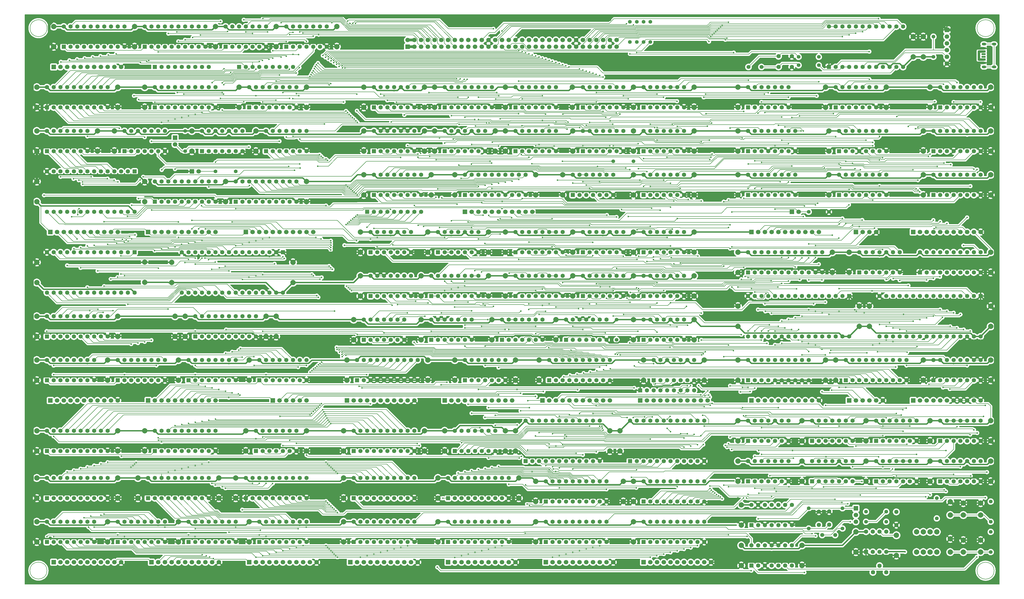
<source format=gbr>
%TF.GenerationSoftware,KiCad,Pcbnew,9.0.6*%
%TF.CreationDate,2025-12-13T09:15:18-08:00*%
%TF.ProjectId,TTL 6510 Computer,54544c20-3635-4313-9020-436f6d707574,A*%
%TF.SameCoordinates,Original*%
%TF.FileFunction,Copper,L1,Top*%
%TF.FilePolarity,Positive*%
%FSLAX46Y46*%
G04 Gerber Fmt 4.6, Leading zero omitted, Abs format (unit mm)*
G04 Created by KiCad (PCBNEW 9.0.6) date 2025-12-13 09:15:18*
%MOMM*%
%LPD*%
G01*
G04 APERTURE LIST*
G04 Aperture macros list*
%AMRoundRect*
0 Rectangle with rounded corners*
0 $1 Rounding radius*
0 $2 $3 $4 $5 $6 $7 $8 $9 X,Y pos of 4 corners*
0 Add a 4 corners polygon primitive as box body*
4,1,4,$2,$3,$4,$5,$6,$7,$8,$9,$2,$3,0*
0 Add four circle primitives for the rounded corners*
1,1,$1+$1,$2,$3*
1,1,$1+$1,$4,$5*
1,1,$1+$1,$6,$7*
1,1,$1+$1,$8,$9*
0 Add four rect primitives between the rounded corners*
20,1,$1+$1,$2,$3,$4,$5,0*
20,1,$1+$1,$4,$5,$6,$7,0*
20,1,$1+$1,$6,$7,$8,$9,0*
20,1,$1+$1,$8,$9,$2,$3,0*%
G04 Aperture macros list end*
%TA.AperFunction,NonConductor*%
%ADD10C,0.200000*%
%TD*%
%TA.AperFunction,ComponentPad*%
%ADD11C,2.000000*%
%TD*%
%TA.AperFunction,ComponentPad*%
%ADD12RoundRect,0.250000X0.550000X-0.550000X0.550000X0.550000X-0.550000X0.550000X-0.550000X-0.550000X0*%
%TD*%
%TA.AperFunction,ComponentPad*%
%ADD13C,1.600000*%
%TD*%
%TA.AperFunction,ComponentPad*%
%ADD14R,1.700000X1.700000*%
%TD*%
%TA.AperFunction,ComponentPad*%
%ADD15C,1.700000*%
%TD*%
%TA.AperFunction,ComponentPad*%
%ADD16C,1.400000*%
%TD*%
%TA.AperFunction,ComponentPad*%
%ADD17R,1.600000X1.600000*%
%TD*%
%TA.AperFunction,ComponentPad*%
%ADD18RoundRect,0.250000X-0.550000X0.550000X-0.550000X-0.550000X0.550000X-0.550000X0.550000X0.550000X0*%
%TD*%
%TA.AperFunction,ComponentPad*%
%ADD19C,1.500000*%
%TD*%
%TA.AperFunction,SMDPad,CuDef*%
%ADD20RoundRect,0.175000X0.625000X-0.175000X0.625000X0.175000X-0.625000X0.175000X-0.625000X-0.175000X0*%
%TD*%
%TA.AperFunction,SMDPad,CuDef*%
%ADD21RoundRect,0.200000X0.600000X-0.200000X0.600000X0.200000X-0.600000X0.200000X-0.600000X-0.200000X0*%
%TD*%
%TA.AperFunction,SMDPad,CuDef*%
%ADD22RoundRect,0.225000X0.575000X-0.225000X0.575000X0.225000X-0.575000X0.225000X-0.575000X-0.225000X0*%
%TD*%
%TA.AperFunction,HeatsinkPad*%
%ADD23O,1.700000X1.000000*%
%TD*%
%TA.AperFunction,ComponentPad*%
%ADD24C,1.620000*%
%TD*%
%TA.AperFunction,ViaPad*%
%ADD25C,0.600000*%
%TD*%
%TA.AperFunction,Conductor*%
%ADD26C,0.500000*%
%TD*%
%TA.AperFunction,Conductor*%
%ADD27C,0.200000*%
%TD*%
%TA.AperFunction,Conductor*%
%ADD28C,1.000000*%
%TD*%
%TA.AperFunction,Conductor*%
%ADD29C,0.900000*%
%TD*%
G04 APERTURE END LIST*
D10*
X110540000Y-147930000D02*
G75*
G02*
X104140000Y-147930000I-3200000J0D01*
G01*
X104140000Y-147930000D02*
G75*
G02*
X110540000Y-147930000I3200000J0D01*
G01*
X110490000Y-352400000D02*
G75*
G02*
X104090000Y-352400000I-3200000J0D01*
G01*
X104090000Y-352400000D02*
G75*
G02*
X110490000Y-352400000I3200000J0D01*
G01*
X467360000Y-147930000D02*
G75*
G02*
X460960000Y-147930000I-3200000J0D01*
G01*
X460960000Y-147930000D02*
G75*
G02*
X467360000Y-147930000I3200000J0D01*
G01*
X467360000Y-352450000D02*
G75*
G02*
X460960000Y-352450000I-3200000J0D01*
G01*
X460960000Y-352450000D02*
G75*
G02*
X467360000Y-352450000I3200000J0D01*
G01*
D11*
%TO.P,C36,1*%
%TO.N,L*%
X186690000Y-280670000D03*
%TO.P,C36,2*%
%TO.N,H*%
X186690000Y-273050000D03*
%TD*%
%TO.P,C140,1*%
%TO.N,L*%
X106680000Y-194310000D03*
%TO.P,C140,2*%
%TO.N,H*%
X106680000Y-186690000D03*
%TD*%
D12*
%TO.P,U94,1*%
%TO.N,Net-(U93-Pad12)*%
X139700000Y-194310000D03*
D13*
%TO.P,U94,2*%
X142240000Y-194310000D03*
%TO.P,U94,3*%
%TO.N,Net-(U93-Pad6)*%
X144780000Y-194310000D03*
%TO.P,U94,4*%
%TO.N,Net-(U93-Pad8)*%
X147320000Y-194310000D03*
%TO.P,U94,5*%
%TO.N,Net-(U61-Pad12)*%
X149860000Y-194310000D03*
%TO.P,U94,6*%
%TO.N,Net-(U61-Pad6)*%
X152400000Y-194310000D03*
%TO.P,U94,7,GND*%
%TO.N,L*%
X154940000Y-194310000D03*
%TO.P,U94,8*%
%TO.N,Net-(JP3-A)*%
X154940000Y-186690000D03*
%TO.P,U94,9*%
%TO.N,N/C*%
X152400000Y-186690000D03*
%TO.P,U94,10*%
X149860000Y-186690000D03*
%TO.P,U94,11*%
%TO.N,iPHI2*%
X147320000Y-186690000D03*
%TO.P,U94,12*%
%TO.N,H*%
X144780000Y-186690000D03*
%TO.P,U94,13*%
%TO.N,N/C*%
X142240000Y-186690000D03*
%TO.P,U94,14,VCC*%
%TO.N,H*%
X139700000Y-186690000D03*
%TD*%
D11*
%TO.P,C45,1*%
%TO.N,L*%
X133350000Y-280670000D03*
%TO.P,C45,2*%
%TO.N,H*%
X133350000Y-273050000D03*
%TD*%
D12*
%TO.P,U61,1*%
%TO.N,AB10*%
X193040000Y-194310000D03*
D13*
%TO.P,U61,2*%
%TO.N,AB11*%
X195580000Y-194310000D03*
%TO.P,U61,3*%
%TO.N,AB13*%
X198120000Y-194310000D03*
%TO.P,U61,4*%
%TO.N,AB14*%
X200660000Y-194310000D03*
%TO.P,U61,5*%
%TO.N,AB15*%
X203200000Y-194310000D03*
%TO.P,U61,6*%
%TO.N,Net-(U61-Pad6)*%
X205740000Y-194310000D03*
%TO.P,U61,7,GND*%
%TO.N,L*%
X208280000Y-194310000D03*
%TO.P,U61,8*%
%TO.N,Net-(U7B-J)*%
X208280000Y-186690000D03*
%TO.P,U61,9*%
%TO.N,/Exception Handling/{slash}NMI_BIT*%
X205740000Y-186690000D03*
%TO.P,U61,10*%
%TO.N,IR1*%
X203200000Y-186690000D03*
%TO.P,U61,11*%
%TO.N,{slash}EXC*%
X200660000Y-186690000D03*
%TO.P,U61,12*%
%TO.N,Net-(U61-Pad12)*%
X198120000Y-186690000D03*
%TO.P,U61,13*%
%TO.N,AB12*%
X195580000Y-186690000D03*
%TO.P,U61,14,VCC*%
%TO.N,H*%
X193040000Y-186690000D03*
%TD*%
D14*
%TO.P,J1,1,Pin_1*%
%TO.N,H*%
X149860000Y-349250000D03*
D15*
%TO.P,J1,2,Pin_2*%
%TO.N,PC0*%
X152400000Y-349250000D03*
%TO.P,J1,3,Pin_3*%
%TO.N,PC1*%
X154940000Y-349250000D03*
%TO.P,J1,4,Pin_4*%
%TO.N,PC2*%
X157480000Y-349250000D03*
%TO.P,J1,5,Pin_5*%
%TO.N,PC3*%
X160020000Y-349250000D03*
%TO.P,J1,6,Pin_6*%
%TO.N,PC4*%
X162560000Y-349250000D03*
%TO.P,J1,7,Pin_7*%
%TO.N,PC5*%
X165100000Y-349250000D03*
%TO.P,J1,8,Pin_8*%
%TO.N,PC6*%
X167640000Y-349250000D03*
%TO.P,J1,9,Pin_9*%
%TO.N,PC7*%
X170180000Y-349250000D03*
%TO.P,J1,10,Pin_10*%
%TO.N,H*%
X172720000Y-349250000D03*
%TO.P,J1,11,Pin_11*%
%TO.N,L*%
X175260000Y-349250000D03*
%TD*%
D11*
%TO.P,C149,1*%
%TO.N,H*%
X354330000Y-224790000D03*
%TO.P,C149,2*%
%TO.N,L*%
X354330000Y-232410000D03*
%TD*%
%TO.P,C137,1*%
%TO.N,L*%
X106680000Y-177800000D03*
%TO.P,C137,2*%
%TO.N,H*%
X106680000Y-170180000D03*
%TD*%
D12*
%TO.P,U46,1,A0*%
%TO.N,AB_CODE_0*%
X374650000Y-210820000D03*
D13*
%TO.P,U46,2,A1*%
%TO.N,AB_CODE_1*%
X377190000Y-210820000D03*
%TO.P,U46,3,A2*%
%TO.N,AB_CODE_2*%
X379730000Y-210820000D03*
%TO.P,U46,4,~{E0}*%
%TO.N,{slash}AEC*%
X382270000Y-210820000D03*
%TO.P,U46,5,~{E1}*%
%TO.N,Net-(JP2-B)*%
X384810000Y-210820000D03*
%TO.P,U46,6,E2*%
%TO.N,H*%
X387350000Y-210820000D03*
%TO.P,U46,7,~{Y7}*%
%TO.N,Net-(U46-~{Y7})*%
X389890000Y-210820000D03*
%TO.P,U46,8,GND*%
%TO.N,L*%
X392430000Y-210820000D03*
%TO.P,U46,9,~{Y6}*%
%TO.N,Net-(U46-~{Y6})*%
X392430000Y-203200000D03*
%TO.P,U46,10,~{Y5}*%
%TO.N,{slash}AR_OUT_EN_WR++*%
X389890000Y-203200000D03*
%TO.P,U46,11,~{Y4}*%
%TO.N,{slash}AR_OUT_EN_WR*%
X387350000Y-203200000D03*
%TO.P,U46,12,~{Y3}*%
%TO.N,{slash}AR_OUT_EN++*%
X384810000Y-203200000D03*
%TO.P,U46,13,~{Y2}*%
%TO.N,Net-(U46-~{Y2})*%
X382270000Y-203200000D03*
%TO.P,U46,14,~{Y1}*%
%TO.N,{slash}PC_OUT_EN++*%
X379730000Y-203200000D03*
%TO.P,U46,15,~{Y0}*%
%TO.N,Net-(U46-~{Y0})*%
X377190000Y-203200000D03*
%TO.P,U46,16,VCC*%
%TO.N,H*%
X374650000Y-203200000D03*
%TD*%
D11*
%TO.P,C30,1*%
%TO.N,H*%
X137160000Y-317500000D03*
%TO.P,C30,2*%
%TO.N,L*%
X137160000Y-325120000D03*
%TD*%
%TO.P,C110,1*%
%TO.N,H*%
X255270000Y-203200000D03*
%TO.P,C110,2*%
%TO.N,L*%
X255270000Y-210820000D03*
%TD*%
%TO.P,C93,1*%
%TO.N,H*%
X276860000Y-224790000D03*
%TO.P,C93,2*%
%TO.N,L*%
X276860000Y-232410000D03*
%TD*%
D14*
%TO.P,JP1,1,A*%
%TO.N,Net-(JP1-A)*%
X415290000Y-328930000D03*
D15*
%TO.P,JP1,2,C*%
%TO.N,Net-(JP1-C)*%
X415290000Y-331470000D03*
%TO.P,JP1,3,B*%
%TO.N,Net-(JP1-B)*%
X415290000Y-334010000D03*
%TD*%
D11*
%TO.P,C138,1*%
%TO.N,L*%
X147320000Y-177800000D03*
%TO.P,C138,2*%
%TO.N,H*%
X147320000Y-170180000D03*
%TD*%
D12*
%TO.P,U91,1,~{R}*%
%TO.N,/Special Conditions/{slash}COND_CLR*%
X312420000Y-194310000D03*
D13*
%TO.P,U91,2,D*%
%TO.N,DF*%
X314960000Y-194310000D03*
%TO.P,U91,3,C*%
%TO.N,Net-(U91A-C)*%
X317500000Y-194310000D03*
%TO.P,U91,4,~{S}*%
%TO.N,H*%
X320040000Y-194310000D03*
%TO.P,U91,5,Q*%
%TO.N,DEC_COND*%
X322580000Y-194310000D03*
%TO.P,U91,6,~{Q}*%
%TO.N,{slash}DEC_COND*%
X325120000Y-194310000D03*
%TO.P,U91,7,GND*%
%TO.N,L*%
X327660000Y-194310000D03*
%TO.P,U91,8,~{Q}*%
%TO.N,unconnected-(U91B-~{Q}-Pad8)*%
X327660000Y-186690000D03*
%TO.P,U91,9,Q*%
%TO.N,/Special Conditions/{slash}BRC_EN*%
X325120000Y-186690000D03*
%TO.P,U91,10,~{S}*%
%TO.N,/Special Conditions/{slash}COND_CLR*%
X322580000Y-186690000D03*
%TO.P,U91,11,C*%
%TO.N,Net-(U91B-C)*%
X320040000Y-186690000D03*
%TO.P,U91,12,D*%
%TO.N,L*%
X317500000Y-186690000D03*
%TO.P,U91,13,~{R}*%
%TO.N,H*%
X314960000Y-186690000D03*
%TO.P,U91,14,VCC*%
X312420000Y-186690000D03*
%TD*%
D12*
%TO.P,U43,1,CLK*%
%TO.N,{slash}2CLK*%
X374650000Y-240030000D03*
D13*
%TO.P,U43,2,I0*%
%TO.N,/Micro Code Sequencer/MC_OUT_8*%
X377190000Y-240030000D03*
%TO.P,U43,3,I1*%
%TO.N,/Micro Code Sequencer/MC_OUT_9*%
X379730000Y-240030000D03*
%TO.P,U43,4,I2*%
%TO.N,/Micro Code Sequencer/MC_OUT_10*%
X382270000Y-240030000D03*
%TO.P,U43,5,I3*%
%TO.N,/Micro Code Sequencer/MC_OUT_11*%
X384810000Y-240030000D03*
%TO.P,U43,6,I4*%
%TO.N,MC_OUT_12*%
X387350000Y-240030000D03*
%TO.P,U43,7,I5*%
%TO.N,MC_OUT_13*%
X389890000Y-240030000D03*
%TO.P,U43,8,I6*%
%TO.N,MC_OUT_14*%
X392430000Y-240030000D03*
%TO.P,U43,9,I7*%
%TO.N,MC_OUT_15*%
X394970000Y-240030000D03*
%TO.P,U43,10,I8*%
%TO.N,CF*%
X397510000Y-240030000D03*
%TO.P,U43,11,I9*%
%TO.N,L*%
X400050000Y-240030000D03*
%TO.P,U43,12,GND*%
X402590000Y-240030000D03*
%TO.P,U43,13,~{OE}*%
X402590000Y-232410000D03*
%TO.P,U43,14,O9*%
%TO.N,ALU_CIN*%
X400050000Y-232410000D03*
%TO.P,U43,15,O8*%
%TO.N,ALU_M*%
X397510000Y-232410000D03*
%TO.P,U43,16,O7*%
%TO.N,ALU_S3*%
X394970000Y-232410000D03*
%TO.P,U43,17,O6*%
%TO.N,ALU_S2*%
X392430000Y-232410000D03*
%TO.P,U43,18,O5*%
%TO.N,ALU_S1*%
X389890000Y-232410000D03*
%TO.P,U43,19,O4*%
%TO.N,ALU_S0*%
X387350000Y-232410000D03*
%TO.P,U43,20,O3*%
%TO.N,LD_CODE_3*%
X384810000Y-232410000D03*
%TO.P,U43,21,O2*%
%TO.N,LD_CODE_2*%
X382270000Y-232410000D03*
%TO.P,U43,22,O1*%
%TO.N,LD_CODE_1*%
X379730000Y-232410000D03*
%TO.P,U43,23,O0*%
%TO.N,LD_CODE_0*%
X377190000Y-232410000D03*
%TO.P,U43,24,VCC*%
%TO.N,H*%
X374650000Y-232410000D03*
%TD*%
D11*
%TO.P,C38,1*%
%TO.N,H*%
X193040000Y-256540000D03*
%TO.P,C38,2*%
%TO.N,L*%
X193040000Y-264160000D03*
%TD*%
%TO.P,C101,1*%
%TO.N,H*%
X288290000Y-317500000D03*
%TO.P,C101,2*%
%TO.N,L*%
X288290000Y-325120000D03*
%TD*%
%TO.P,C81,1*%
%TO.N,L*%
X466090000Y-194310000D03*
%TO.P,C81,2*%
%TO.N,H*%
X466090000Y-186690000D03*
%TD*%
D12*
%TO.P,U89,1,~{R}*%
%TO.N,{slash}RESET*%
X168910000Y-194310000D03*
D13*
%TO.P,U89,2,D*%
%TO.N,{slash}LD_IR*%
X171450000Y-194310000D03*
%TO.P,U89,3,C*%
%TO.N,{slash}2CLK*%
X173990000Y-194310000D03*
%TO.P,U89,4,~{S}*%
%TO.N,H*%
X176530000Y-194310000D03*
%TO.P,U89,5,Q*%
%TO.N,/Special Conditions/{slash}COND_CLR*%
X179070000Y-194310000D03*
%TO.P,U89,6,~{Q}*%
%TO.N,unconnected-(U89A-~{Q}-Pad6)*%
X181610000Y-194310000D03*
%TO.P,U89,7,GND*%
%TO.N,L*%
X184150000Y-194310000D03*
%TO.P,U89,8,~{Q}*%
%TO.N,/Processor Port/{slash}OE_PP_DIR*%
X184150000Y-186690000D03*
%TO.P,U89,9,Q*%
%TO.N,unconnected-(U89B-Q-Pad9)*%
X181610000Y-186690000D03*
%TO.P,U89,10,~{S}*%
%TO.N,H*%
X179070000Y-186690000D03*
%TO.P,U89,11,C*%
%TO.N,/Processor Port/{slash}WR_PP_DIR*%
X176530000Y-186690000D03*
%TO.P,U89,12,D*%
%TO.N,H*%
X173990000Y-186690000D03*
%TO.P,U89,13,~{R}*%
%TO.N,{slash}RESET*%
X171450000Y-186690000D03*
%TO.P,U89,14,VCC*%
%TO.N,H*%
X168910000Y-186690000D03*
%TD*%
D14*
%TO.P,J17,1,Pin_1*%
%TO.N,H*%
X260350000Y-288290000D03*
D15*
%TO.P,J17,2,Pin_2*%
%TO.N,/ALU/ALU_A0*%
X262890000Y-288290000D03*
%TO.P,J17,3,Pin_3*%
%TO.N,/ALU/ALU_A1*%
X265430000Y-288290000D03*
%TO.P,J17,4,Pin_4*%
%TO.N,/ALU/ALU_A2*%
X267970000Y-288290000D03*
%TO.P,J17,5,Pin_5*%
%TO.N,/ALU/ALU_A3*%
X270510000Y-288290000D03*
%TO.P,J17,6,Pin_6*%
%TO.N,/ALU/ALU_A4*%
X273050000Y-288290000D03*
%TO.P,J17,7,Pin_7*%
%TO.N,/ALU/ALU_A5*%
X275590000Y-288290000D03*
%TO.P,J17,8,Pin_8*%
%TO.N,/ALU/ALU_A6*%
X278130000Y-288290000D03*
%TO.P,J17,9,Pin_9*%
%TO.N,/ALU/ALU_A7*%
X280670000Y-288290000D03*
%TO.P,J17,10,Pin_10*%
%TO.N,H*%
X283210000Y-288290000D03*
%TO.P,J17,11,Pin_11*%
%TO.N,L*%
X285750000Y-288290000D03*
%TD*%
D11*
%TO.P,C17,1*%
%TO.N,L*%
X372110000Y-350520000D03*
%TO.P,C17,2*%
%TO.N,H*%
X372110000Y-342900000D03*
%TD*%
D16*
%TO.P,R13,1*%
%TO.N,H*%
X325120000Y-257810000D03*
%TO.P,R13,2*%
%TO.N,Net-(U69-A=B)*%
X325120000Y-265430000D03*
%TD*%
D11*
%TO.P,C84,1*%
%TO.N,H*%
X426720000Y-170180000D03*
%TO.P,C84,2*%
%TO.N,L*%
X426720000Y-177800000D03*
%TD*%
%TO.P,C114,1*%
%TO.N,H*%
X294640000Y-203200000D03*
%TO.P,C114,2*%
%TO.N,L*%
X294640000Y-210820000D03*
%TD*%
D16*
%TO.P,R11,1*%
%TO.N,H*%
X337845400Y-145542000D03*
%TO.P,R11,2*%
%TO.N,{slash}NMI*%
X337845400Y-153162000D03*
%TD*%
D11*
%TO.P,C120,1*%
%TO.N,L*%
X260350000Y-307340000D03*
%TO.P,C120,2*%
%TO.N,H*%
X260350000Y-299720000D03*
%TD*%
%TO.P,C10,1*%
%TO.N,H*%
X415290000Y-337820000D03*
%TO.P,C10,2*%
%TO.N,L*%
X415290000Y-345440000D03*
%TD*%
D16*
%TO.P,R10,1*%
%TO.N,Net-(JP2-B)*%
X397510000Y-217170000D03*
%TO.P,R10,2*%
%TO.N,L*%
X405130000Y-217170000D03*
%TD*%
D11*
%TO.P,SW3,1*%
%TO.N,unconnected-(SW3-Pad1)*%
X438158000Y-337812000D03*
%TO.P,SW3,2*%
%TO.N,{slash}LD_IR*%
X443230000Y-337820000D03*
%TO.P,SW3,3*%
%TO.N,{slash}2CLK*%
X445770000Y-337820000D03*
%TO.P,SW3,4*%
%TO.N,unconnected-(SW3-Pad4)*%
X438150000Y-345440000D03*
%TO.P,SW3,5*%
%TO.N,unconnected-(SW3-Pad5)*%
X440690000Y-345440000D03*
%TO.P,SW3,6*%
%TO.N,unconnected-(SW3-Pad6)*%
X445770000Y-345440000D03*
%TO.P,SW3,C*%
%TO.N,Net-(R7-Pad2)*%
X440690000Y-337820000D03*
X443230000Y-345440000D03*
%TD*%
D17*
%TO.P,RN4,1,common*%
%TO.N,H*%
X151130000Y-162560000D03*
D13*
%TO.P,RN4,2,R1*%
%TO.N,Net-(RN4-R1)*%
X153670000Y-162560000D03*
%TO.P,RN4,3,R2*%
%TO.N,Net-(RN4-R2)*%
X156210000Y-162560000D03*
%TO.P,RN4,4,R3*%
%TO.N,Net-(RN4-R3)*%
X158750000Y-162560000D03*
%TO.P,RN4,5,R4*%
%TO.N,Net-(RN4-R4)*%
X161290000Y-162560000D03*
%TO.P,RN4,6,R5*%
%TO.N,Net-(RN4-R5)*%
X163830000Y-162560000D03*
%TO.P,RN4,7,R6*%
%TO.N,Net-(RN4-R6)*%
X166370000Y-162560000D03*
%TO.P,RN4,8,R7*%
%TO.N,Net-(RN4-R7)*%
X168910000Y-162560000D03*
%TO.P,RN4,9,R8*%
%TO.N,Net-(RN4-R8)*%
X171450000Y-162560000D03*
%TD*%
D11*
%TO.P,C112,1*%
%TO.N,L*%
X264160000Y-210820000D03*
%TO.P,C112,2*%
%TO.N,H*%
X264160000Y-203200000D03*
%TD*%
%TO.P,C118,1*%
%TO.N,L*%
X302260000Y-265430000D03*
%TO.P,C118,2*%
%TO.N,H*%
X302260000Y-257810000D03*
%TD*%
D12*
%TO.P,U88,1*%
%TO.N,{slash}2CLK*%
X312420000Y-177800000D03*
D13*
%TO.P,U88,2*%
%TO.N,{slash}OE_ALU_HDCY*%
X314960000Y-177800000D03*
%TO.P,U88,3*%
%TO.N,/Special Conditions/HCY_CLK*%
X317500000Y-177800000D03*
%TO.P,U88,4*%
%TO.N,{slash}2CLK*%
X320040000Y-177800000D03*
%TO.P,U88,5*%
%TO.N,{slash}OE_ALU_FDCY*%
X322580000Y-177800000D03*
%TO.P,U88,6*%
%TO.N,/Special Conditions/FCY_CLK*%
X325120000Y-177800000D03*
%TO.P,U88,7,GND*%
%TO.N,L*%
X327660000Y-177800000D03*
%TO.P,U88,8*%
%TO.N,HCY_NEG*%
X327660000Y-170180000D03*
%TO.P,U88,9*%
%TO.N,HALF_CY*%
X325120000Y-170180000D03*
%TO.P,U88,10*%
%TO.N,OFFS_NEG*%
X322580000Y-170180000D03*
%TO.P,U88,11*%
%TO.N,Net-(U91A-C)*%
X320040000Y-170180000D03*
%TO.P,U88,12*%
%TO.N,{slash}OE_A_BCD*%
X317500000Y-170180000D03*
%TO.P,U88,13*%
%TO.N,{slash}2CLK*%
X314960000Y-170180000D03*
%TO.P,U88,14,VCC*%
%TO.N,H*%
X312420000Y-170180000D03*
%TD*%
D12*
%TO.P,U97,1,E*%
%TO.N,Net-(JP3-B)*%
X186690000Y-177800000D03*
D13*
%TO.P,U97,2,A0*%
%TO.N,R{slash}W*%
X189230000Y-177800000D03*
%TO.P,U97,3,A1*%
%TO.N,AB0*%
X191770000Y-177800000D03*
%TO.P,U97,4,O0*%
%TO.N,/Processor Port/{slash}WR_PP_DIR*%
X194310000Y-177800000D03*
%TO.P,U97,5,O1*%
%TO.N,/Processor Port/{slash}RD_PP_DIR*%
X196850000Y-177800000D03*
%TO.P,U97,6,O2*%
%TO.N,/Processor Port/{slash}WR_PP_DATA*%
X199390000Y-177800000D03*
%TO.P,U97,7,O3*%
%TO.N,/Processor Port/{slash}RD_PP_DATA*%
X201930000Y-177800000D03*
%TO.P,U97,8,GND*%
%TO.N,L*%
X204470000Y-177800000D03*
%TO.P,U97,9,O3*%
%TO.N,{slash}CS_IO2*%
X204470000Y-170180000D03*
%TO.P,U97,10,O2*%
%TO.N,{slash}CS_IO1*%
X201930000Y-170180000D03*
%TO.P,U97,11,O1*%
%TO.N,{slash}CS_CIA2*%
X199390000Y-170180000D03*
%TO.P,U97,12,O0*%
%TO.N,{slash}CS_CIA1*%
X196850000Y-170180000D03*
%TO.P,U97,13,A1*%
%TO.N,AB9*%
X194310000Y-170180000D03*
%TO.P,U97,14,A0*%
%TO.N,AB8*%
X191770000Y-170180000D03*
%TO.P,U97,15,E*%
%TO.N,/External Memory/{slash}CS_EXT*%
X189230000Y-170180000D03*
%TO.P,U97,16,VCC*%
%TO.N,H*%
X186690000Y-170180000D03*
%TD*%
D11*
%TO.P,C145,1*%
%TO.N,L*%
X165100000Y-194310000D03*
%TO.P,C145,2*%
%TO.N,H*%
X165100000Y-186690000D03*
%TD*%
D12*
%TO.P,U51,1*%
%TO.N,{slash}LD_SR*%
X281940000Y-265430000D03*
D13*
%TO.P,U51,2*%
%TO.N,Net-(U45-Pad10)*%
X284480000Y-265430000D03*
%TO.P,U51,3*%
%TO.N,N/C*%
X287020000Y-265430000D03*
%TO.P,U51,4*%
%TO.N,{slash}OE_ALU_NZ*%
X289560000Y-265430000D03*
%TO.P,U51,5*%
%TO.N,{slash}OE_ALU_NZCV*%
X292100000Y-265430000D03*
%TO.P,U51,6*%
%TO.N,Net-(U51-Pad6)*%
X294640000Y-265430000D03*
%TO.P,U51,7,GND*%
%TO.N,L*%
X297180000Y-265430000D03*
%TO.P,U51,8*%
%TO.N,ALU_Z*%
X297180000Y-257810000D03*
%TO.P,U51,9*%
%TO.N,Net-(U51-Pad9)*%
X294640000Y-257810000D03*
%TO.P,U51,10*%
%TO.N,Net-(U51-Pad10)*%
X292100000Y-257810000D03*
%TO.P,U51,11*%
%TO.N,N/C*%
X289560000Y-257810000D03*
%TO.P,U51,12*%
%TO.N,Net-(U51-Pad12)*%
X287020000Y-257810000D03*
%TO.P,U51,13*%
X284480000Y-257810000D03*
%TO.P,U51,14,VCC*%
%TO.N,H*%
X281940000Y-257810000D03*
%TD*%
D11*
%TO.P,C126,1*%
%TO.N,L*%
X335280000Y-280670000D03*
%TO.P,C126,2*%
%TO.N,H*%
X335280000Y-273050000D03*
%TD*%
D14*
%TO.P,J16,1,Pin_1*%
%TO.N,H*%
X375920000Y-224790000D03*
D15*
%TO.P,J16,2,Pin_2*%
%TO.N,LD_CODE_0*%
X378460000Y-224790000D03*
%TO.P,J16,3,Pin_3*%
%TO.N,LD_CODE_1*%
X381000000Y-224790000D03*
%TO.P,J16,4,Pin_4*%
%TO.N,LD_CODE_2*%
X383540000Y-224790000D03*
%TO.P,J16,5,Pin_5*%
%TO.N,LD_CODE_3*%
X386080000Y-224790000D03*
%TO.P,J16,6,Pin_6*%
%TO.N,ALU_S0*%
X388620000Y-224790000D03*
%TO.P,J16,7,Pin_7*%
%TO.N,ALU_S1*%
X391160000Y-224790000D03*
%TO.P,J16,8,Pin_8*%
%TO.N,ALU_S2*%
X393700000Y-224790000D03*
%TO.P,J16,9,Pin_9*%
%TO.N,ALU_S3*%
X396240000Y-224790000D03*
%TO.P,J16,10,Pin_10*%
%TO.N,H*%
X398780000Y-224790000D03*
%TO.P,J16,11,Pin_11*%
%TO.N,L*%
X401320000Y-224790000D03*
%TD*%
D12*
%TO.P,U7,1,C*%
%TO.N,Net-(U65-Cp)*%
X375920000Y-350520000D03*
D13*
%TO.P,U7,2,~{R}*%
%TO.N,/Exception Handling/{slash}NMI_R*%
X378460000Y-350520000D03*
%TO.P,U7,3,K*%
%TO.N,L*%
X381000000Y-350520000D03*
%TO.P,U7,4,VCC*%
%TO.N,H*%
X383540000Y-350520000D03*
%TO.P,U7,5,C*%
%TO.N,/Clock and Reset/4CLK*%
X386080000Y-350520000D03*
%TO.P,U7,6,~{R}*%
%TO.N,/Clock and Reset/{slash}STP_RES*%
X388620000Y-350520000D03*
%TO.P,U7,7,J*%
%TO.N,Net-(U7A-J)*%
X391160000Y-350520000D03*
%TO.P,U7,8,~{Q}*%
%TO.N,/Clock and Reset/BTN_EN*%
X391160000Y-342900000D03*
%TO.P,U7,9,Q*%
%TO.N,/Clock and Reset/{slash}BTN_EN*%
X388620000Y-342900000D03*
%TO.P,U7,10,K*%
%TO.N,L*%
X386080000Y-342900000D03*
%TO.P,U7,11,GND*%
X383540000Y-342900000D03*
%TO.P,U7,12,Q*%
%TO.N,/Exception Handling/{slash}NMI_BIT*%
X381000000Y-342900000D03*
%TO.P,U7,13,~{Q}*%
%TO.N,unconnected-(U7B-~{Q}-Pad13)*%
X378460000Y-342900000D03*
%TO.P,U7,14,J*%
%TO.N,Net-(U7B-J)*%
X375920000Y-342900000D03*
%TD*%
D11*
%TO.P,C53,1*%
%TO.N,L*%
X257810000Y-341630000D03*
%TO.P,C53,2*%
%TO.N,H*%
X257810000Y-334010000D03*
%TD*%
D16*
%TO.P,R17,1*%
%TO.N,Net-(C160-Pad1)*%
X393700000Y-158750000D03*
%TO.P,R17,2*%
%TO.N,Net-(U106-Rx_CLK)*%
X401320000Y-158750000D03*
%TD*%
D11*
%TO.P,C108,1*%
%TO.N,L*%
X283210000Y-248920000D03*
%TO.P,C108,2*%
%TO.N,H*%
X283210000Y-241300000D03*
%TD*%
D12*
%TO.P,U44,1*%
%TO.N,Net-(U46-~{Y2})*%
X407670000Y-177800000D03*
D13*
%TO.P,U44,2*%
%TO.N,{slash}AR_OUT_EN++*%
X410210000Y-177800000D03*
%TO.P,U44,3*%
%TO.N,N/C*%
X412750000Y-177800000D03*
%TO.P,U44,4*%
%TO.N,{slash}AR_OUT_EN_WR*%
X415290000Y-177800000D03*
%TO.P,U44,5*%
%TO.N,{slash}AR_OUT_EN_WR++*%
X417830000Y-177800000D03*
%TO.P,U44,6*%
%TO.N,{slash}AR_OUT_EN*%
X420370000Y-177800000D03*
%TO.P,U44,7,GND*%
%TO.N,L*%
X422910000Y-177800000D03*
%TO.P,U44,8*%
%TO.N,{slash}LD_ALU_A*%
X422910000Y-170180000D03*
%TO.P,U44,9*%
%TO.N,Net-(U30-Pad11)*%
X420370000Y-170180000D03*
%TO.P,U44,10*%
%TO.N,Net-(U48-~{Y1})*%
X417830000Y-170180000D03*
%TO.P,U44,11*%
%TO.N,N/C*%
X415290000Y-170180000D03*
%TO.P,U44,12*%
%TO.N,{slash}LD_ALU_AB*%
X412750000Y-170180000D03*
%TO.P,U44,13*%
%TO.N,{slash}LD_ALU_A_H*%
X410210000Y-170180000D03*
%TO.P,U44,14,VCC*%
%TO.N,H*%
X407670000Y-170180000D03*
%TD*%
D17*
%TO.P,RN2,1,common*%
%TO.N,L*%
X334010000Y-284480000D03*
D13*
%TO.P,RN2,2,R1*%
%TO.N,ALU_B0*%
X336550000Y-284480000D03*
%TO.P,RN2,3,R2*%
%TO.N,ALU_B1*%
X339090000Y-284480000D03*
%TO.P,RN2,4,R3*%
%TO.N,ALU_B2*%
X341630000Y-284480000D03*
%TO.P,RN2,5,R4*%
%TO.N,ALU_B3*%
X344170000Y-284480000D03*
%TO.P,RN2,6,R5*%
%TO.N,ALU_B4*%
X346710000Y-284480000D03*
%TO.P,RN2,7,R6*%
%TO.N,ALU_B5*%
X349250000Y-284480000D03*
%TO.P,RN2,8,R7*%
%TO.N,ALU_B6*%
X351790000Y-284480000D03*
%TO.P,RN2,9,R8*%
%TO.N,ALU_B7*%
X354330000Y-284480000D03*
%TD*%
D14*
%TO.P,J10,1,Pin_1*%
%TO.N,H*%
X335280000Y-349250000D03*
D15*
%TO.P,J10,2,Pin_2*%
%TO.N,iDB0*%
X337820000Y-349250000D03*
%TO.P,J10,3,Pin_3*%
%TO.N,iDB1*%
X340360000Y-349250000D03*
%TO.P,J10,4,Pin_4*%
%TO.N,iDB2*%
X342900000Y-349250000D03*
%TO.P,J10,5,Pin_5*%
%TO.N,iDB3*%
X345440000Y-349250000D03*
%TO.P,J10,6,Pin_6*%
%TO.N,iDB4*%
X347980000Y-349250000D03*
%TO.P,J10,7,Pin_7*%
%TO.N,iDB5*%
X350520000Y-349250000D03*
%TO.P,J10,8,Pin_8*%
%TO.N,iDB6*%
X353060000Y-349250000D03*
%TO.P,J10,9,Pin_9*%
%TO.N,iDB7*%
X355600000Y-349250000D03*
%TO.P,J10,10,Pin_10*%
%TO.N,{slash}LD_Y*%
X358140000Y-349250000D03*
%TO.P,J10,11,Pin_11*%
%TO.N,L*%
X360680000Y-349250000D03*
%TD*%
D14*
%TO.P,J14,1,Pin_1*%
%TO.N,H*%
X436880000Y-224790000D03*
D15*
%TO.P,J14,2,Pin_2*%
%TO.N,AB_CODE_0*%
X439420000Y-224790000D03*
%TO.P,J14,3,Pin_3*%
%TO.N,AB_CODE_1*%
X441960000Y-224790000D03*
%TO.P,J14,4,Pin_4*%
%TO.N,AB_CODE_2*%
X444500000Y-224790000D03*
%TO.P,J14,5,Pin_5*%
%TO.N,OE_CODE_0*%
X447040000Y-224790000D03*
%TO.P,J14,6,Pin_6*%
%TO.N,OE_CODE_1*%
X449580000Y-224790000D03*
%TO.P,J14,7,Pin_7*%
%TO.N,OE_CODE_2*%
X452120000Y-224790000D03*
%TO.P,J14,8,Pin_8*%
%TO.N,OE_CODE_3*%
X454660000Y-224790000D03*
%TO.P,J14,9,Pin_9*%
%TO.N,OE_CODE_4*%
X457200000Y-224790000D03*
%TO.P,J14,10,Pin_10*%
%TO.N,H*%
X459740000Y-224790000D03*
%TO.P,J14,11,Pin_11*%
%TO.N,L*%
X462280000Y-224790000D03*
%TD*%
D12*
%TO.P,U33,1,G1*%
%TO.N,{slash}AEC*%
X227330000Y-280670000D03*
D13*
%TO.P,U33,2,A0*%
%TO.N,H*%
X229870000Y-280670000D03*
%TO.P,U33,3,A1*%
%TO.N,L*%
X232410000Y-280670000D03*
%TO.P,U33,4,A2*%
X234950000Y-280670000D03*
%TO.P,U33,5,A3*%
X237490000Y-280670000D03*
%TO.P,U33,6,A4*%
X240030000Y-280670000D03*
%TO.P,U33,7,A5*%
X242570000Y-280670000D03*
%TO.P,U33,8,A6*%
X245110000Y-280670000D03*
%TO.P,U33,9,A7*%
X247650000Y-280670000D03*
%TO.P,U33,10,GND*%
X250190000Y-280670000D03*
%TO.P,U33,11,Y7*%
%TO.N,AB15*%
X250190000Y-273050000D03*
%TO.P,U33,12,Y6*%
%TO.N,AB14*%
X247650000Y-273050000D03*
%TO.P,U33,13,Y5*%
%TO.N,AB13*%
X245110000Y-273050000D03*
%TO.P,U33,14,Y4*%
%TO.N,AB12*%
X242570000Y-273050000D03*
%TO.P,U33,15,Y3*%
%TO.N,AB11*%
X240030000Y-273050000D03*
%TO.P,U33,16,Y2*%
%TO.N,AB10*%
X237490000Y-273050000D03*
%TO.P,U33,17,Y1*%
%TO.N,AB9*%
X234950000Y-273050000D03*
%TO.P,U33,18,Y0*%
%TO.N,AB8*%
X232410000Y-273050000D03*
%TO.P,U33,19,G2*%
%TO.N,{slash}SP_OUT_EN*%
X229870000Y-273050000D03*
%TO.P,U33,20,VCC*%
%TO.N,H*%
X227330000Y-273050000D03*
%TD*%
D11*
%TO.P,C133,1*%
%TO.N,L*%
X283210000Y-194310000D03*
%TO.P,C133,2*%
%TO.N,H*%
X283210000Y-186690000D03*
%TD*%
D12*
%TO.P,U79,1,~{R}*%
%TO.N,H*%
X312420000Y-232410000D03*
D13*
%TO.P,U79,2,D*%
%TO.N,/Status Register/D_NF*%
X314960000Y-232410000D03*
%TO.P,U79,3,C*%
%TO.N,/Status Register/CLK_NZ*%
X317500000Y-232410000D03*
%TO.P,U79,4,~{S}*%
%TO.N,H*%
X320040000Y-232410000D03*
%TO.P,U79,5,Q*%
%TO.N,NF*%
X322580000Y-232410000D03*
%TO.P,U79,6,~{Q}*%
%TO.N,{slash}NF*%
X325120000Y-232410000D03*
%TO.P,U79,7,GND*%
%TO.N,L*%
X327660000Y-232410000D03*
%TO.P,U79,8,~{Q}*%
%TO.N,{slash}VF*%
X327660000Y-224790000D03*
%TO.P,U79,9,Q*%
%TO.N,VF*%
X325120000Y-224790000D03*
%TO.P,U79,10,~{S}*%
%TO.N,H*%
X322580000Y-224790000D03*
%TO.P,U79,11,C*%
%TO.N,/Status Register/CLK_V*%
X320040000Y-224790000D03*
%TO.P,U79,12,D*%
%TO.N,/Status Register/D_OV*%
X317500000Y-224790000D03*
%TO.P,U79,13,~{R}*%
%TO.N,/Status Register/{slash}CLV*%
X314960000Y-224790000D03*
%TO.P,U79,14,VCC*%
%TO.N,H*%
X312420000Y-224790000D03*
%TD*%
D12*
%TO.P,U75,1,Ea*%
%TO.N,L*%
X287020000Y-232410000D03*
D13*
%TO.P,U75,2,S1*%
%TO.N,{slash}OE_ALU_NZV*%
X289560000Y-232410000D03*
%TO.P,U75,3,I3a*%
%TO.N,ALU_OV*%
X292100000Y-232410000D03*
%TO.P,U75,4,I2a*%
%TO.N,iDB6*%
X294640000Y-232410000D03*
%TO.P,U75,5,I1a*%
%TO.N,ALU6*%
X297180000Y-232410000D03*
%TO.P,U75,6,I0a*%
%TO.N,ALU_OV*%
X299720000Y-232410000D03*
%TO.P,U75,7,Za*%
%TO.N,/Status Register/D_OV*%
X302260000Y-232410000D03*
%TO.P,U75,8,GND*%
%TO.N,L*%
X304800000Y-232410000D03*
%TO.P,U75,9,Zb*%
%TO.N,/Status Register/D_NF*%
X304800000Y-224790000D03*
%TO.P,U75,10,I0b*%
%TO.N,ALU7*%
X302260000Y-224790000D03*
%TO.P,U75,11,I1b*%
X299720000Y-224790000D03*
%TO.P,U75,12,I2b*%
%TO.N,iDB7*%
X297180000Y-224790000D03*
%TO.P,U75,13,I3b*%
%TO.N,ALU7*%
X294640000Y-224790000D03*
%TO.P,U75,14,S0*%
%TO.N,{slash}LD_SR*%
X292100000Y-224790000D03*
%TO.P,U75,15,Eb*%
%TO.N,L*%
X289560000Y-224790000D03*
%TO.P,U75,16,VCC*%
%TO.N,H*%
X287020000Y-224790000D03*
%TD*%
D12*
%TO.P,U62,1,Oe1*%
%TO.N,{slash}OE_BRKL*%
X255270000Y-248920000D03*
D13*
%TO.P,U62,2,Oe2*%
X257810000Y-248920000D03*
%TO.P,U62,3,Q0*%
%TO.N,iDB0*%
X260350000Y-248920000D03*
%TO.P,U62,4,Q1*%
%TO.N,iDB1*%
X262890000Y-248920000D03*
%TO.P,U62,5,Q2*%
%TO.N,iDB2*%
X265430000Y-248920000D03*
%TO.P,U62,6,Q3*%
%TO.N,iDB3*%
X267970000Y-248920000D03*
%TO.P,U62,7,Cp*%
%TO.N,{slash}2CLK*%
X270510000Y-248920000D03*
%TO.P,U62,8,GND*%
%TO.N,L*%
X273050000Y-248920000D03*
%TO.P,U62,9,E1*%
%TO.N,Net-(U62-E1)*%
X273050000Y-241300000D03*
%TO.P,U62,10,E2*%
X270510000Y-241300000D03*
%TO.P,U62,11,D3*%
%TO.N,MC_OUT_15*%
X267970000Y-241300000D03*
%TO.P,U62,12,D2*%
%TO.N,MC_OUT_14*%
X265430000Y-241300000D03*
%TO.P,U62,13,D1*%
%TO.N,MC_OUT_13*%
X262890000Y-241300000D03*
%TO.P,U62,14,D0*%
%TO.N,MC_OUT_12*%
X260350000Y-241300000D03*
%TO.P,U62,15,Mr*%
%TO.N,RESET*%
X257810000Y-241300000D03*
%TO.P,U62,16,VCC*%
%TO.N,H*%
X255270000Y-241300000D03*
%TD*%
D11*
%TO.P,C148,1*%
%TO.N,L*%
X173990000Y-154940000D03*
%TO.P,C148,2*%
%TO.N,H*%
X173990000Y-147320000D03*
%TD*%
D12*
%TO.P,U30,1*%
%TO.N,{slash}OE_iDB_LD_SP*%
X229870000Y-265430000D03*
D13*
%TO.P,U30,2*%
%TO.N,{slash}2CLK*%
X232410000Y-265430000D03*
%TO.P,U30,3*%
%TO.N,Net-(U21-Pad10)*%
X234950000Y-265430000D03*
%TO.P,U30,4*%
%TO.N,{slash}OUT_DIR*%
X237490000Y-265430000D03*
%TO.P,U30,5*%
%TO.N,{slash}2CLK*%
X240030000Y-265430000D03*
%TO.P,U30,6*%
%TO.N,R{slash}W*%
X242570000Y-265430000D03*
%TO.P,U30,7,GND*%
%TO.N,L*%
X245110000Y-265430000D03*
%TO.P,U30,8*%
%TO.N,Net-(U30-Pad12)*%
X245110000Y-257810000D03*
%TO.P,U30,9*%
%TO.N,DEC_COND*%
X242570000Y-257810000D03*
%TO.P,U30,10*%
%TO.N,{slash}OE_ALU*%
X240030000Y-257810000D03*
%TO.P,U30,11*%
%TO.N,Net-(U30-Pad11)*%
X237490000Y-257810000D03*
%TO.P,U30,12*%
%TO.N,Net-(U30-Pad12)*%
X234950000Y-257810000D03*
%TO.P,U30,13*%
%TO.N,{slash}2CLK*%
X232410000Y-257810000D03*
%TO.P,U30,14,VCC*%
%TO.N,H*%
X229870000Y-257810000D03*
%TD*%
D12*
%TO.P,U66,1,OE*%
%TO.N,OE_ALU_SH*%
X261620000Y-325120000D03*
D13*
%TO.P,U66,2,D0*%
%TO.N,iDB0*%
X264160000Y-325120000D03*
%TO.P,U66,3,D1*%
%TO.N,iDB1*%
X266700000Y-325120000D03*
%TO.P,U66,4,D2*%
%TO.N,iDB2*%
X269240000Y-325120000D03*
%TO.P,U66,5,D3*%
%TO.N,iDB3*%
X271780000Y-325120000D03*
%TO.P,U66,6,D4*%
%TO.N,iDB4*%
X274320000Y-325120000D03*
%TO.P,U66,7,D5*%
%TO.N,iDB5*%
X276860000Y-325120000D03*
%TO.P,U66,8,D6*%
%TO.N,iDB6*%
X279400000Y-325120000D03*
%TO.P,U66,9,D7*%
%TO.N,iDB7*%
X281940000Y-325120000D03*
%TO.P,U66,10,GND*%
%TO.N,L*%
X284480000Y-325120000D03*
%TO.P,U66,11,Cp*%
%TO.N,{slash}LD_ALU_A*%
X284480000Y-317500000D03*
%TO.P,U66,12,Q7*%
%TO.N,/ALU/ALU_A7*%
X281940000Y-317500000D03*
%TO.P,U66,13,Q6*%
%TO.N,/ALU/ALU_A6*%
X279400000Y-317500000D03*
%TO.P,U66,14,Q5*%
%TO.N,/ALU/ALU_A5*%
X276860000Y-317500000D03*
%TO.P,U66,15,Q4*%
%TO.N,/ALU/ALU_A4*%
X274320000Y-317500000D03*
%TO.P,U66,16,Q3*%
%TO.N,/ALU/ALU_A3*%
X271780000Y-317500000D03*
%TO.P,U66,17,Q2*%
%TO.N,/ALU/ALU_A2*%
X269240000Y-317500000D03*
%TO.P,U66,18,Q1*%
%TO.N,/ALU/ALU_A1*%
X266700000Y-317500000D03*
%TO.P,U66,19,Q0*%
%TO.N,/ALU/ALU_A0*%
X264160000Y-317500000D03*
%TO.P,U66,20,VCC*%
%TO.N,H*%
X261620000Y-317500000D03*
%TD*%
D11*
%TO.P,C134,1*%
%TO.N,L*%
X308490000Y-177800000D03*
%TO.P,C134,2*%
%TO.N,H*%
X308490000Y-170180000D03*
%TD*%
D14*
%TO.P,J28,1,Pin_1*%
%TO.N,L*%
X449580000Y-148590000D03*
D15*
%TO.P,J28,2,Pin_2*%
%TO.N,unconnected-(J28-Pin_2-Pad2)*%
X449580000Y-151130000D03*
%TO.P,J28,3,Pin_3*%
%TO.N,unconnected-(J28-Pin_3-Pad3)*%
X449580000Y-153670000D03*
%TO.P,J28,4,Pin_4*%
%TO.N,/Miscellaneous/RXD*%
X449580000Y-156210000D03*
%TO.P,J28,5,Pin_5*%
%TO.N,/Miscellaneous/TXD*%
X449580000Y-158750000D03*
%TO.P,J28,6,Pin_6*%
%TO.N,L*%
X449580000Y-161290000D03*
%TD*%
D11*
%TO.P,C132,1*%
%TO.N,L*%
X229870000Y-177800000D03*
%TO.P,C132,2*%
%TO.N,H*%
X229870000Y-170180000D03*
%TD*%
%TO.P,C119,1*%
%TO.N,L*%
X331470000Y-232410000D03*
%TO.P,C119,2*%
%TO.N,H*%
X331470000Y-224790000D03*
%TD*%
%TO.P,C52,1*%
%TO.N,L*%
X223520000Y-280670000D03*
%TO.P,C52,2*%
%TO.N,H*%
X223520000Y-273050000D03*
%TD*%
%TO.P,C153,1*%
%TO.N,L*%
X177800000Y-213360000D03*
%TO.P,C153,2*%
%TO.N,H*%
X177800000Y-205740000D03*
%TD*%
%TO.P,C66,1*%
%TO.N,L*%
X466090000Y-240030000D03*
%TO.P,C66,2*%
%TO.N,H*%
X466090000Y-232410000D03*
%TD*%
%TO.P,C154,1*%
%TO.N,H*%
X147320000Y-243760000D03*
%TO.P,C154,2*%
%TO.N,L*%
X147320000Y-236140000D03*
%TD*%
D18*
%TO.P,U102,1,A14*%
%TO.N,AB14*%
X143510000Y-232410000D03*
D13*
%TO.P,U102,2,A12*%
%TO.N,AB12*%
X140970000Y-232410000D03*
%TO.P,U102,3,A7*%
%TO.N,AB7*%
X138430000Y-232410000D03*
%TO.P,U102,4,A6*%
%TO.N,AB6*%
X135890000Y-232410000D03*
%TO.P,U102,5,A5*%
%TO.N,AB5*%
X133350000Y-232410000D03*
%TO.P,U102,6,A4*%
%TO.N,AB4*%
X130810000Y-232410000D03*
%TO.P,U102,7,A3*%
%TO.N,AB3*%
X128270000Y-232410000D03*
%TO.P,U102,8,A2*%
%TO.N,AB2*%
X125730000Y-232410000D03*
%TO.P,U102,9,A1*%
%TO.N,AB1*%
X123190000Y-232410000D03*
%TO.P,U102,10,A0*%
%TO.N,AB0*%
X120650000Y-232410000D03*
%TO.P,U102,11,Q0*%
%TO.N,DB0*%
X118110000Y-232410000D03*
%TO.P,U102,12,Q1*%
%TO.N,DB1*%
X115570000Y-232410000D03*
%TO.P,U102,13,Q2*%
%TO.N,DB2*%
X113030000Y-232410000D03*
%TO.P,U102,14,GND*%
%TO.N,L*%
X110490000Y-232410000D03*
%TO.P,U102,15,Q3*%
%TO.N,DB3*%
X110490000Y-247650000D03*
%TO.P,U102,16,Q4*%
%TO.N,DB4*%
X113030000Y-247650000D03*
%TO.P,U102,17,Q5*%
%TO.N,DB5*%
X115570000Y-247650000D03*
%TO.P,U102,18,Q6*%
%TO.N,DB6*%
X118110000Y-247650000D03*
%TO.P,U102,19,Q7*%
%TO.N,DB7*%
X120650000Y-247650000D03*
%TO.P,U102,20,~{CS}*%
%TO.N,{slash}CS_RAML*%
X123190000Y-247650000D03*
%TO.P,U102,21,A10*%
%TO.N,AB10*%
X125730000Y-247650000D03*
%TO.P,U102,22,~{OE}*%
%TO.N,Net-(U102-~{OE})*%
X128270000Y-247650000D03*
%TO.P,U102,23,A11*%
%TO.N,AB11*%
X130810000Y-247650000D03*
%TO.P,U102,24,A9*%
%TO.N,AB9*%
X133350000Y-247650000D03*
%TO.P,U102,25,A8*%
%TO.N,AB8*%
X135890000Y-247650000D03*
%TO.P,U102,26,A13*%
%TO.N,AB13*%
X138430000Y-247650000D03*
%TO.P,U102,27,~{WE}*%
%TO.N,R{slash}W*%
X140970000Y-247650000D03*
%TO.P,U102,28,VCC*%
%TO.N,H*%
X143510000Y-247650000D03*
%TD*%
D11*
%TO.P,C105,1*%
%TO.N,H*%
X322585000Y-299720000D03*
%TO.P,C105,2*%
%TO.N,L*%
X322585000Y-307340000D03*
%TD*%
D12*
%TO.P,U4,1,~{R}*%
%TO.N,/Clock and Reset/{slash}RES_STEP*%
X447040000Y-318770000D03*
D13*
%TO.P,U4,2,D*%
%TO.N,H*%
X449580000Y-318770000D03*
%TO.P,U4,3,C*%
%TO.N,Net-(U4A-C)*%
X452120000Y-318770000D03*
%TO.P,U4,4,~{S}*%
%TO.N,H*%
X454660000Y-318770000D03*
%TO.P,U4,5,Q*%
%TO.N,/Clock and Reset/STEP*%
X457200000Y-318770000D03*
%TO.P,U4,6,~{Q}*%
%TO.N,/Clock and Reset/{slash}STEP*%
X459740000Y-318770000D03*
%TO.P,U4,7,GND*%
%TO.N,L*%
X462280000Y-318770000D03*
%TO.P,U4,8,~{Q}*%
%TO.N,/Clock and Reset/{slash}STP_RES*%
X462280000Y-311150000D03*
%TO.P,U4,9,Q*%
%TO.N,/Clock and Reset/STP_RES*%
X459740000Y-311150000D03*
%TO.P,U4,10,~{S}*%
%TO.N,H*%
X457200000Y-311150000D03*
%TO.P,U4,11,C*%
%TO.N,/Clock and Reset/{slash}4CLK2\u002A*%
X454660000Y-311150000D03*
%TO.P,U4,12,D*%
%TO.N,/Clock and Reset/STPD*%
X452120000Y-311150000D03*
%TO.P,U4,13,~{R}*%
%TO.N,/Clock and Reset/{slash}RES_STEP*%
X449580000Y-311150000D03*
%TO.P,U4,14,VCC*%
%TO.N,H*%
X447040000Y-311150000D03*
%TD*%
D12*
%TO.P,U3,1*%
%TO.N,Net-(JP1-C)*%
X374650000Y-318770000D03*
D13*
%TO.P,U3,2*%
%TO.N,/Clock and Reset/4CLK*%
X377190000Y-318770000D03*
%TO.P,U3,3*%
%TO.N,/Clock and Reset/{slash}STEP_BTN*%
X379730000Y-318770000D03*
%TO.P,U3,4*%
%TO.N,Net-(U4A-C)*%
X382270000Y-318770000D03*
%TO.P,U3,5*%
%TO.N,/Clock and Reset/{slash}RES_BTN*%
X384810000Y-318770000D03*
%TO.P,U3,6*%
%TO.N,RESET*%
X387350000Y-318770000D03*
%TO.P,U3,7,GND*%
%TO.N,L*%
X389890000Y-318770000D03*
%TO.P,U3,8*%
%TO.N,unconnected-(U3-Pad8)*%
X389890000Y-311150000D03*
%TO.P,U3,9*%
%TO.N,L*%
X387350000Y-311150000D03*
%TO.P,U3,10*%
%TO.N,unconnected-(U3-Pad10)*%
X384810000Y-311150000D03*
%TO.P,U3,11*%
%TO.N,L*%
X382270000Y-311150000D03*
%TO.P,U3,12*%
%TO.N,Net-(U7A-J)*%
X379730000Y-311150000D03*
%TO.P,U3,13*%
%TO.N,Net-(R7-Pad2)*%
X377190000Y-311150000D03*
%TO.P,U3,14,VCC*%
%TO.N,H*%
X374650000Y-311150000D03*
%TD*%
D11*
%TO.P,C124,1*%
%TO.N,H*%
X252730000Y-186690000D03*
%TO.P,C124,2*%
%TO.N,L*%
X252730000Y-194310000D03*
%TD*%
%TO.P,C163,1*%
%TO.N,H*%
X436880000Y-158750000D03*
%TO.P,C163,2*%
%TO.N,L*%
X436880000Y-151130000D03*
%TD*%
D12*
%TO.P,U71,1*%
%TO.N,/ALU/ALU0*%
X264160000Y-307340000D03*
D13*
%TO.P,U71,2*%
%TO.N,ALU1*%
X266700000Y-307340000D03*
%TO.P,U71,3*%
%TO.N,ALU3*%
X269240000Y-307340000D03*
%TO.P,U71,4*%
%TO.N,/ALU/ALU4*%
X271780000Y-307340000D03*
%TO.P,U71,5*%
%TO.N,ALU5*%
X274320000Y-307340000D03*
%TO.P,U71,6*%
%TO.N,Net-(U51-Pad10)*%
X276860000Y-307340000D03*
%TO.P,U71,7,GND*%
%TO.N,L*%
X279400000Y-307340000D03*
%TO.P,U71,8*%
%TO.N,Net-(U51-Pad12)*%
X279400000Y-299720000D03*
%TO.P,U71,9*%
%TO.N,ALU6*%
X276860000Y-299720000D03*
%TO.P,U71,10*%
%TO.N,ALU7*%
X274320000Y-299720000D03*
%TO.P,U71,11*%
X271780000Y-299720000D03*
%TO.P,U71,12*%
%TO.N,Net-(U51-Pad9)*%
X269240000Y-299720000D03*
%TO.P,U71,13*%
%TO.N,ALU2*%
X266700000Y-299720000D03*
%TO.P,U71,14,VCC*%
%TO.N,H*%
X264160000Y-299720000D03*
%TD*%
D11*
%TO.P,C62,1*%
%TO.N,L*%
X466090000Y-252730000D03*
%TO.P,C62,2*%
%TO.N,H*%
X466090000Y-260350000D03*
%TD*%
D19*
%TO.P,Y1,1,1*%
%TO.N,Net-(C5-Pad1)*%
X402590000Y-339005000D03*
%TO.P,Y1,2,2*%
%TO.N,Net-(C2-Pad1)*%
X407490000Y-339005000D03*
%TD*%
D11*
%TO.P,C89,1*%
%TO.N,L*%
X228600000Y-232410000D03*
%TO.P,C89,2*%
%TO.N,H*%
X228600000Y-224790000D03*
%TD*%
D12*
%TO.P,U37,1,OE*%
%TO.N,{slash}OE_Y*%
X335280000Y-341630000D03*
D13*
%TO.P,U37,2,D0*%
%TO.N,iDB0*%
X337820000Y-341630000D03*
%TO.P,U37,3,D1*%
%TO.N,iDB1*%
X340360000Y-341630000D03*
%TO.P,U37,4,D2*%
%TO.N,iDB2*%
X342900000Y-341630000D03*
%TO.P,U37,5,D3*%
%TO.N,iDB3*%
X345440000Y-341630000D03*
%TO.P,U37,6,D4*%
%TO.N,iDB4*%
X347980000Y-341630000D03*
%TO.P,U37,7,D5*%
%TO.N,iDB5*%
X350520000Y-341630000D03*
%TO.P,U37,8,D6*%
%TO.N,iDB6*%
X353060000Y-341630000D03*
%TO.P,U37,9,D7*%
%TO.N,iDB7*%
X355600000Y-341630000D03*
%TO.P,U37,10,GND*%
%TO.N,L*%
X358140000Y-341630000D03*
%TO.P,U37,11,Cp*%
%TO.N,{slash}LD_Y*%
X358140000Y-334010000D03*
%TO.P,U37,12,Q7*%
%TO.N,iDB7*%
X355600000Y-334010000D03*
%TO.P,U37,13,Q6*%
%TO.N,iDB6*%
X353060000Y-334010000D03*
%TO.P,U37,14,Q5*%
%TO.N,iDB5*%
X350520000Y-334010000D03*
%TO.P,U37,15,Q4*%
%TO.N,iDB4*%
X347980000Y-334010000D03*
%TO.P,U37,16,Q3*%
%TO.N,iDB3*%
X345440000Y-334010000D03*
%TO.P,U37,17,Q2*%
%TO.N,iDB2*%
X342900000Y-334010000D03*
%TO.P,U37,18,Q1*%
%TO.N,iDB1*%
X340360000Y-334010000D03*
%TO.P,U37,19,Q0*%
%TO.N,iDB0*%
X337820000Y-334010000D03*
%TO.P,U37,20,VCC*%
%TO.N,H*%
X335280000Y-334010000D03*
%TD*%
D11*
%TO.P,C55,1*%
%TO.N,L*%
X294640000Y-341630000D03*
%TO.P,C55,2*%
%TO.N,H*%
X294640000Y-334010000D03*
%TD*%
%TO.P,C156,1*%
%TO.N,L*%
X106680000Y-205740000D03*
%TO.P,C156,2*%
%TO.N,H*%
X106680000Y-213360000D03*
%TD*%
D14*
%TO.P,J25,1,Pin_1*%
%TO.N,H*%
X185420000Y-224790000D03*
D15*
%TO.P,J25,2,Pin_2*%
%TO.N,DB0*%
X187960000Y-224790000D03*
%TO.P,J25,3,Pin_3*%
%TO.N,DB1*%
X190500000Y-224790000D03*
%TO.P,J25,4,Pin_4*%
%TO.N,DB2*%
X193040000Y-224790000D03*
%TO.P,J25,5,Pin_5*%
%TO.N,DB3*%
X195580000Y-224790000D03*
%TO.P,J25,6,Pin_6*%
%TO.N,DB4*%
X198120000Y-224790000D03*
%TO.P,J25,7,Pin_7*%
%TO.N,DB5*%
X200660000Y-224790000D03*
%TO.P,J25,8,Pin_8*%
%TO.N,DB6*%
X203200000Y-224790000D03*
%TO.P,J25,9,Pin_9*%
%TO.N,DB7*%
X205740000Y-224790000D03*
%TO.P,J25,10,Pin_10*%
%TO.N,H*%
X208280000Y-224790000D03*
%TO.P,J25,11,Pin_11*%
%TO.N,L*%
X210820000Y-224790000D03*
%TD*%
D11*
%TO.P,C147,1*%
%TO.N,L*%
X143510000Y-154940000D03*
%TO.P,C147,2*%
%TO.N,H*%
X143510000Y-147320000D03*
%TD*%
D12*
%TO.P,U64,1,~{R}*%
%TO.N,H*%
X335280000Y-265430000D03*
D13*
%TO.P,U64,2,D*%
%TO.N,/Exception Handling/{slash}INT_D*%
X337820000Y-265430000D03*
%TO.P,U64,3,C*%
%TO.N,Net-(U64A-C)*%
X340360000Y-265430000D03*
%TO.P,U64,4,~{S}*%
%TO.N,{slash}RESET*%
X342900000Y-265430000D03*
%TO.P,U64,5,Q*%
%TO.N,/Exception Handling/{slash}INT_BIT*%
X345440000Y-265430000D03*
%TO.P,U64,6,~{Q}*%
%TO.N,unconnected-(U64A-~{Q}-Pad6)*%
X347980000Y-265430000D03*
%TO.P,U64,7,GND*%
%TO.N,L*%
X350520000Y-265430000D03*
%TO.P,U64,8,~{Q}*%
%TO.N,unconnected-(U64B-~{Q}-Pad8)*%
X350520000Y-257810000D03*
%TO.P,U64,9,Q*%
%TO.N,/ALU/SH_CY*%
X347980000Y-257810000D03*
%TO.P,U64,10,~{S}*%
%TO.N,H*%
X345440000Y-257810000D03*
%TO.P,U64,11,C*%
%TO.N,{slash}LD_ALU_A*%
X342900000Y-257810000D03*
%TO.P,U64,12,D*%
%TO.N,iDB0*%
X340360000Y-257810000D03*
%TO.P,U64,13,~{R}*%
%TO.N,H*%
X337820000Y-257810000D03*
%TO.P,U64,14,VCC*%
X335280000Y-257810000D03*
%TD*%
D11*
%TO.P,C46,1*%
%TO.N,L*%
X222250000Y-341630000D03*
%TO.P,C46,2*%
%TO.N,H*%
X222250000Y-334010000D03*
%TD*%
D12*
%TO.P,U18,1,~{MR}*%
%TO.N,{slash}RESET*%
X110490000Y-341630000D03*
D13*
%TO.P,U18,2,CP*%
%TO.N,{slash}2CLK*%
X113030000Y-341630000D03*
%TO.P,U18,3,D0*%
%TO.N,iDB0*%
X115570000Y-341630000D03*
%TO.P,U18,4,D1*%
%TO.N,iDB1*%
X118110000Y-341630000D03*
%TO.P,U18,5,D2*%
%TO.N,iDB2*%
X120650000Y-341630000D03*
%TO.P,U18,6,D3*%
%TO.N,iDB3*%
X123190000Y-341630000D03*
%TO.P,U18,7,CEP*%
%TO.N,H*%
X125730000Y-341630000D03*
%TO.P,U18,8,GND*%
%TO.N,L*%
X128270000Y-341630000D03*
%TO.P,U18,9,~{PE}*%
%TO.N,{slash}LD_PC_H*%
X128270000Y-334010000D03*
%TO.P,U18,10,CET*%
%TO.N,Net-(U16-TC)*%
X125730000Y-334010000D03*
%TO.P,U18,11,Q3*%
%TO.N,PC11*%
X123190000Y-334010000D03*
%TO.P,U18,12,Q2*%
%TO.N,PC10*%
X120650000Y-334010000D03*
%TO.P,U18,13,Q1*%
%TO.N,PC9*%
X118110000Y-334010000D03*
%TO.P,U18,14,Q0*%
%TO.N,PC8*%
X115570000Y-334010000D03*
%TO.P,U18,15,TC*%
%TO.N,Net-(U18-TC)*%
X113030000Y-334010000D03*
%TO.P,U18,16,VCC*%
%TO.N,H*%
X110490000Y-334010000D03*
%TD*%
D12*
%TO.P,U1,1*%
%TO.N,Net-(C2-Pad1)*%
X375920000Y-335280000D03*
D13*
%TO.P,U1,2*%
%TO.N,Net-(JP1-A)*%
X378460000Y-335280000D03*
%TO.P,U1,3*%
%TO.N,L*%
X381000000Y-335280000D03*
%TO.P,U1,4*%
%TO.N,unconnected-(U1-Pad4)*%
X383540000Y-335280000D03*
%TO.P,U1,5*%
%TO.N,RESET*%
X386080000Y-335280000D03*
%TO.P,U1,6*%
%TO.N,{slash}RESET*%
X388620000Y-335280000D03*
%TO.P,U1,7,GND*%
%TO.N,L*%
X391160000Y-335280000D03*
%TO.P,U1,8*%
%TO.N,Net-(U22-CET)*%
X391160000Y-327660000D03*
%TO.P,U1,9*%
%TO.N,{slash}AR_OUT_EN++*%
X388620000Y-327660000D03*
%TO.P,U1,10*%
%TO.N,{slash}AEC*%
X386080000Y-327660000D03*
%TO.P,U1,11*%
%TO.N,AEC*%
X383540000Y-327660000D03*
%TO.P,U1,12*%
%TO.N,unconnected-(U1-Pad12)*%
X381000000Y-327660000D03*
%TO.P,U1,13*%
%TO.N,L*%
X378460000Y-327660000D03*
%TO.P,U1,14,VCC*%
%TO.N,H*%
X375920000Y-327660000D03*
%TD*%
D12*
%TO.P,U13,1,G1*%
%TO.N,{slash}OE_PC_L*%
X148590000Y-325120000D03*
D13*
%TO.P,U13,2,A0*%
%TO.N,PC0*%
X151130000Y-325120000D03*
%TO.P,U13,3,A1*%
%TO.N,PC1*%
X153670000Y-325120000D03*
%TO.P,U13,4,A2*%
%TO.N,PC2*%
X156210000Y-325120000D03*
%TO.P,U13,5,A3*%
%TO.N,PC3*%
X158750000Y-325120000D03*
%TO.P,U13,6,A4*%
%TO.N,PC4*%
X161290000Y-325120000D03*
%TO.P,U13,7,A5*%
%TO.N,PC5*%
X163830000Y-325120000D03*
%TO.P,U13,8,A6*%
%TO.N,PC6*%
X166370000Y-325120000D03*
%TO.P,U13,9,A7*%
%TO.N,PC7*%
X168910000Y-325120000D03*
%TO.P,U13,10,GND*%
%TO.N,L*%
X171450000Y-325120000D03*
%TO.P,U13,11,Y7*%
%TO.N,iDB7*%
X171450000Y-317500000D03*
%TO.P,U13,12,Y6*%
%TO.N,iDB6*%
X168910000Y-317500000D03*
%TO.P,U13,13,Y5*%
%TO.N,iDB5*%
X166370000Y-317500000D03*
%TO.P,U13,14,Y4*%
%TO.N,iDB4*%
X163830000Y-317500000D03*
%TO.P,U13,15,Y3*%
%TO.N,iDB3*%
X161290000Y-317500000D03*
%TO.P,U13,16,Y2*%
%TO.N,iDB2*%
X158750000Y-317500000D03*
%TO.P,U13,17,Y1*%
%TO.N,iDB1*%
X156210000Y-317500000D03*
%TO.P,U13,18,Y0*%
%TO.N,iDB0*%
X153670000Y-317500000D03*
%TO.P,U13,19,G2*%
%TO.N,{slash}OE_PC_L*%
X151130000Y-317500000D03*
%TO.P,U13,20,VCC*%
%TO.N,H*%
X148590000Y-317500000D03*
%TD*%
D12*
%TO.P,U34,1,OE*%
%TO.N,{slash}OE_A*%
X261620000Y-341630000D03*
D13*
%TO.P,U34,2,D0*%
%TO.N,iDB0*%
X264160000Y-341630000D03*
%TO.P,U34,3,D1*%
%TO.N,iDB1*%
X266700000Y-341630000D03*
%TO.P,U34,4,D2*%
%TO.N,iDB2*%
X269240000Y-341630000D03*
%TO.P,U34,5,D3*%
%TO.N,iDB3*%
X271780000Y-341630000D03*
%TO.P,U34,6,D4*%
%TO.N,iDB4*%
X274320000Y-341630000D03*
%TO.P,U34,7,D5*%
%TO.N,iDB5*%
X276860000Y-341630000D03*
%TO.P,U34,8,D6*%
%TO.N,iDB6*%
X279400000Y-341630000D03*
%TO.P,U34,9,D7*%
%TO.N,iDB7*%
X281940000Y-341630000D03*
%TO.P,U34,10,GND*%
%TO.N,L*%
X284480000Y-341630000D03*
%TO.P,U34,11,Cp*%
%TO.N,{slash}LD_A*%
X284480000Y-334010000D03*
%TO.P,U34,12,Q7*%
%TO.N,iDB7*%
X281940000Y-334010000D03*
%TO.P,U34,13,Q6*%
%TO.N,iDB6*%
X279400000Y-334010000D03*
%TO.P,U34,14,Q5*%
%TO.N,iDB5*%
X276860000Y-334010000D03*
%TO.P,U34,15,Q4*%
%TO.N,iDB4*%
X274320000Y-334010000D03*
%TO.P,U34,16,Q3*%
%TO.N,iDB3*%
X271780000Y-334010000D03*
%TO.P,U34,17,Q2*%
%TO.N,iDB2*%
X269240000Y-334010000D03*
%TO.P,U34,18,Q1*%
%TO.N,iDB1*%
X266700000Y-334010000D03*
%TO.P,U34,19,Q0*%
%TO.N,iDB0*%
X264160000Y-334010000D03*
%TO.P,U34,20,VCC*%
%TO.N,H*%
X261620000Y-334010000D03*
%TD*%
D12*
%TO.P,U84,1,~{R}*%
%TO.N,{slash}OE_SIX_L*%
X260350000Y-194310000D03*
D13*
%TO.P,U84,2,D*%
%TO.N,H*%
X262890000Y-194310000D03*
%TO.P,U84,3,C*%
%TO.N,{slash}2CLK*%
X265430000Y-194310000D03*
%TO.P,U84,4,~{S}*%
%TO.N,H*%
X267970000Y-194310000D03*
%TO.P,U84,5,Q*%
%TO.N,/Special Conditions/{slash}OE_SIX_L\u002A*%
X270510000Y-194310000D03*
%TO.P,U84,6,~{Q}*%
%TO.N,unconnected-(U84A-~{Q}-Pad6)*%
X273050000Y-194310000D03*
%TO.P,U84,7,GND*%
%TO.N,L*%
X275590000Y-194310000D03*
%TO.P,U84,8,~{Q}*%
%TO.N,unconnected-(U84B-~{Q}-Pad8)*%
X275590000Y-186690000D03*
%TO.P,U84,9,Q*%
%TO.N,/Special Conditions/{slash}OE_SIX_H\u002A*%
X273050000Y-186690000D03*
%TO.P,U84,10,~{S}*%
%TO.N,H*%
X270510000Y-186690000D03*
%TO.P,U84,11,C*%
%TO.N,{slash}2CLK*%
X267970000Y-186690000D03*
%TO.P,U84,12,D*%
%TO.N,H*%
X265430000Y-186690000D03*
%TO.P,U84,13,~{R}*%
%TO.N,{slash}OE_SIX_H*%
X262890000Y-186690000D03*
%TO.P,U84,14,VCC*%
%TO.N,H*%
X260350000Y-186690000D03*
%TD*%
D11*
%TO.P,C60,1*%
%TO.N,L*%
X403860000Y-280670000D03*
%TO.P,C60,2*%
%TO.N,H*%
X403860000Y-273050000D03*
%TD*%
D14*
%TO.P,J21,1,Pin_1*%
%TO.N,H*%
X267970000Y-217170000D03*
D15*
%TO.P,J21,2,Pin_2*%
%TO.N,CF*%
X270510000Y-217170000D03*
%TO.P,J21,3,Pin_3*%
%TO.N,ZF*%
X273050000Y-217170000D03*
%TO.P,J21,4,Pin_4*%
%TO.N,IF*%
X275590000Y-217170000D03*
%TO.P,J21,5,Pin_5*%
%TO.N,DF*%
X278130000Y-217170000D03*
%TO.P,J21,6,Pin_6*%
%TO.N,BF*%
X280670000Y-217170000D03*
%TO.P,J21,7,Pin_7*%
%TO.N,/Status Register/FLG5*%
X283210000Y-217170000D03*
%TO.P,J21,8,Pin_8*%
%TO.N,VF*%
X285750000Y-217170000D03*
%TO.P,J21,9,Pin_9*%
%TO.N,NF*%
X288290000Y-217170000D03*
%TO.P,J21,10,Pin_10*%
%TO.N,H*%
X290830000Y-217170000D03*
%TO.P,J21,11,Pin_11*%
%TO.N,L*%
X293370000Y-217170000D03*
%TD*%
D11*
%TO.P,C97,1*%
%TO.N,L*%
X189230000Y-194310000D03*
%TO.P,C97,2*%
%TO.N,H*%
X189230000Y-186690000D03*
%TD*%
%TO.P,C72,1*%
%TO.N,L*%
X405130000Y-210820000D03*
%TO.P,C72,2*%
%TO.N,H*%
X405130000Y-203200000D03*
%TD*%
D12*
%TO.P,U8,1,C*%
%TO.N,/Clock and Reset/4CLK*%
X398780000Y-318770000D03*
D13*
%TO.P,U8,2,~{R}*%
%TO.N,{slash}RESET*%
X401320000Y-318770000D03*
%TO.P,U8,3,K*%
%TO.N,/Clock and Reset/4CLK2\u002A*%
X403860000Y-318770000D03*
%TO.P,U8,4,VCC*%
%TO.N,H*%
X406400000Y-318770000D03*
%TO.P,U8,5,C*%
%TO.N,/Clock and Reset/4CLK*%
X408940000Y-318770000D03*
%TO.P,U8,6,~{R}*%
%TO.N,{slash}RESET*%
X411480000Y-318770000D03*
%TO.P,U8,7,J*%
%TO.N,H*%
X414020000Y-318770000D03*
%TO.P,U8,8,~{Q}*%
%TO.N,/Clock and Reset/{slash}4CLK2\u002A*%
X414020000Y-311150000D03*
%TO.P,U8,9,Q*%
%TO.N,/Clock and Reset/4CLK2\u002A*%
X411480000Y-311150000D03*
%TO.P,U8,10,K*%
%TO.N,H*%
X408940000Y-311150000D03*
%TO.P,U8,11,GND*%
%TO.N,L*%
X406400000Y-311150000D03*
%TO.P,U8,12,Q*%
%TO.N,/Clock and Reset/4CLK4\u002A*%
X403860000Y-311150000D03*
%TO.P,U8,13,~{Q}*%
%TO.N,unconnected-(U8B-~{Q}-Pad13)*%
X401320000Y-311150000D03*
%TO.P,U8,14,J*%
%TO.N,/Clock and Reset/4CLK2\u002A*%
X398780000Y-311150000D03*
%TD*%
D14*
%TO.P,J22,1,Pin_1*%
%TO.N,H*%
X113030000Y-162560000D03*
D15*
%TO.P,J22,2,Pin_2*%
%TO.N,P0*%
X115570000Y-162560000D03*
%TO.P,J22,3,Pin_3*%
%TO.N,P1*%
X118110000Y-162560000D03*
%TO.P,J22,4,Pin_4*%
%TO.N,P2*%
X120650000Y-162560000D03*
%TO.P,J22,5,Pin_5*%
%TO.N,P3*%
X123190000Y-162560000D03*
%TO.P,J22,6,Pin_6*%
%TO.N,P4*%
X125730000Y-162560000D03*
%TO.P,J22,7,Pin_7*%
%TO.N,P5*%
X128270000Y-162560000D03*
%TO.P,J22,8,Pin_8*%
%TO.N,P6*%
X130810000Y-162560000D03*
%TO.P,J22,9,Pin_9*%
%TO.N,P7*%
X133350000Y-162560000D03*
%TO.P,J22,10,Pin_10*%
%TO.N,unconnected-(J22-Pin_10-Pad10)*%
X135890000Y-162560000D03*
%TO.P,J22,11,Pin_11*%
%TO.N,L*%
X138430000Y-162560000D03*
%TD*%
D16*
%TO.P,R14,1*%
%TO.N,Net-(C122-Pad2)*%
X331470000Y-198120000D03*
%TO.P,R14,2*%
%TO.N,{slash}DEC_COND*%
X323850000Y-198120000D03*
%TD*%
D12*
%TO.P,U16,1,~{MR}*%
%TO.N,{slash}RESET*%
X190500000Y-341630000D03*
D13*
%TO.P,U16,2,CP*%
%TO.N,{slash}2CLK*%
X193040000Y-341630000D03*
%TO.P,U16,3,D0*%
%TO.N,AL4*%
X195580000Y-341630000D03*
%TO.P,U16,4,D1*%
%TO.N,AL5*%
X198120000Y-341630000D03*
%TO.P,U16,5,D2*%
%TO.N,AL6*%
X200660000Y-341630000D03*
%TO.P,U16,6,D3*%
%TO.N,AL7*%
X203200000Y-341630000D03*
%TO.P,U16,7,CEP*%
%TO.N,H*%
X205740000Y-341630000D03*
%TO.P,U16,8,GND*%
%TO.N,L*%
X208280000Y-341630000D03*
%TO.P,U16,9,~{PE}*%
%TO.N,{slash}LD_PC_H*%
X208280000Y-334010000D03*
%TO.P,U16,10,CET*%
%TO.N,Net-(U14-TC)*%
X205740000Y-334010000D03*
%TO.P,U16,11,Q3*%
%TO.N,PC7*%
X203200000Y-334010000D03*
%TO.P,U16,12,Q2*%
%TO.N,PC6*%
X200660000Y-334010000D03*
%TO.P,U16,13,Q1*%
%TO.N,PC5*%
X198120000Y-334010000D03*
%TO.P,U16,14,Q0*%
%TO.N,PC4*%
X195580000Y-334010000D03*
%TO.P,U16,15,TC*%
%TO.N,Net-(U16-TC)*%
X193040000Y-334010000D03*
%TO.P,U16,16,VCC*%
%TO.N,H*%
X190500000Y-334010000D03*
%TD*%
D14*
%TO.P,J20,1,Pin_1*%
%TO.N,H*%
X195580000Y-288290000D03*
D15*
%TO.P,J20,2,Pin_2*%
%TO.N,ALU_Z*%
X198120000Y-288290000D03*
%TO.P,J20,3,Pin_3*%
%TO.N,ALU_OV*%
X200660000Y-288290000D03*
%TO.P,J20,4,Pin_4*%
%TO.N,ALU_FCY*%
X203200000Y-288290000D03*
%TO.P,J20,5,Pin_5*%
%TO.N,{slash}ALU_HCY*%
X205740000Y-288290000D03*
%TO.P,J20,6,Pin_6*%
%TO.N,L*%
X208280000Y-288290000D03*
%TD*%
D13*
%TO.P,C161,1*%
%TO.N,Net-(C161-Pad1)*%
X386160000Y-162560000D03*
%TO.P,C161,2*%
%TO.N,L*%
X391160000Y-162560000D03*
%TD*%
D11*
%TO.P,C71,1*%
%TO.N,L*%
X370840000Y-210820000D03*
%TO.P,C71,2*%
%TO.N,H*%
X370840000Y-203200000D03*
%TD*%
D13*
%TO.P,C160,1*%
%TO.N,Net-(C160-Pad1)*%
X386160000Y-158510000D03*
%TO.P,C160,2*%
%TO.N,L*%
X391160000Y-158510000D03*
%TD*%
D11*
%TO.P,C135,1*%
%TO.N,L*%
X229870000Y-194310000D03*
%TO.P,C135,2*%
%TO.N,H*%
X229870000Y-186690000D03*
%TD*%
%TO.P,C58,1*%
%TO.N,H*%
X354330000Y-257810000D03*
%TO.P,C58,2*%
%TO.N,L*%
X354330000Y-265430000D03*
%TD*%
%TO.P,C109,1*%
%TO.N,L*%
X283210000Y-232410000D03*
%TO.P,C109,2*%
%TO.N,H*%
X283210000Y-224790000D03*
%TD*%
D16*
%TO.P,R4,1*%
%TO.N,Net-(C5-Pad1)*%
X410260000Y-336550000D03*
%TO.P,R4,2*%
%TO.N,Net-(JP1-A)*%
X410260000Y-328930000D03*
%TD*%
D14*
%TO.P,JP3,1,A*%
%TO.N,Net-(JP3-A)*%
X158750000Y-189230000D03*
D15*
%TO.P,JP3,2,B*%
%TO.N,Net-(JP3-B)*%
X158750000Y-191770000D03*
%TD*%
D12*
%TO.P,U36,1,OE*%
%TO.N,{slash}OE_X*%
X298450000Y-341630000D03*
D13*
%TO.P,U36,2,D0*%
%TO.N,iDB0*%
X300990000Y-341630000D03*
%TO.P,U36,3,D1*%
%TO.N,iDB1*%
X303530000Y-341630000D03*
%TO.P,U36,4,D2*%
%TO.N,iDB2*%
X306070000Y-341630000D03*
%TO.P,U36,5,D3*%
%TO.N,iDB3*%
X308610000Y-341630000D03*
%TO.P,U36,6,D4*%
%TO.N,iDB4*%
X311150000Y-341630000D03*
%TO.P,U36,7,D5*%
%TO.N,iDB5*%
X313690000Y-341630000D03*
%TO.P,U36,8,D6*%
%TO.N,iDB6*%
X316230000Y-341630000D03*
%TO.P,U36,9,D7*%
%TO.N,iDB7*%
X318770000Y-341630000D03*
%TO.P,U36,10,GND*%
%TO.N,L*%
X321310000Y-341630000D03*
%TO.P,U36,11,Cp*%
%TO.N,{slash}LD_X*%
X321310000Y-334010000D03*
%TO.P,U36,12,Q7*%
%TO.N,iDB7*%
X318770000Y-334010000D03*
%TO.P,U36,13,Q6*%
%TO.N,iDB6*%
X316230000Y-334010000D03*
%TO.P,U36,14,Q5*%
%TO.N,iDB5*%
X313690000Y-334010000D03*
%TO.P,U36,15,Q4*%
%TO.N,iDB4*%
X311150000Y-334010000D03*
%TO.P,U36,16,Q3*%
%TO.N,iDB3*%
X308610000Y-334010000D03*
%TO.P,U36,17,Q2*%
%TO.N,iDB2*%
X306070000Y-334010000D03*
%TO.P,U36,18,Q1*%
%TO.N,iDB1*%
X303530000Y-334010000D03*
%TO.P,U36,19,Q0*%
%TO.N,iDB0*%
X300990000Y-334010000D03*
%TO.P,U36,20,VCC*%
%TO.N,H*%
X298450000Y-334010000D03*
%TD*%
D14*
%TO.P,JP2,1,A*%
%TO.N,{slash}iPHI2*%
X391160000Y-217170000D03*
D15*
%TO.P,JP2,2,B*%
%TO.N,Net-(JP2-B)*%
X393700000Y-217170000D03*
%TD*%
D16*
%TO.P,R15,1*%
%TO.N,Net-(JP3-B)*%
X162560000Y-194310000D03*
%TO.P,R15,2*%
%TO.N,H*%
X162560000Y-186690000D03*
%TD*%
D11*
%TO.P,C4,1*%
%TO.N,/Clock and Reset/{slash}RES_BTN*%
X450850000Y-331470000D03*
%TO.P,C4,2*%
%TO.N,L*%
X450850000Y-326470000D03*
%TD*%
%TO.P,C51,1*%
%TO.N,H*%
X254000000Y-273050000D03*
%TO.P,C51,2*%
%TO.N,L*%
X254000000Y-280670000D03*
%TD*%
%TO.P,C125,1*%
%TO.N,H*%
X331470000Y-170180000D03*
%TO.P,C125,2*%
%TO.N,L*%
X331470000Y-177800000D03*
%TD*%
D12*
%TO.P,U95,1,OE*%
%TO.N,L*%
X110490000Y-177800000D03*
D13*
%TO.P,U95,2,D0*%
%TO.N,iDB0*%
X113030000Y-177800000D03*
%TO.P,U95,3,D1*%
%TO.N,iDB1*%
X115570000Y-177800000D03*
%TO.P,U95,4,D2*%
%TO.N,iDB2*%
X118110000Y-177800000D03*
%TO.P,U95,5,D3*%
%TO.N,iDB3*%
X120650000Y-177800000D03*
%TO.P,U95,6,D4*%
%TO.N,iDB4*%
X123190000Y-177800000D03*
%TO.P,U95,7,D5*%
%TO.N,iDB5*%
X125730000Y-177800000D03*
%TO.P,U95,8,D6*%
%TO.N,iDB6*%
X128270000Y-177800000D03*
%TO.P,U95,9,D7*%
%TO.N,iDB7*%
X130810000Y-177800000D03*
%TO.P,U95,10,GND*%
%TO.N,L*%
X133350000Y-177800000D03*
%TO.P,U95,11,Cp*%
%TO.N,/Processor Port/{slash}WR_PP_DATA*%
X133350000Y-170180000D03*
%TO.P,U95,12,Q7*%
%TO.N,Net-(U95-Q7)*%
X130810000Y-170180000D03*
%TO.P,U95,13,Q6*%
%TO.N,Net-(U95-Q6)*%
X128270000Y-170180000D03*
%TO.P,U95,14,Q5*%
%TO.N,Net-(U95-Q5)*%
X125730000Y-170180000D03*
%TO.P,U95,15,Q4*%
%TO.N,Net-(U95-Q4)*%
X123190000Y-170180000D03*
%TO.P,U95,16,Q3*%
%TO.N,Net-(U95-Q3)*%
X120650000Y-170180000D03*
%TO.P,U95,17,Q2*%
%TO.N,Net-(U95-Q2)*%
X118110000Y-170180000D03*
%TO.P,U95,18,Q1*%
%TO.N,Net-(U95-Q1)*%
X115570000Y-170180000D03*
%TO.P,U95,19,Q0*%
%TO.N,Net-(U95-Q0)*%
X113030000Y-170180000D03*
%TO.P,U95,20,VCC*%
%TO.N,H*%
X110490000Y-170180000D03*
%TD*%
D12*
%TO.P,U10,1*%
%TO.N,/Clock and Reset/4CLK*%
X422910000Y-318770000D03*
D13*
%TO.P,U10,2*%
%TO.N,/Clock and Reset/{slash}4CLK2\u002A*%
X425450000Y-318770000D03*
%TO.P,U10,3*%
%TO.N,/Clock and Reset/4CLK*%
X427990000Y-318770000D03*
%TO.P,U10,4*%
%TO.N,/Clock and Reset/RDY_EN*%
X430530000Y-318770000D03*
%TO.P,U10,5*%
%TO.N,/Clock and Reset/BTN_EN*%
X433070000Y-318770000D03*
%TO.P,U10,6*%
%TO.N,/Clock and Reset/OUT_CLK*%
X435610000Y-318770000D03*
%TO.P,U10,7,GND*%
%TO.N,L*%
X438150000Y-318770000D03*
%TO.P,U10,8*%
%TO.N,Net-(U11A-C)*%
X438150000Y-311150000D03*
%TO.P,U10,9*%
%TO.N,/Clock and Reset/4CLK*%
X435610000Y-311150000D03*
%TO.P,U10,10*%
X433070000Y-311150000D03*
%TO.P,U10,11*%
X430530000Y-311150000D03*
%TO.P,U10,12*%
%TO.N,/Clock and Reset/RDY_CLK*%
X427990000Y-311150000D03*
%TO.P,U10,13*%
%TO.N,/Clock and Reset/4CLK4\u002A*%
X425450000Y-311150000D03*
%TO.P,U10,14,VCC*%
%TO.N,H*%
X422910000Y-311150000D03*
%TD*%
D11*
%TO.P,C3,1*%
%TO.N,/Clock and Reset/{slash}STEP_BTN*%
X450850000Y-345440000D03*
%TO.P,C3,2*%
%TO.N,L*%
X450850000Y-340440000D03*
%TD*%
%TO.P,C144,1*%
%TO.N,H*%
X208280000Y-170180000D03*
%TO.P,C144,2*%
%TO.N,L*%
X208280000Y-177800000D03*
%TD*%
D14*
%TO.P,J15,1,Pin_1*%
%TO.N,H*%
X415290000Y-224790000D03*
D15*
%TO.P,J15,2,Pin_2*%
%TO.N,ALU_M*%
X417830000Y-224790000D03*
%TO.P,J15,3,Pin_3*%
%TO.N,ALU_CIN*%
X420370000Y-224790000D03*
%TO.P,J15,4,Pin_4*%
%TO.N,L*%
X422910000Y-224790000D03*
%TD*%
D11*
%TO.P,C103,1*%
%TO.N,L*%
X287025000Y-307340000D03*
%TO.P,C103,2*%
%TO.N,H*%
X287025000Y-299720000D03*
%TD*%
D14*
%TO.P,J11,1,Pin_1*%
%TO.N,H*%
X436880000Y-288290000D03*
D15*
%TO.P,J11,2,Pin_2*%
%TO.N,{slash}iPHI2*%
X439420000Y-288290000D03*
%TO.P,J11,3,Pin_3*%
%TO.N,MC0*%
X441960000Y-288290000D03*
%TO.P,J11,4,Pin_4*%
%TO.N,MC1*%
X444500000Y-288290000D03*
%TO.P,J11,5,Pin_5*%
%TO.N,MC2*%
X447040000Y-288290000D03*
%TO.P,J11,6,Pin_6*%
%TO.N,MC3*%
X449580000Y-288290000D03*
%TO.P,J11,7,Pin_7*%
%TO.N,L*%
X452120000Y-288290000D03*
%TO.P,J11,8,Pin_8*%
X454660000Y-288290000D03*
%TO.P,J11,9,Pin_9*%
X457200000Y-288290000D03*
%TO.P,J11,10,Pin_10*%
%TO.N,H*%
X459740000Y-288290000D03*
%TO.P,J11,11,Pin_11*%
%TO.N,L*%
X462280000Y-288290000D03*
%TD*%
D11*
%TO.P,C129,1*%
%TO.N,L*%
X354325000Y-177800000D03*
%TO.P,C129,2*%
%TO.N,H*%
X354325000Y-170180000D03*
%TD*%
%TO.P,C94,1*%
%TO.N,L*%
X264160000Y-280670000D03*
%TO.P,C94,2*%
%TO.N,H*%
X264160000Y-273050000D03*
%TD*%
%TO.P,C128,1*%
%TO.N,L*%
X256540000Y-194310000D03*
%TO.P,C128,2*%
%TO.N,H*%
X256540000Y-186690000D03*
%TD*%
%TO.P,C64,1*%
%TO.N,H*%
X420370000Y-260350000D03*
%TO.P,C64,2*%
%TO.N,L*%
X420370000Y-252730000D03*
%TD*%
D12*
%TO.P,U63,1,~{R}*%
%TO.N,{slash}RESET*%
X257810000Y-232410000D03*
D13*
%TO.P,U63,2,D*%
%TO.N,H*%
X260350000Y-232410000D03*
%TO.P,U63,3,C*%
X262890000Y-232410000D03*
%TO.P,U63,4,~{S}*%
%TO.N,{slash}ACK_EXC*%
X265430000Y-232410000D03*
%TO.P,U63,5,Q*%
%TO.N,/Exception Handling/{slash}RES_BIT*%
X267970000Y-232410000D03*
%TO.P,U63,6,~{Q}*%
%TO.N,unconnected-(U63A-~{Q}-Pad6)*%
X270510000Y-232410000D03*
%TO.P,U63,7,GND*%
%TO.N,L*%
X273050000Y-232410000D03*
%TO.P,U63,8,~{Q}*%
%TO.N,EXC*%
X273050000Y-224790000D03*
%TO.P,U63,9,Q*%
%TO.N,{slash}EXC*%
X270510000Y-224790000D03*
%TO.P,U63,10,~{S}*%
%TO.N,H*%
X267970000Y-224790000D03*
%TO.P,U63,11,C*%
%TO.N,{slash}LD_IR*%
X265430000Y-224790000D03*
%TO.P,U63,12,D*%
%TO.N,/Exception Handling/{slash}ACT_EXC*%
X262890000Y-224790000D03*
%TO.P,U63,13,~{R}*%
%TO.N,{slash}RESET*%
X260350000Y-224790000D03*
%TO.P,U63,14,VCC*%
%TO.N,H*%
X257810000Y-224790000D03*
%TD*%
D12*
%TO.P,U74,1,Ea*%
%TO.N,L*%
X287020000Y-248920000D03*
D13*
%TO.P,U74,2,S1*%
%TO.N,{slash}OE_ALU_NZV*%
X289560000Y-248920000D03*
%TO.P,U74,3,I3a*%
%TO.N,COMB_CY*%
X292100000Y-248920000D03*
%TO.P,U74,4,I2a*%
%TO.N,iDB0*%
X294640000Y-248920000D03*
%TO.P,U74,5,I1a*%
%TO.N,CF*%
X297180000Y-248920000D03*
%TO.P,U74,6,I0a*%
%TO.N,COMB_CY*%
X299720000Y-248920000D03*
%TO.P,U74,7,Za*%
%TO.N,/Status Register/D_CF*%
X302260000Y-248920000D03*
%TO.P,U74,8,GND*%
%TO.N,L*%
X304800000Y-248920000D03*
%TO.P,U74,9,Zb*%
%TO.N,/Status Register/D_ZF*%
X304800000Y-241300000D03*
%TO.P,U74,10,I0b*%
%TO.N,ALU_Z*%
X302260000Y-241300000D03*
%TO.P,U74,11,I1b*%
X299720000Y-241300000D03*
%TO.P,U74,12,I2b*%
%TO.N,iDB1*%
X297180000Y-241300000D03*
%TO.P,U74,13,I3b*%
%TO.N,ALU_Z*%
X294640000Y-241300000D03*
%TO.P,U74,14,S0*%
%TO.N,{slash}LD_SR*%
X292100000Y-241300000D03*
%TO.P,U74,15,Eb*%
%TO.N,L*%
X289560000Y-241300000D03*
%TO.P,U74,16,VCC*%
%TO.N,H*%
X287020000Y-241300000D03*
%TD*%
D11*
%TO.P,C96,1*%
%TO.N,L*%
X251460000Y-265430000D03*
%TO.P,C96,2*%
%TO.N,H*%
X251460000Y-257810000D03*
%TD*%
D14*
%TO.P,J13,1,Pin_1*%
%TO.N,H*%
X412750000Y-288290000D03*
D15*
%TO.P,J13,2,Pin_2*%
%TO.N,FCY_COND*%
X415290000Y-288290000D03*
%TO.P,J13,3,Pin_3*%
%TO.N,HCY_NEG*%
X417830000Y-288290000D03*
%TO.P,J13,4,Pin_4*%
%TO.N,SPEC_COND*%
X420370000Y-288290000D03*
%TO.P,J13,5,Pin_5*%
%TO.N,EXC*%
X422910000Y-288290000D03*
%TO.P,J13,6,Pin_6*%
%TO.N,L*%
X425450000Y-288290000D03*
%TD*%
D12*
%TO.P,U27,1,G1*%
%TO.N,{slash}AEC*%
X110490000Y-264160000D03*
D13*
%TO.P,U27,2,A0*%
%TO.N,/Address Register/AR8*%
X113030000Y-264160000D03*
%TO.P,U27,3,A1*%
%TO.N,/Address Register/AR9*%
X115570000Y-264160000D03*
%TO.P,U27,4,A2*%
%TO.N,/Address Register/AR10*%
X118110000Y-264160000D03*
%TO.P,U27,5,A3*%
%TO.N,/Address Register/AR11*%
X120650000Y-264160000D03*
%TO.P,U27,6,A4*%
%TO.N,/Address Register/AR12*%
X123190000Y-264160000D03*
%TO.P,U27,7,A5*%
%TO.N,/Address Register/AR13*%
X125730000Y-264160000D03*
%TO.P,U27,8,A6*%
%TO.N,/Address Register/AR14*%
X128270000Y-264160000D03*
%TO.P,U27,9,A7*%
%TO.N,/Address Register/AR15*%
X130810000Y-264160000D03*
%TO.P,U27,10,GND*%
%TO.N,L*%
X133350000Y-264160000D03*
%TO.P,U27,11,Y7*%
%TO.N,AB15*%
X133350000Y-256540000D03*
%TO.P,U27,12,Y6*%
%TO.N,AB14*%
X130810000Y-256540000D03*
%TO.P,U27,13,Y5*%
%TO.N,AB13*%
X128270000Y-256540000D03*
%TO.P,U27,14,Y4*%
%TO.N,AB12*%
X125730000Y-256540000D03*
%TO.P,U27,15,Y3*%
%TO.N,AB11*%
X123190000Y-256540000D03*
%TO.P,U27,16,Y2*%
%TO.N,AB10*%
X120650000Y-256540000D03*
%TO.P,U27,17,Y1*%
%TO.N,AB9*%
X118110000Y-256540000D03*
%TO.P,U27,18,Y0*%
%TO.N,AB8*%
X115570000Y-256540000D03*
%TO.P,U27,19,G2*%
%TO.N,{slash}AR_OUT_EN*%
X113030000Y-256540000D03*
%TO.P,U27,20,VCC*%
%TO.N,H*%
X110490000Y-256540000D03*
%TD*%
D12*
%TO.P,U21,1*%
%TO.N,{slash}LD_AR_H*%
X189230000Y-307340000D03*
D13*
%TO.P,U21,2*%
%TO.N,{slash}LD_AR_ZP*%
X191770000Y-307340000D03*
%TO.P,U21,3*%
%TO.N,Net-(U22-~{PE})*%
X194310000Y-307340000D03*
%TO.P,U21,4*%
%TO.N,{slash}RESET*%
X196850000Y-307340000D03*
%TO.P,U21,5*%
%TO.N,{slash}LD_AR_ZP*%
X199390000Y-307340000D03*
%TO.P,U21,6*%
%TO.N,/Address Register/{slash}RES_ARH*%
X201930000Y-307340000D03*
%TO.P,U21,7,GND*%
%TO.N,L*%
X204470000Y-307340000D03*
%TO.P,U21,8*%
%TO.N,{slash}CP_SP*%
X204470000Y-299720000D03*
%TO.P,U21,9*%
%TO.N,{slash}LD_SP*%
X201930000Y-299720000D03*
%TO.P,U21,10*%
%TO.N,Net-(U21-Pad10)*%
X199390000Y-299720000D03*
%TO.P,U21,11*%
%TO.N,/Registers and DB Driver/{slash}CE_DB*%
X196850000Y-299720000D03*
%TO.P,U21,12*%
%TO.N,{slash}OUT_DIR*%
X194310000Y-299720000D03*
%TO.P,U21,13*%
%TO.N,{slash}OE_iDB*%
X191770000Y-299720000D03*
%TO.P,U21,14,VCC*%
%TO.N,H*%
X189230000Y-299720000D03*
%TD*%
D11*
%TO.P,C76,1*%
%TO.N,L*%
X278130000Y-265430000D03*
%TO.P,C76,2*%
%TO.N,H*%
X278130000Y-257810000D03*
%TD*%
D12*
%TO.P,U85,1*%
%TO.N,ALU5*%
X335280000Y-194310000D03*
D13*
%TO.P,U85,2*%
%TO.N,ALU7*%
X337820000Y-194310000D03*
%TO.P,U85,3*%
%TO.N,/Special Conditions/ALU57&*%
X340360000Y-194310000D03*
%TO.P,U85,4*%
%TO.N,ALU6*%
X342900000Y-194310000D03*
%TO.P,U85,5*%
%TO.N,ALU7*%
X345440000Y-194310000D03*
%TO.P,U85,6*%
%TO.N,/Special Conditions/ALU67&*%
X347980000Y-194310000D03*
%TO.P,U85,7,GND*%
%TO.N,L*%
X350520000Y-194310000D03*
%TO.P,U85,8*%
%TO.N,/Special Conditions/ALU13&*%
X350520000Y-186690000D03*
%TO.P,U85,9*%
%TO.N,ALU1*%
X347980000Y-186690000D03*
%TO.P,U85,10*%
%TO.N,ALU3*%
X345440000Y-186690000D03*
%TO.P,U85,11*%
%TO.N,/Special Conditions/ALU23&*%
X342900000Y-186690000D03*
%TO.P,U85,12*%
%TO.N,ALU2*%
X340360000Y-186690000D03*
%TO.P,U85,13*%
%TO.N,ALU3*%
X337820000Y-186690000D03*
%TO.P,U85,14,VCC*%
%TO.N,H*%
X335280000Y-186690000D03*
%TD*%
D12*
%TO.P,U6,1*%
%TO.N,Net-(U14-CET)*%
X398780000Y-303530000D03*
D13*
%TO.P,U6,2*%
%TO.N,{slash}PC_OUT_EN++*%
X401320000Y-303530000D03*
%TO.P,U6,3*%
%TO.N,INHIBIT_PC++*%
X403860000Y-303530000D03*
%TO.P,U6,4*%
X406400000Y-303530000D03*
%TO.P,U6,5*%
%TO.N,/Exception Handling/{slash}ACT_EXC*%
X408940000Y-303530000D03*
%TO.P,U6,6*%
%TO.N,{slash}LD_IR*%
X411480000Y-303530000D03*
%TO.P,U6,7,GND*%
%TO.N,L*%
X414020000Y-303530000D03*
%TO.P,U6,8*%
%TO.N,/Clock and Reset/PHASE*%
X414020000Y-295910000D03*
%TO.P,U6,9*%
%TO.N,/Clock and Reset/{slash}STEP*%
X411480000Y-295910000D03*
%TO.P,U6,10*%
%TO.N,/Clock and Reset/STPD*%
X408940000Y-295910000D03*
%TO.P,U6,11*%
%TO.N,{slash}2CLK*%
X406400000Y-295910000D03*
%TO.P,U6,12*%
%TO.N,{slash}LD_AL*%
X403860000Y-295910000D03*
%TO.P,U6,13*%
%TO.N,/Address Register/LD_AL*%
X401320000Y-295910000D03*
%TO.P,U6,14,VCC*%
%TO.N,H*%
X398780000Y-295910000D03*
%TD*%
D11*
%TO.P,C47,1*%
%TO.N,L*%
X222250000Y-325120000D03*
%TO.P,C47,2*%
%TO.N,H*%
X222250000Y-317500000D03*
%TD*%
%TO.P,C113,1*%
%TO.N,L*%
X308610000Y-248920000D03*
%TO.P,C113,2*%
%TO.N,H*%
X308610000Y-241300000D03*
%TD*%
D12*
%TO.P,U76,1*%
%TO.N,Net-(U45-Pad8)*%
X312420000Y-248920000D03*
D13*
%TO.P,U76,2*%
%TO.N,{slash}2CLK*%
X314960000Y-248920000D03*
%TO.P,U76,3*%
%TO.N,/Status Register/CLK_C*%
X317500000Y-248920000D03*
%TO.P,U76,4*%
%TO.N,{slash}2CLK*%
X320040000Y-248920000D03*
%TO.P,U76,5*%
%TO.N,Net-(U52-Pad6)*%
X322580000Y-248920000D03*
%TO.P,U76,6*%
%TO.N,/Status Register/CLK_V*%
X325120000Y-248920000D03*
%TO.P,U76,7,GND*%
%TO.N,L*%
X327660000Y-248920000D03*
%TO.P,U76,8*%
%TO.N,/Status Register/CLK_NZ*%
X327660000Y-241300000D03*
%TO.P,U76,9*%
%TO.N,{slash}2CLK*%
X325120000Y-241300000D03*
%TO.P,U76,10*%
%TO.N,Net-(U51-Pad6)*%
X322580000Y-241300000D03*
%TO.P,U76,11*%
%TO.N,Net-(U91B-C)*%
X320040000Y-241300000D03*
%TO.P,U76,12*%
%TO.N,{slash}SET_BR_COND*%
X317500000Y-241300000D03*
%TO.P,U76,13*%
%TO.N,{slash}2CLK*%
X314960000Y-241300000D03*
%TO.P,U76,14,VCC*%
%TO.N,H*%
X312420000Y-241300000D03*
%TD*%
D11*
%TO.P,C40,1*%
%TO.N,H*%
X137160000Y-256540000D03*
%TO.P,C40,2*%
%TO.N,L*%
X137160000Y-264160000D03*
%TD*%
D12*
%TO.P,U20,1,~{MR}*%
%TO.N,{slash}RESET*%
X137160000Y-341630000D03*
D13*
%TO.P,U20,2,CP*%
%TO.N,{slash}2CLK*%
X139700000Y-341630000D03*
%TO.P,U20,3,D0*%
%TO.N,iDB4*%
X142240000Y-341630000D03*
%TO.P,U20,4,D1*%
%TO.N,iDB5*%
X144780000Y-341630000D03*
%TO.P,U20,5,D2*%
%TO.N,iDB6*%
X147320000Y-341630000D03*
%TO.P,U20,6,D3*%
%TO.N,iDB7*%
X149860000Y-341630000D03*
%TO.P,U20,7,CEP*%
%TO.N,H*%
X152400000Y-341630000D03*
%TO.P,U20,8,GND*%
%TO.N,L*%
X154940000Y-341630000D03*
%TO.P,U20,9,~{PE}*%
%TO.N,{slash}LD_PC_H*%
X154940000Y-334010000D03*
%TO.P,U20,10,CET*%
%TO.N,Net-(U18-TC)*%
X152400000Y-334010000D03*
%TO.P,U20,11,Q3*%
%TO.N,PC15*%
X149860000Y-334010000D03*
%TO.P,U20,12,Q2*%
%TO.N,PC14*%
X147320000Y-334010000D03*
%TO.P,U20,13,Q1*%
%TO.N,PC13*%
X144780000Y-334010000D03*
%TO.P,U20,14,Q0*%
%TO.N,PC12*%
X142240000Y-334010000D03*
%TO.P,U20,15,TC*%
%TO.N,unconnected-(U20-TC-Pad15)*%
X139700000Y-334010000D03*
%TO.P,U20,16,VCC*%
%TO.N,H*%
X137160000Y-334010000D03*
%TD*%
%TO.P,C5,1*%
%TO.N,Net-(C5-Pad1)*%
X401320000Y-335200000D03*
%TO.P,C5,2*%
%TO.N,L*%
X401320000Y-330200000D03*
%TD*%
D20*
%TO.P,J26,A5,CC1*%
%TO.N,unconnected-(J26-CC1-PadA5)*%
X463380000Y-158740000D03*
D21*
%TO.P,J26,A9,VBUS*%
%TO.N,H*%
X463380000Y-156720000D03*
D22*
%TO.P,J26,A12,GND*%
%TO.N,L*%
X463380000Y-155490000D03*
D20*
%TO.P,J26,B5,CC2*%
%TO.N,unconnected-(J26-CC2-PadB5)*%
X463380000Y-157740000D03*
D21*
%TO.P,J26,B9,VBUS*%
%TO.N,H*%
X463380000Y-159760000D03*
D22*
%TO.P,J26,B12,GND*%
%TO.N,L*%
X463380000Y-160990000D03*
D23*
%TO.P,J26,S1,SHIELD*%
%TO.N,unconnected-(J26-SHIELD-PadS1)*%
X463560000Y-162560000D03*
X467360000Y-162560000D03*
X463560000Y-153920000D03*
X467360000Y-153920000D03*
%TD*%
D11*
%TO.P,C65,1*%
%TO.N,H*%
X370840000Y-260350000D03*
%TO.P,C65,2*%
%TO.N,L*%
X370840000Y-252730000D03*
%TD*%
D16*
%TO.P,R19,1*%
%TO.N,/Miscellaneous/RXD*%
X444500000Y-151130000D03*
%TO.P,R19,2*%
%TO.N,H*%
X444500000Y-158750000D03*
%TD*%
%TO.P,R16,1*%
%TO.N,H*%
X181610000Y-201930000D03*
%TO.P,R16,2*%
%TO.N,Net-(JP4-B)*%
X173990000Y-201930000D03*
%TD*%
D11*
%TO.P,C42,1*%
%TO.N,H*%
X196850000Y-256540000D03*
%TO.P,C42,2*%
%TO.N,L*%
X196850000Y-264160000D03*
%TD*%
D14*
%TO.P,J27,1,Pin_1*%
%TO.N,H*%
X246380000Y-154940000D03*
D15*
%TO.P,J27,2,Pin_2*%
X246380000Y-152400000D03*
%TO.P,J27,3,Pin_3*%
X248920000Y-154940000D03*
%TO.P,J27,4,Pin_4*%
X248920000Y-152400000D03*
%TO.P,J27,5,Pin_5*%
%TO.N,P6*%
X251460000Y-154940000D03*
%TO.P,J27,6,Pin_6*%
%TO.N,P7*%
X251460000Y-152400000D03*
%TO.P,J27,7,Pin_7*%
%TO.N,P4*%
X254000000Y-154940000D03*
%TO.P,J27,8,Pin_8*%
%TO.N,P5*%
X254000000Y-152400000D03*
%TO.P,J27,9,Pin_9*%
%TO.N,P2*%
X256540000Y-154940000D03*
%TO.P,J27,10,Pin_10*%
%TO.N,P3*%
X256540000Y-152400000D03*
%TO.P,J27,11,Pin_11*%
%TO.N,P0*%
X259080000Y-154940000D03*
%TO.P,J27,12,Pin_12*%
%TO.N,P1*%
X259080000Y-152400000D03*
%TO.P,J27,13,Pin_13*%
%TO.N,{slash}CS_RAML*%
X261620000Y-154940000D03*
%TO.P,J27,14,Pin_14*%
%TO.N,unconnected-(J27-Pin_14-Pad14)*%
X261620000Y-152400000D03*
%TO.P,J27,15,Pin_15*%
%TO.N,{slash}CS_ROM*%
X264160000Y-154940000D03*
%TO.P,J27,16,Pin_16*%
%TO.N,{slash}CS_RAMH*%
X264160000Y-152400000D03*
%TO.P,J27,17,Pin_17*%
%TO.N,{slash}CS_IO*%
X266700000Y-154940000D03*
%TO.P,J27,18,Pin_18*%
%TO.N,{slash}CS_CRAM*%
X266700000Y-152400000D03*
%TO.P,J27,19,Pin_19*%
%TO.N,{slash}CS_CIA1*%
X269240000Y-154940000D03*
%TO.P,J27,20,Pin_20*%
%TO.N,{slash}CS_VIC*%
X269240000Y-152400000D03*
%TO.P,J27,21,Pin_21*%
%TO.N,{slash}CS_IO1*%
X271780000Y-154940000D03*
%TO.P,J27,22,Pin_22*%
%TO.N,{slash}CS_CIA2*%
X271780000Y-152400000D03*
%TO.P,J27,23,Pin_23*%
%TO.N,{slash}CS_SID*%
X274320000Y-154940000D03*
%TO.P,J27,24,Pin_24*%
%TO.N,{slash}CS_IO2*%
X274320000Y-152400000D03*
%TO.P,J27,25,Pin_25*%
%TO.N,L*%
X276860000Y-154940000D03*
%TO.P,J27,26,Pin_26*%
X276860000Y-152400000D03*
%TO.P,J27,27,Pin_27*%
%TO.N,{slash}RESET*%
X279400000Y-154940000D03*
%TO.P,J27,28,Pin_28*%
%TO.N,RDY*%
X279400000Y-152400000D03*
%TO.P,J27,29,Pin_29*%
%TO.N,{slash}NMI*%
X281940000Y-154940000D03*
%TO.P,J27,30,Pin_30*%
%TO.N,{slash}INT*%
X281940000Y-152400000D03*
%TO.P,J27,31,Pin_31*%
%TO.N,AEC*%
X284480000Y-154940000D03*
%TO.P,J27,32,Pin_32*%
%TO.N,R{slash}W*%
X284480000Y-152400000D03*
%TO.P,J27,33,Pin_33*%
%TO.N,L*%
X287020000Y-154940000D03*
%TO.P,J27,34,Pin_34*%
X287020000Y-152400000D03*
%TO.P,J27,35,Pin_35*%
%TO.N,AB14*%
X289560000Y-154940000D03*
%TO.P,J27,36,Pin_36*%
%TO.N,AB15*%
X289560000Y-152400000D03*
%TO.P,J27,37,Pin_37*%
%TO.N,AB12*%
X292100000Y-154940000D03*
%TO.P,J27,38,Pin_38*%
%TO.N,AB13*%
X292100000Y-152400000D03*
%TO.P,J27,39,Pin_39*%
%TO.N,AB10*%
X294640000Y-154940000D03*
%TO.P,J27,40,Pin_40*%
%TO.N,AB11*%
X294640000Y-152400000D03*
%TO.P,J27,41,Pin_41*%
%TO.N,AB8*%
X297180000Y-154940000D03*
%TO.P,J27,42,Pin_42*%
%TO.N,AB9*%
X297180000Y-152400000D03*
%TO.P,J27,43,Pin_43*%
%TO.N,AB6*%
X299720000Y-154940000D03*
%TO.P,J27,44,Pin_44*%
%TO.N,AB7*%
X299720000Y-152400000D03*
%TO.P,J27,45,Pin_45*%
%TO.N,AB4*%
X302260000Y-154940000D03*
%TO.P,J27,46,Pin_46*%
%TO.N,AB5*%
X302260000Y-152400000D03*
%TO.P,J27,47,Pin_47*%
%TO.N,AB2*%
X304800000Y-154940000D03*
%TO.P,J27,48,Pin_48*%
%TO.N,AB3*%
X304800000Y-152400000D03*
%TO.P,J27,49,Pin_49*%
%TO.N,AB0*%
X307340000Y-154940000D03*
%TO.P,J27,50,Pin_50*%
%TO.N,AB1*%
X307340000Y-152400000D03*
%TO.P,J27,51,Pin_51*%
%TO.N,L*%
X309880000Y-154940000D03*
%TO.P,J27,52,Pin_52*%
X309880000Y-152400000D03*
%TO.P,J27,53,Pin_53*%
%TO.N,DB6*%
X312420000Y-154940000D03*
%TO.P,J27,54,Pin_54*%
%TO.N,DB7*%
X312420000Y-152400000D03*
%TO.P,J27,55,Pin_55*%
%TO.N,DB4*%
X314960000Y-154940000D03*
%TO.P,J27,56,Pin_56*%
%TO.N,DB5*%
X314960000Y-152400000D03*
%TO.P,J27,57,Pin_57*%
%TO.N,DB2*%
X317500000Y-154940000D03*
%TO.P,J27,58,Pin_58*%
%TO.N,DB3*%
X317500000Y-152400000D03*
%TO.P,J27,59,Pin_59*%
%TO.N,DB0*%
X320040000Y-154940000D03*
%TO.P,J27,60,Pin_60*%
%TO.N,DB1*%
X320040000Y-152400000D03*
%TO.P,J27,61,Pin_61*%
%TO.N,L*%
X322580000Y-154940000D03*
%TO.P,J27,62,Pin_62*%
X322580000Y-152400000D03*
%TO.P,J27,63,Pin_63*%
%TO.N,PHI2*%
X325120000Y-154940000D03*
%TO.P,J27,64,Pin_64*%
%TO.N,{slash}PHI2*%
X325120000Y-152400000D03*
%TD*%
D12*
%TO.P,U78,1,~{R}*%
%TO.N,/Status Register/{slash}CLI*%
X335280000Y-232410000D03*
D13*
%TO.P,U78,2,D*%
%TO.N,iDB2*%
X337820000Y-232410000D03*
%TO.P,U78,3,C*%
%TO.N,{slash}LD_SR*%
X340360000Y-232410000D03*
%TO.P,U78,4,~{S}*%
%TO.N,/Status Register/{slash}IF_S*%
X342900000Y-232410000D03*
%TO.P,U78,5,Q*%
%TO.N,IF*%
X345440000Y-232410000D03*
%TO.P,U78,6,~{Q}*%
%TO.N,unconnected-(U78A-~{Q}-Pad6)*%
X347980000Y-232410000D03*
%TO.P,U78,7,GND*%
%TO.N,L*%
X350520000Y-232410000D03*
%TO.P,U78,8,~{Q}*%
%TO.N,unconnected-(U78B-~{Q}-Pad8)*%
X350520000Y-224790000D03*
%TO.P,U78,9,Q*%
%TO.N,DF*%
X347980000Y-224790000D03*
%TO.P,U78,10,~{S}*%
%TO.N,/Status Register/{slash}SED*%
X345440000Y-224790000D03*
%TO.P,U78,11,C*%
%TO.N,{slash}LD_SR*%
X342900000Y-224790000D03*
%TO.P,U78,12,D*%
%TO.N,iDB3*%
X340360000Y-224790000D03*
%TO.P,U78,13,~{R}*%
%TO.N,/Status Register/{slash}CLD*%
X337820000Y-224790000D03*
%TO.P,U78,14,VCC*%
%TO.N,H*%
X335280000Y-224790000D03*
%TD*%
D12*
%TO.P,U68,1,OE*%
%TO.N,{slash}OE_ALU_B*%
X335280000Y-326390000D03*
D13*
%TO.P,U68,2,D0*%
%TO.N,DB0*%
X337820000Y-326390000D03*
%TO.P,U68,3,D1*%
%TO.N,DB1*%
X340360000Y-326390000D03*
%TO.P,U68,4,D2*%
%TO.N,DB2*%
X342900000Y-326390000D03*
%TO.P,U68,5,D3*%
%TO.N,DB3*%
X345440000Y-326390000D03*
%TO.P,U68,6,D4*%
%TO.N,DB4*%
X347980000Y-326390000D03*
%TO.P,U68,7,D5*%
%TO.N,DB5*%
X350520000Y-326390000D03*
%TO.P,U68,8,D6*%
%TO.N,DB6*%
X353060000Y-326390000D03*
%TO.P,U68,9,D7*%
%TO.N,DB7*%
X355600000Y-326390000D03*
%TO.P,U68,10,GND*%
%TO.N,L*%
X358140000Y-326390000D03*
%TO.P,U68,11,Cp*%
%TO.N,{slash}LD_ALU_B*%
X358140000Y-318770000D03*
%TO.P,U68,12,Q7*%
%TO.N,ALU_B7*%
X355600000Y-318770000D03*
%TO.P,U68,13,Q6*%
%TO.N,ALU_B6*%
X353060000Y-318770000D03*
%TO.P,U68,14,Q5*%
%TO.N,ALU_B5*%
X350520000Y-318770000D03*
%TO.P,U68,15,Q4*%
%TO.N,ALU_B4*%
X347980000Y-318770000D03*
%TO.P,U68,16,Q3*%
%TO.N,ALU_B3*%
X345440000Y-318770000D03*
%TO.P,U68,17,Q2*%
%TO.N,ALU_B2*%
X342900000Y-318770000D03*
%TO.P,U68,18,Q1*%
%TO.N,ALU_B1*%
X340360000Y-318770000D03*
%TO.P,U68,19,Q0*%
%TO.N,ALU_B0*%
X337820000Y-318770000D03*
%TO.P,U68,20,VCC*%
%TO.N,H*%
X335280000Y-318770000D03*
%TD*%
D12*
%TO.P,U48,1,A0*%
%TO.N,LD_CODE_0*%
X444500000Y-210820000D03*
D13*
%TO.P,U48,2,A1*%
%TO.N,LD_CODE_1*%
X447040000Y-210820000D03*
%TO.P,U48,3,A2*%
%TO.N,LD_CODE_2*%
X449580000Y-210820000D03*
%TO.P,U48,4,~{E0}*%
%TO.N,{slash}2CLK*%
X452120000Y-210820000D03*
%TO.P,U48,5,~{E1}*%
%TO.N,RESET*%
X454660000Y-210820000D03*
%TO.P,U48,6,E2*%
%TO.N,LD_CODE_3*%
X457200000Y-210820000D03*
%TO.P,U48,7,~{Y7}*%
%TO.N,{slash}LD_SP*%
X459740000Y-210820000D03*
%TO.P,U48,8,GND*%
%TO.N,L*%
X462280000Y-210820000D03*
%TO.P,U48,9,~{Y6}*%
%TO.N,{slash}LD_SP\u002A*%
X462280000Y-203200000D03*
%TO.P,U48,10,~{Y5}*%
%TO.N,{slash}LD_SR*%
X459740000Y-203200000D03*
%TO.P,U48,11,~{Y4}*%
%TO.N,{slash}LD_ALU_A_H*%
X457200000Y-203200000D03*
%TO.P,U48,12,~{Y3}*%
%TO.N,{slash}LD_ALU_AB*%
X454660000Y-203200000D03*
%TO.P,U48,13,~{Y2}*%
%TO.N,Net-(U48-~{Y2})*%
X452120000Y-203200000D03*
%TO.P,U48,14,~{Y1}*%
%TO.N,Net-(U48-~{Y1})*%
X449580000Y-203200000D03*
%TO.P,U48,15,~{Y0}*%
%TO.N,Net-(U48-~{Y0})*%
X447040000Y-203200000D03*
%TO.P,U48,16,VCC*%
%TO.N,H*%
X444500000Y-203200000D03*
%TD*%
D12*
%TO.P,U72,1*%
%TO.N,Net-(U72-Pad1)*%
X306070000Y-265430000D03*
D13*
%TO.P,U72,2*%
%TO.N,/ALU/SH_CY*%
X308610000Y-265430000D03*
%TO.P,U72,3*%
%TO.N,{slash}OE_ALU_SH*%
X311150000Y-265430000D03*
%TO.P,U72,4*%
%TO.N,COMB_CY*%
X313690000Y-265430000D03*
%TO.P,U72,5*%
%TO.N,Net-(U72-Pad1)*%
X316230000Y-265430000D03*
%TO.P,U72,6*%
%TO.N,Net-(U72-Pad10)*%
X318770000Y-265430000D03*
%TO.P,U72,7,GND*%
%TO.N,L*%
X321310000Y-265430000D03*
%TO.P,U72,8*%
%TO.N,OE_ALU_SH*%
X321310000Y-257810000D03*
%TO.P,U72,9*%
%TO.N,ALU_FCY*%
X318770000Y-257810000D03*
%TO.P,U72,10*%
%TO.N,Net-(U72-Pad10)*%
X316230000Y-257810000D03*
%TO.P,U72,11*%
%TO.N,L*%
X313690000Y-257810000D03*
%TO.P,U72,12*%
X311150000Y-257810000D03*
%TO.P,U72,13*%
%TO.N,unconnected-(U72-Pad13)*%
X308610000Y-257810000D03*
%TO.P,U72,14,VCC*%
%TO.N,H*%
X306070000Y-257810000D03*
%TD*%
D11*
%TO.P,C74,1*%
%TO.N,L*%
X443230000Y-177800000D03*
%TO.P,C74,2*%
%TO.N,H*%
X443230000Y-170180000D03*
%TD*%
%TO.P,C49,1*%
%TO.N,L*%
X226060000Y-265430000D03*
%TO.P,C49,2*%
%TO.N,H*%
X226060000Y-257810000D03*
%TD*%
%TO.P,C7,1*%
%TO.N,H*%
X443230000Y-311150000D03*
%TO.P,C7,2*%
%TO.N,L*%
X443230000Y-318770000D03*
%TD*%
D14*
%TO.P,J6,1,Pin_1*%
%TO.N,H*%
X223520000Y-288290000D03*
D15*
%TO.P,J6,2,Pin_2*%
%TO.N,SP\u002A0*%
X226060000Y-288290000D03*
%TO.P,J6,3,Pin_3*%
%TO.N,SP\u002A1*%
X228600000Y-288290000D03*
%TO.P,J6,4,Pin_4*%
%TO.N,SP\u002A2*%
X231140000Y-288290000D03*
%TO.P,J6,5,Pin_5*%
%TO.N,SP\u002A3*%
X233680000Y-288290000D03*
%TO.P,J6,6,Pin_6*%
%TO.N,SP\u002A4*%
X236220000Y-288290000D03*
%TO.P,J6,7,Pin_7*%
%TO.N,SP\u002A5*%
X238760000Y-288290000D03*
%TO.P,J6,8,Pin_8*%
%TO.N,SP\u002A6*%
X241300000Y-288290000D03*
%TO.P,J6,9,Pin_9*%
%TO.N,SP\u002A7*%
X243840000Y-288290000D03*
%TO.P,J6,10,Pin_10*%
%TO.N,{slash}CP_SP*%
X246380000Y-288290000D03*
%TO.P,J6,11,Pin_11*%
%TO.N,L*%
X248920000Y-288290000D03*
%TD*%
D14*
%TO.P,J7,1,Pin_1*%
%TO.N,H*%
X224790000Y-349250000D03*
D15*
%TO.P,J7,2,Pin_2*%
%TO.N,iDB0*%
X227330000Y-349250000D03*
%TO.P,J7,3,Pin_3*%
%TO.N,iDB1*%
X229870000Y-349250000D03*
%TO.P,J7,4,Pin_4*%
%TO.N,iDB2*%
X232410000Y-349250000D03*
%TO.P,J7,5,Pin_5*%
%TO.N,iDB3*%
X234950000Y-349250000D03*
%TO.P,J7,6,Pin_6*%
%TO.N,iDB4*%
X237490000Y-349250000D03*
%TO.P,J7,7,Pin_7*%
%TO.N,iDB5*%
X240030000Y-349250000D03*
%TO.P,J7,8,Pin_8*%
%TO.N,iDB6*%
X242570000Y-349250000D03*
%TO.P,J7,9,Pin_9*%
%TO.N,iDB7*%
X245110000Y-349250000D03*
%TO.P,J7,10,Pin_10*%
%TO.N,{slash}LD_SP\u002A*%
X247650000Y-349250000D03*
%TO.P,J7,11,Pin_11*%
%TO.N,L*%
X250190000Y-349250000D03*
%TD*%
D14*
%TO.P,J9,1,Pin_1*%
%TO.N,H*%
X298450000Y-349250000D03*
D15*
%TO.P,J9,2,Pin_2*%
%TO.N,iDB0*%
X300990000Y-349250000D03*
%TO.P,J9,3,Pin_3*%
%TO.N,iDB1*%
X303530000Y-349250000D03*
%TO.P,J9,4,Pin_4*%
%TO.N,iDB2*%
X306070000Y-349250000D03*
%TO.P,J9,5,Pin_5*%
%TO.N,iDB3*%
X308610000Y-349250000D03*
%TO.P,J9,6,Pin_6*%
%TO.N,iDB4*%
X311150000Y-349250000D03*
%TO.P,J9,7,Pin_7*%
%TO.N,iDB5*%
X313690000Y-349250000D03*
%TO.P,J9,8,Pin_8*%
%TO.N,iDB6*%
X316230000Y-349250000D03*
%TO.P,J9,9,Pin_9*%
%TO.N,iDB7*%
X318770000Y-349250000D03*
%TO.P,J9,10,Pin_10*%
%TO.N,{slash}LD_X*%
X321310000Y-349250000D03*
%TO.P,J9,11,Pin_11*%
%TO.N,L*%
X323850000Y-349250000D03*
%TD*%
D12*
%TO.P,U83,1*%
%TO.N,{slash}ALU_FCY*%
X233680000Y-194310000D03*
D13*
%TO.P,U83,2*%
%TO.N,Net-(U82-Pad3)*%
X236220000Y-194310000D03*
%TO.P,U83,3*%
%TO.N,/Special Conditions/ALU_FCY\u002A*%
X238760000Y-194310000D03*
%TO.P,U83,4*%
%TO.N,Net-(U82-Pad3)*%
X241300000Y-194310000D03*
%TO.P,U83,5*%
%TO.N,{slash}ALU_HCY*%
X243840000Y-194310000D03*
%TO.P,U83,6*%
%TO.N,/Special Conditions/ALU_HCY\u002A*%
X246380000Y-194310000D03*
%TO.P,U83,7,GND*%
%TO.N,L*%
X248920000Y-194310000D03*
%TO.P,U83,8*%
%TO.N,unconnected-(U83-Pad8)*%
X248920000Y-186690000D03*
%TO.P,U83,9*%
%TO.N,L*%
X246380000Y-186690000D03*
%TO.P,U83,10*%
X243840000Y-186690000D03*
%TO.P,U83,11*%
%TO.N,unconnected-(U83-Pad11)*%
X241300000Y-186690000D03*
%TO.P,U83,12*%
%TO.N,L*%
X238760000Y-186690000D03*
%TO.P,U83,13*%
X236220000Y-186690000D03*
%TO.P,U83,14,VCC*%
%TO.N,H*%
X233680000Y-186690000D03*
%TD*%
D17*
%TO.P,RN1,1,common*%
%TO.N,H*%
X231140000Y-217170000D03*
D13*
%TO.P,RN1,2,R1*%
%TO.N,iDB0*%
X233680000Y-217170000D03*
%TO.P,RN1,3,R2*%
%TO.N,iDB1*%
X236220000Y-217170000D03*
%TO.P,RN1,4,R3*%
%TO.N,iDB2*%
X238760000Y-217170000D03*
%TO.P,RN1,5,R4*%
%TO.N,iDB3*%
X241300000Y-217170000D03*
%TO.P,RN1,6,R5*%
%TO.N,iDB4*%
X243840000Y-217170000D03*
%TO.P,RN1,7,R6*%
%TO.N,iDB5*%
X246380000Y-217170000D03*
%TO.P,RN1,8,R7*%
%TO.N,iDB6*%
X248920000Y-217170000D03*
%TO.P,RN1,9,R8*%
%TO.N,iDB7*%
X251460000Y-217170000D03*
%TD*%
D11*
%TO.P,C37,1*%
%TO.N,L*%
X208280000Y-307340000D03*
%TO.P,C37,2*%
%TO.N,H*%
X208280000Y-299720000D03*
%TD*%
D12*
%TO.P,U52,1*%
%TO.N,{slash}OE_ALU_NZC*%
X308610000Y-210820000D03*
D13*
%TO.P,U52,2*%
%TO.N,{slash}OE_ALU_SH*%
X311150000Y-210820000D03*
%TO.P,U52,3*%
%TO.N,Net-(U45-Pad10)*%
X313690000Y-210820000D03*
%TO.P,U52,4*%
%TO.N,{slash}LD_SR*%
X316230000Y-210820000D03*
%TO.P,U52,5*%
%TO.N,{slash}OE_ALU_NZCV*%
X318770000Y-210820000D03*
%TO.P,U52,6*%
%TO.N,Net-(U52-Pad6)*%
X321310000Y-210820000D03*
%TO.P,U52,7,GND*%
%TO.N,L*%
X323850000Y-210820000D03*
%TO.P,U52,8*%
%TO.N,/Status Register/{slash}IF_S*%
X323850000Y-203200000D03*
%TO.P,U52,9*%
%TO.N,/Status Register/{slash}SEI*%
X321310000Y-203200000D03*
%TO.P,U52,10*%
%TO.N,{slash}ACK_EXC*%
X318770000Y-203200000D03*
%TO.P,U52,11*%
%TO.N,unconnected-(U52-Pad11)*%
X316230000Y-203200000D03*
%TO.P,U52,12*%
%TO.N,L*%
X313690000Y-203200000D03*
%TO.P,U52,13*%
X311150000Y-203200000D03*
%TO.P,U52,14,VCC*%
%TO.N,H*%
X308610000Y-203200000D03*
%TD*%
D16*
%TO.P,R6,1*%
%TO.N,Net-(U2-DIS)*%
X419100000Y-334010000D03*
%TO.P,R6,2*%
%TO.N,Net-(R6-Pad2)*%
X426720000Y-334010000D03*
%TD*%
D11*
%TO.P,C157,1*%
%TO.N,H*%
X147320000Y-213360000D03*
%TO.P,C157,2*%
%TO.N,L*%
X147320000Y-205740000D03*
%TD*%
D12*
%TO.P,U56,1,A0*%
%TO.N,OE_CODE_0*%
X444500000Y-194310000D03*
D13*
%TO.P,U56,2,A1*%
%TO.N,OE_CODE_1*%
X447040000Y-194310000D03*
%TO.P,U56,3,A2*%
%TO.N,OE_CODE_2*%
X449580000Y-194310000D03*
%TO.P,U56,4,~{E0}*%
%TO.N,L*%
X452120000Y-194310000D03*
%TO.P,U56,5,~{E1}*%
%TO.N,{slash}OE_ALU*%
X454660000Y-194310000D03*
%TO.P,U56,6,E2*%
%TO.N,H*%
X457200000Y-194310000D03*
%TO.P,U56,7,~{Y7}*%
%TO.N,{slash}OE_ALU_NZV*%
X459740000Y-194310000D03*
%TO.P,U56,8,GND*%
%TO.N,L*%
X462280000Y-194310000D03*
%TO.P,U56,9,~{Y6}*%
%TO.N,{slash}OE_ALU_FDCY*%
X462280000Y-186690000D03*
%TO.P,U56,10,~{Y5}*%
%TO.N,{slash}OE_ALU_HDCY*%
X459740000Y-186690000D03*
%TO.P,U56,11,~{Y4}*%
%TO.N,{slash}OE_ALU_SH*%
X457200000Y-186690000D03*
%TO.P,U56,12,~{Y3}*%
%TO.N,Net-(U56-~{Y3})*%
X454660000Y-186690000D03*
%TO.P,U56,13,~{Y2}*%
%TO.N,{slash}OE_ALU_NZC*%
X452120000Y-186690000D03*
%TO.P,U56,14,~{Y1}*%
%TO.N,{slash}OE_ALU_NZ*%
X449580000Y-186690000D03*
%TO.P,U56,15,~{Y0}*%
%TO.N,unconnected-(U56-~{Y0}-Pad15)*%
X447040000Y-186690000D03*
%TO.P,U56,16,VCC*%
%TO.N,H*%
X444500000Y-186690000D03*
%TD*%
D14*
%TO.P,J23,1,Pin_1*%
%TO.N,H*%
X148590000Y-224790000D03*
D15*
%TO.P,J23,2,Pin_2*%
%TO.N,AB0*%
X151130000Y-224790000D03*
%TO.P,J23,3,Pin_3*%
%TO.N,AB1*%
X153670000Y-224790000D03*
%TO.P,J23,4,Pin_4*%
%TO.N,AB2*%
X156210000Y-224790000D03*
%TO.P,J23,5,Pin_5*%
%TO.N,AB3*%
X158750000Y-224790000D03*
%TO.P,J23,6,Pin_6*%
%TO.N,AB4*%
X161290000Y-224790000D03*
%TO.P,J23,7,Pin_7*%
%TO.N,AB5*%
X163830000Y-224790000D03*
%TO.P,J23,8,Pin_8*%
%TO.N,AB6*%
X166370000Y-224790000D03*
%TO.P,J23,9,Pin_9*%
%TO.N,AB7*%
X168910000Y-224790000D03*
%TO.P,J23,10,Pin_10*%
%TO.N,H*%
X171450000Y-224790000D03*
%TO.P,J23,11,Pin_11*%
%TO.N,L*%
X173990000Y-224790000D03*
%TD*%
D12*
%TO.P,U101,1,G1*%
%TO.N,/Processor Port/{slash}OE_PP_DIR*%
X147320000Y-154940000D03*
D13*
%TO.P,U101,2,A0*%
%TO.N,Net-(RN4-R1)*%
X149860000Y-154940000D03*
%TO.P,U101,3,A1*%
%TO.N,Net-(RN4-R2)*%
X152400000Y-154940000D03*
%TO.P,U101,4,A2*%
%TO.N,Net-(RN4-R3)*%
X154940000Y-154940000D03*
%TO.P,U101,5,A3*%
%TO.N,Net-(RN4-R4)*%
X157480000Y-154940000D03*
%TO.P,U101,6,A4*%
%TO.N,Net-(RN4-R5)*%
X160020000Y-154940000D03*
%TO.P,U101,7,A5*%
%TO.N,Net-(RN4-R6)*%
X162560000Y-154940000D03*
%TO.P,U101,8,A6*%
%TO.N,Net-(RN4-R7)*%
X165100000Y-154940000D03*
%TO.P,U101,9,A7*%
%TO.N,Net-(RN4-R8)*%
X167640000Y-154940000D03*
%TO.P,U101,10,GND*%
%TO.N,L*%
X170180000Y-154940000D03*
%TO.P,U101,11,Y7*%
%TO.N,iDB7*%
X170180000Y-147320000D03*
%TO.P,U101,12,Y6*%
%TO.N,iDB6*%
X167640000Y-147320000D03*
%TO.P,U101,13,Y5*%
%TO.N,iDB5*%
X165100000Y-147320000D03*
%TO.P,U101,14,Y4*%
%TO.N,iDB4*%
X162560000Y-147320000D03*
%TO.P,U101,15,Y3*%
%TO.N,iDB3*%
X160020000Y-147320000D03*
%TO.P,U101,16,Y2*%
%TO.N,iDB2*%
X157480000Y-147320000D03*
%TO.P,U101,17,Y1*%
%TO.N,iDB1*%
X154940000Y-147320000D03*
%TO.P,U101,18,Y0*%
%TO.N,iDB0*%
X152400000Y-147320000D03*
%TO.P,U101,19,G2*%
%TO.N,/Processor Port/{slash}RD_PP_DIR*%
X149860000Y-147320000D03*
%TO.P,U101,20,VCC*%
%TO.N,H*%
X147320000Y-147320000D03*
%TD*%
D11*
%TO.P,C43,1*%
%TO.N,H*%
X158750000Y-256540000D03*
%TO.P,C43,2*%
%TO.N,L*%
X158750000Y-264160000D03*
%TD*%
D12*
%TO.P,U2,1,GND*%
%TO.N,L*%
X419140000Y-345360000D03*
D13*
%TO.P,U2,2,TR*%
%TO.N,Net-(U2-THR)*%
X421680000Y-345360000D03*
%TO.P,U2,3,Q*%
%TO.N,Net-(JP1-B)*%
X424220000Y-345360000D03*
%TO.P,U2,4,R*%
%TO.N,H*%
X426760000Y-345360000D03*
%TO.P,U2,5,CV*%
%TO.N,Net-(U2-CV)*%
X426760000Y-337740000D03*
%TO.P,U2,6,THR*%
%TO.N,Net-(U2-THR)*%
X424220000Y-337740000D03*
%TO.P,U2,7,DIS*%
%TO.N,Net-(U2-DIS)*%
X421680000Y-337740000D03*
%TO.P,U2,8,VCC*%
%TO.N,H*%
X419140000Y-337740000D03*
%TD*%
D14*
%TO.P,JP4,1,A*%
%TO.N,L*%
X165100000Y-201930000D03*
D15*
%TO.P,JP4,2,B*%
%TO.N,Net-(JP4-B)*%
X167640000Y-201930000D03*
%TD*%
D11*
%TO.P,C22,1*%
%TO.N,L*%
X160020000Y-341630000D03*
%TO.P,C22,2*%
%TO.N,H*%
X160020000Y-334010000D03*
%TD*%
%TO.P,C68,1*%
%TO.N,H*%
X407670000Y-273050000D03*
%TO.P,C68,2*%
%TO.N,L*%
X407670000Y-280670000D03*
%TD*%
D14*
%TO.P,J4,1,Pin_1*%
%TO.N,H*%
X148590000Y-288290000D03*
D15*
%TO.P,J4,2,Pin_2*%
%TO.N,/Address Register/AR0*%
X151130000Y-288290000D03*
%TO.P,J4,3,Pin_3*%
%TO.N,/Address Register/AR1*%
X153670000Y-288290000D03*
%TO.P,J4,4,Pin_4*%
%TO.N,/Address Register/AR2*%
X156210000Y-288290000D03*
%TO.P,J4,5,Pin_5*%
%TO.N,/Address Register/AR3*%
X158750000Y-288290000D03*
%TO.P,J4,6,Pin_6*%
%TO.N,/Address Register/AR4*%
X161290000Y-288290000D03*
%TO.P,J4,7,Pin_7*%
%TO.N,/Address Register/AR5*%
X163830000Y-288290000D03*
%TO.P,J4,8,Pin_8*%
%TO.N,/Address Register/AR6*%
X166370000Y-288290000D03*
%TO.P,J4,9,Pin_9*%
%TO.N,/Address Register/AR7*%
X168910000Y-288290000D03*
%TO.P,J4,10,Pin_10*%
%TO.N,H*%
X171450000Y-288290000D03*
%TO.P,J4,11,Pin_11*%
%TO.N,L*%
X173990000Y-288290000D03*
%TD*%
D11*
%TO.P,C73,1*%
%TO.N,L*%
X466090000Y-210820000D03*
%TO.P,C73,2*%
%TO.N,H*%
X466090000Y-203200000D03*
%TD*%
D12*
%TO.P,U87,1*%
%TO.N,/Special Conditions/{slash}OE_SIX_L\u002A*%
X339090000Y-280670000D03*
D13*
%TO.P,U87,2*%
%TO.N,H*%
X341630000Y-280670000D03*
%TO.P,U87,3*%
%TO.N,ALU_B1*%
X344170000Y-280670000D03*
%TO.P,U87,4*%
%TO.N,/Special Conditions/{slash}OE_SIX_L\u002A*%
X346710000Y-280670000D03*
%TO.P,U87,5*%
%TO.N,H*%
X349250000Y-280670000D03*
%TO.P,U87,6*%
%TO.N,ALU_B2*%
X351790000Y-280670000D03*
%TO.P,U87,7,GND*%
%TO.N,L*%
X354330000Y-280670000D03*
%TO.P,U87,8*%
%TO.N,ALU_B5*%
X354330000Y-273050000D03*
%TO.P,U87,9*%
%TO.N,H*%
X351790000Y-273050000D03*
%TO.P,U87,10*%
%TO.N,/Special Conditions/{slash}OE_SIX_H\u002A*%
X349250000Y-273050000D03*
%TO.P,U87,11*%
%TO.N,ALU_B6*%
X346710000Y-273050000D03*
%TO.P,U87,12*%
%TO.N,H*%
X344170000Y-273050000D03*
%TO.P,U87,13*%
%TO.N,/Special Conditions/{slash}OE_SIX_H\u002A*%
X341630000Y-273050000D03*
%TO.P,U87,14,VCC*%
%TO.N,H*%
X339090000Y-273050000D03*
%TD*%
D11*
%TO.P,C82,1*%
%TO.N,H*%
X466090000Y-170180000D03*
%TO.P,C82,2*%
%TO.N,L*%
X466090000Y-177800000D03*
%TD*%
%TO.P,C69,1*%
%TO.N,L*%
X403860000Y-177800000D03*
%TO.P,C69,2*%
%TO.N,H*%
X403860000Y-170180000D03*
%TD*%
%TO.P,C28,1*%
%TO.N,L*%
X106680000Y-341630000D03*
%TO.P,C28,2*%
%TO.N,H*%
X106680000Y-334010000D03*
%TD*%
D12*
%TO.P,U70,1,B0*%
%TO.N,ALU_B4*%
X290835000Y-311150000D03*
D13*
%TO.P,U70,2,A0*%
%TO.N,/ALU/ALU_A4*%
X293375000Y-311150000D03*
%TO.P,U70,3,S3*%
%TO.N,ALU_S3*%
X295915000Y-311150000D03*
%TO.P,U70,4,S2*%
%TO.N,ALU_S2*%
X298455000Y-311150000D03*
%TO.P,U70,5,S1*%
%TO.N,ALU_S1*%
X300995000Y-311150000D03*
%TO.P,U70,6,S0*%
%TO.N,ALU_S0*%
X303535000Y-311150000D03*
%TO.P,U70,7,Cn*%
%TO.N,{slash}ALU_HCY*%
X306075000Y-311150000D03*
%TO.P,U70,8,M*%
%TO.N,ALU_M*%
X308615000Y-311150000D03*
%TO.P,U70,9,F0*%
%TO.N,/ALU/ALU4*%
X311155000Y-311150000D03*
%TO.P,U70,10,F1*%
%TO.N,ALU5*%
X313695000Y-311150000D03*
%TO.P,U70,11,F2*%
%TO.N,ALU6*%
X316235000Y-311150000D03*
%TO.P,U70,12,GND*%
%TO.N,L*%
X318775000Y-311150000D03*
%TO.P,U70,13,F3*%
%TO.N,ALU7*%
X318775000Y-295910000D03*
%TO.P,U70,14,A=B*%
%TO.N,Net-(U69-A=B)*%
X316235000Y-295910000D03*
%TO.P,U70,15,X*%
%TO.N,unconnected-(U70-X-Pad15)*%
X313695000Y-295910000D03*
%TO.P,U70,16,Cn+4*%
%TO.N,{slash}ALU_FCY*%
X311155000Y-295910000D03*
%TO.P,U70,17,Y*%
%TO.N,unconnected-(U70-Y-Pad17)*%
X308615000Y-295910000D03*
%TO.P,U70,18,B3*%
%TO.N,ALU_B7*%
X306075000Y-295910000D03*
%TO.P,U70,19,A3*%
%TO.N,/ALU/ALU_A7*%
X303535000Y-295910000D03*
%TO.P,U70,20,B2*%
%TO.N,ALU_B6*%
X300995000Y-295910000D03*
%TO.P,U70,21,A2*%
%TO.N,/ALU/ALU_A6*%
X298455000Y-295910000D03*
%TO.P,U70,22,B1*%
%TO.N,ALU_B5*%
X295915000Y-295910000D03*
%TO.P,U70,23,A1*%
%TO.N,/ALU/ALU_A5*%
X293375000Y-295910000D03*
%TO.P,U70,24,VCC*%
%TO.N,H*%
X290835000Y-295910000D03*
%TD*%
D11*
%TO.P,SW1,1,1*%
%TO.N,L*%
X455780000Y-340940000D03*
X462280000Y-340940000D03*
%TO.P,SW1,2,2*%
%TO.N,/Clock and Reset/{slash}STEP_BTN*%
X455780000Y-345440000D03*
X462280000Y-345440000D03*
%TD*%
%TO.P,C23,1*%
%TO.N,L*%
X106680000Y-325120000D03*
%TO.P,C23,2*%
%TO.N,H*%
X106680000Y-317500000D03*
%TD*%
D12*
%TO.P,U77,1,~{R}*%
%TO.N,/Status Register/{slash}CLC*%
X335280000Y-248920000D03*
D13*
%TO.P,U77,2,D*%
%TO.N,/Status Register/D_CF*%
X337820000Y-248920000D03*
%TO.P,U77,3,C*%
%TO.N,/Status Register/CLK_C*%
X340360000Y-248920000D03*
%TO.P,U77,4,~{S}*%
%TO.N,/Status Register/{slash}SEC*%
X342900000Y-248920000D03*
%TO.P,U77,5,Q*%
%TO.N,CF*%
X345440000Y-248920000D03*
%TO.P,U77,6,~{Q}*%
%TO.N,{slash}CF*%
X347980000Y-248920000D03*
%TO.P,U77,7,GND*%
%TO.N,L*%
X350520000Y-248920000D03*
%TO.P,U77,8,~{Q}*%
%TO.N,{slash}ZF*%
X350520000Y-241300000D03*
%TO.P,U77,9,Q*%
%TO.N,ZF*%
X347980000Y-241300000D03*
%TO.P,U77,10,~{S}*%
%TO.N,H*%
X345440000Y-241300000D03*
%TO.P,U77,11,C*%
%TO.N,/Status Register/CLK_NZ*%
X342900000Y-241300000D03*
%TO.P,U77,12,D*%
%TO.N,/Status Register/D_ZF*%
X340360000Y-241300000D03*
%TO.P,U77,13,~{R}*%
%TO.N,H*%
X337820000Y-241300000D03*
%TO.P,U77,14,VCC*%
X335280000Y-241300000D03*
%TD*%
D12*
%TO.P,U57,1*%
%TO.N,{slash}LD_IR*%
X267970000Y-280670000D03*
D13*
%TO.P,U57,2*%
%TO.N,Net-(U64A-C)*%
X270510000Y-280670000D03*
%TO.P,U57,3*%
%TO.N,{slash}OE_ALU_SH*%
X273050000Y-280670000D03*
%TO.P,U57,4*%
%TO.N,OE_ALU_SH*%
X275590000Y-280670000D03*
%TO.P,U57,5*%
%TO.N,{slash}ALU_FCY*%
X278130000Y-280670000D03*
%TO.P,U57,6*%
%TO.N,ALU_FCY*%
X280670000Y-280670000D03*
%TO.P,U57,7,GND*%
%TO.N,L*%
X283210000Y-280670000D03*
%TO.P,U57,8*%
%TO.N,Net-(U102-~{OE})*%
X283210000Y-273050000D03*
%TO.P,U57,9*%
%TO.N,{slash}OUT_DIR*%
X280670000Y-273050000D03*
%TO.P,U57,10*%
%TO.N,Net-(U67-D7)*%
X278130000Y-273050000D03*
%TO.P,U57,11*%
%TO.N,ALU_CIN*%
X275590000Y-273050000D03*
%TO.P,U57,12*%
%TO.N,Net-(U62-E1)*%
X273050000Y-273050000D03*
%TO.P,U57,13*%
%TO.N,{slash}OE_BRKL*%
X270510000Y-273050000D03*
%TO.P,U57,14,VCC*%
%TO.N,H*%
X267970000Y-273050000D03*
%TD*%
D12*
%TO.P,U12,1,~{R}*%
%TO.N,{slash}RESET*%
X416560000Y-240030000D03*
D13*
%TO.P,U12,2,D*%
%TO.N,/Clock and Reset/4CLK2\u002A*%
X419100000Y-240030000D03*
%TO.P,U12,3,C*%
%TO.N,/Clock and Reset/OUT_CLK*%
X421640000Y-240030000D03*
%TO.P,U12,4,~{S}*%
%TO.N,H*%
X424180000Y-240030000D03*
%TO.P,U12,5,Q*%
%TO.N,2CLK*%
X426720000Y-240030000D03*
%TO.P,U12,6,~{Q}*%
%TO.N,{slash}2CLK*%
X429260000Y-240030000D03*
%TO.P,U12,7,GND*%
%TO.N,L*%
X431800000Y-240030000D03*
%TO.P,U12,8,~{Q}*%
%TO.N,{slash}iPHI2*%
X431800000Y-232410000D03*
%TO.P,U12,9,Q*%
%TO.N,iPHI2*%
X429260000Y-232410000D03*
%TO.P,U12,10,~{S}*%
%TO.N,H*%
X426720000Y-232410000D03*
%TO.P,U12,11,C*%
%TO.N,/Clock and Reset/OUT_CLK*%
X424180000Y-232410000D03*
%TO.P,U12,12,D*%
%TO.N,/Clock and Reset/4CLK4\u002A*%
X421640000Y-232410000D03*
%TO.P,U12,13,~{R}*%
%TO.N,{slash}RESET*%
X419100000Y-232410000D03*
%TO.P,U12,14,VCC*%
%TO.N,H*%
X416560000Y-232410000D03*
%TD*%
D11*
%TO.P,C136,1*%
%TO.N,L*%
X354330000Y-194310000D03*
%TO.P,C136,2*%
%TO.N,H*%
X354330000Y-186690000D03*
%TD*%
D12*
%TO.P,U93,1*%
%TO.N,AB1*%
X110490000Y-194310000D03*
D13*
%TO.P,U93,2*%
%TO.N,AB2*%
X113030000Y-194310000D03*
%TO.P,U93,3*%
%TO.N,AB4*%
X115570000Y-194310000D03*
%TO.P,U93,4*%
%TO.N,AB5*%
X118110000Y-194310000D03*
%TO.P,U93,5*%
%TO.N,AB6*%
X120650000Y-194310000D03*
%TO.P,U93,6*%
%TO.N,Net-(U93-Pad6)*%
X123190000Y-194310000D03*
%TO.P,U93,7,GND*%
%TO.N,L*%
X125730000Y-194310000D03*
%TO.P,U93,8*%
%TO.N,Net-(U93-Pad8)*%
X125730000Y-186690000D03*
%TO.P,U93,9*%
%TO.N,AB7*%
X123190000Y-186690000D03*
%TO.P,U93,10*%
%TO.N,AB8*%
X120650000Y-186690000D03*
%TO.P,U93,11*%
%TO.N,AB9*%
X118110000Y-186690000D03*
%TO.P,U93,12*%
%TO.N,Net-(U93-Pad12)*%
X115570000Y-186690000D03*
%TO.P,U93,13*%
%TO.N,AB3*%
X113030000Y-186690000D03*
%TO.P,U93,14,VCC*%
%TO.N,H*%
X110490000Y-186690000D03*
%TD*%
D16*
%TO.P,R7,1*%
%TO.N,H*%
X445770000Y-325120000D03*
%TO.P,R7,2*%
%TO.N,Net-(R7-Pad2)*%
X445770000Y-332740000D03*
%TD*%
D11*
%TO.P,C158,1*%
%TO.N,L*%
X157480000Y-236220000D03*
%TO.P,C158,2*%
%TO.N,H*%
X157480000Y-243840000D03*
%TD*%
D14*
%TO.P,J3,1,Pin_1*%
%TO.N,H*%
X186690000Y-349250000D03*
D15*
%TO.P,J3,2,Pin_2*%
%TO.N,iDB0*%
X189230000Y-349250000D03*
%TO.P,J3,3,Pin_3*%
%TO.N,iDB1*%
X191770000Y-349250000D03*
%TO.P,J3,4,Pin_4*%
%TO.N,iDB2*%
X194310000Y-349250000D03*
%TO.P,J3,5,Pin_5*%
%TO.N,iDB3*%
X196850000Y-349250000D03*
%TO.P,J3,6,Pin_6*%
%TO.N,iDB4*%
X199390000Y-349250000D03*
%TO.P,J3,7,Pin_7*%
%TO.N,iDB5*%
X201930000Y-349250000D03*
%TO.P,J3,8,Pin_8*%
%TO.N,iDB6*%
X204470000Y-349250000D03*
%TO.P,J3,9,Pin_9*%
%TO.N,iDB7*%
X207010000Y-349250000D03*
%TO.P,J3,10,Pin_10*%
%TO.N,/Address Register/LD_AL*%
X209550000Y-349250000D03*
%TO.P,J3,11,Pin_11*%
%TO.N,L*%
X212090000Y-349250000D03*
%TD*%
D11*
%TO.P,C104,1*%
%TO.N,L*%
X326395000Y-307340000D03*
%TO.P,C104,2*%
%TO.N,H*%
X326395000Y-299720000D03*
%TD*%
D12*
%TO.P,U15,1,G1*%
%TO.N,{slash}OE_PC_H*%
X110490000Y-325120000D03*
D13*
%TO.P,U15,2,A0*%
%TO.N,PC8*%
X113030000Y-325120000D03*
%TO.P,U15,3,A1*%
%TO.N,PC9*%
X115570000Y-325120000D03*
%TO.P,U15,4,A2*%
%TO.N,PC10*%
X118110000Y-325120000D03*
%TO.P,U15,5,A3*%
%TO.N,PC11*%
X120650000Y-325120000D03*
%TO.P,U15,6,A4*%
%TO.N,PC12*%
X123190000Y-325120000D03*
%TO.P,U15,7,A5*%
%TO.N,PC13*%
X125730000Y-325120000D03*
%TO.P,U15,8,A6*%
%TO.N,PC14*%
X128270000Y-325120000D03*
%TO.P,U15,9,A7*%
%TO.N,PC15*%
X130810000Y-325120000D03*
%TO.P,U15,10,GND*%
%TO.N,L*%
X133350000Y-325120000D03*
%TO.P,U15,11,Y7*%
%TO.N,iDB7*%
X133350000Y-317500000D03*
%TO.P,U15,12,Y6*%
%TO.N,iDB6*%
X130810000Y-317500000D03*
%TO.P,U15,13,Y5*%
%TO.N,iDB5*%
X128270000Y-317500000D03*
%TO.P,U15,14,Y4*%
%TO.N,iDB4*%
X125730000Y-317500000D03*
%TO.P,U15,15,Y3*%
%TO.N,iDB3*%
X123190000Y-317500000D03*
%TO.P,U15,16,Y2*%
%TO.N,iDB2*%
X120650000Y-317500000D03*
%TO.P,U15,17,Y1*%
%TO.N,iDB1*%
X118110000Y-317500000D03*
%TO.P,U15,18,Y0*%
%TO.N,iDB0*%
X115570000Y-317500000D03*
%TO.P,U15,19,G2*%
%TO.N,{slash}OE_PC_H*%
X113030000Y-317500000D03*
%TO.P,U15,20,VCC*%
%TO.N,H*%
X110490000Y-317500000D03*
%TD*%
D11*
%TO.P,C78,1*%
%TO.N,L*%
X283210000Y-177800000D03*
%TO.P,C78,2*%
%TO.N,H*%
X283210000Y-170180000D03*
%TD*%
%TO.P,C20,1*%
%TO.N,L*%
X394970000Y-318770000D03*
%TO.P,C20,2*%
%TO.N,H*%
X394970000Y-311150000D03*
%TD*%
%TO.P,C102,1*%
%TO.N,H*%
X327660000Y-318770000D03*
%TO.P,C102,2*%
%TO.N,L*%
X327660000Y-326390000D03*
%TD*%
%TO.P,C31,1*%
%TO.N,H*%
X137160000Y-299720000D03*
%TO.P,C31,2*%
%TO.N,L*%
X137160000Y-307340000D03*
%TD*%
%TO.P,C18,1*%
%TO.N,L*%
X419100000Y-303530000D03*
%TO.P,C18,2*%
%TO.N,H*%
X419100000Y-295910000D03*
%TD*%
D12*
%TO.P,U32,1,OE*%
%TO.N,{slash}SP_OUT_EN*%
X226060000Y-307340000D03*
D13*
%TO.P,U32,2,D0*%
%TO.N,SP\u002A0*%
X228600000Y-307340000D03*
%TO.P,U32,3,D1*%
%TO.N,SP\u002A1*%
X231140000Y-307340000D03*
%TO.P,U32,4,D2*%
%TO.N,SP\u002A2*%
X233680000Y-307340000D03*
%TO.P,U32,5,D3*%
%TO.N,SP\u002A3*%
X236220000Y-307340000D03*
%TO.P,U32,6,D4*%
%TO.N,SP\u002A4*%
X238760000Y-307340000D03*
%TO.P,U32,7,D5*%
%TO.N,SP\u002A5*%
X241300000Y-307340000D03*
%TO.P,U32,8,D6*%
%TO.N,SP\u002A6*%
X243840000Y-307340000D03*
%TO.P,U32,9,D7*%
%TO.N,SP\u002A7*%
X246380000Y-307340000D03*
%TO.P,U32,10,GND*%
%TO.N,L*%
X248920000Y-307340000D03*
%TO.P,U32,11,Cp*%
%TO.N,{slash}CP_SP*%
X248920000Y-299720000D03*
%TO.P,U32,12,Q7*%
%TO.N,AB7*%
X246380000Y-299720000D03*
%TO.P,U32,13,Q6*%
%TO.N,AB6*%
X243840000Y-299720000D03*
%TO.P,U32,14,Q5*%
%TO.N,AB5*%
X241300000Y-299720000D03*
%TO.P,U32,15,Q4*%
%TO.N,AB4*%
X238760000Y-299720000D03*
%TO.P,U32,16,Q3*%
%TO.N,AB3*%
X236220000Y-299720000D03*
%TO.P,U32,17,Q2*%
%TO.N,AB2*%
X233680000Y-299720000D03*
%TO.P,U32,18,Q1*%
%TO.N,AB1*%
X231140000Y-299720000D03*
%TO.P,U32,19,Q0*%
%TO.N,AB0*%
X228600000Y-299720000D03*
%TO.P,U32,20,VCC*%
%TO.N,H*%
X226060000Y-299720000D03*
%TD*%
D12*
%TO.P,U22,1,~{MR}*%
%TO.N,{slash}RESET*%
X163830000Y-280670000D03*
D13*
%TO.P,U22,2,CP*%
%TO.N,{slash}2CLK*%
X166370000Y-280670000D03*
%TO.P,U22,3,D0*%
%TO.N,AL0*%
X168910000Y-280670000D03*
%TO.P,U22,4,D1*%
%TO.N,AL1*%
X171450000Y-280670000D03*
%TO.P,U22,5,D2*%
%TO.N,AL2*%
X173990000Y-280670000D03*
%TO.P,U22,6,D3*%
%TO.N,AL3*%
X176530000Y-280670000D03*
%TO.P,U22,7,CEP*%
%TO.N,H*%
X179070000Y-280670000D03*
%TO.P,U22,8,GND*%
%TO.N,L*%
X181610000Y-280670000D03*
%TO.P,U22,9,~{PE}*%
%TO.N,Net-(U22-~{PE})*%
X181610000Y-273050000D03*
%TO.P,U22,10,CET*%
%TO.N,Net-(U22-CET)*%
X179070000Y-273050000D03*
%TO.P,U22,11,Q3*%
%TO.N,/Address Register/AR3*%
X176530000Y-273050000D03*
%TO.P,U22,12,Q2*%
%TO.N,/Address Register/AR2*%
X173990000Y-273050000D03*
%TO.P,U22,13,Q1*%
%TO.N,/Address Register/AR1*%
X171450000Y-273050000D03*
%TO.P,U22,14,Q0*%
%TO.N,/Address Register/AR0*%
X168910000Y-273050000D03*
%TO.P,U22,15,TC*%
%TO.N,Net-(U22-TC)*%
X166370000Y-273050000D03*
%TO.P,U22,16,VCC*%
%TO.N,H*%
X163830000Y-273050000D03*
%TD*%
D11*
%TO.P,C151,1*%
%TO.N,L*%
X219710000Y-154940000D03*
%TO.P,C151,2*%
%TO.N,H*%
X219710000Y-147320000D03*
%TD*%
D12*
%TO.P,U55,1,A0*%
%TO.N,OE_CODE_0*%
X408940000Y-194310000D03*
D13*
%TO.P,U55,2,A1*%
%TO.N,OE_CODE_1*%
X411480000Y-194310000D03*
%TO.P,U55,3,A2*%
%TO.N,OE_CODE_2*%
X414020000Y-194310000D03*
%TO.P,U55,4,~{E0}*%
%TO.N,L*%
X416560000Y-194310000D03*
%TO.P,U55,5,~{E1}*%
%TO.N,OE_CODE_3*%
X419100000Y-194310000D03*
%TO.P,U55,6,E2*%
%TO.N,OE_CODE_4*%
X421640000Y-194310000D03*
%TO.P,U55,7,~{Y7}*%
%TO.N,{slash}ACK_EXC*%
X424180000Y-194310000D03*
%TO.P,U55,8,GND*%
%TO.N,L*%
X426720000Y-194310000D03*
%TO.P,U55,9,~{Y6}*%
%TO.N,{slash}CH_SR*%
X426720000Y-186690000D03*
%TO.P,U55,10,~{Y5}*%
%TO.N,{slash}OE_SIX_H*%
X424180000Y-186690000D03*
%TO.P,U55,11,~{Y4}*%
%TO.N,{slash}OE_SIX_L*%
X421640000Y-186690000D03*
%TO.P,U55,12,~{Y3}*%
%TO.N,{slash}OE_BRKL*%
X419100000Y-186690000D03*
%TO.P,U55,13,~{Y2}*%
%TO.N,{slash}SET_BR_COND*%
X416560000Y-186690000D03*
%TO.P,U55,14,~{Y1}*%
%TO.N,Net-(U55-~{Y1})*%
X414020000Y-186690000D03*
%TO.P,U55,15,~{Y0}*%
%TO.N,{slash}OE_PC_H*%
X411480000Y-186690000D03*
%TO.P,U55,16,VCC*%
%TO.N,H*%
X408940000Y-186690000D03*
%TD*%
D11*
%TO.P,C32,1*%
%TO.N,L*%
X106680000Y-307340000D03*
%TO.P,C32,2*%
%TO.N,H*%
X106680000Y-299720000D03*
%TD*%
D16*
%TO.P,R5,1*%
%TO.N,H*%
X419100000Y-330200000D03*
%TO.P,R5,2*%
%TO.N,Net-(U2-DIS)*%
X426720000Y-330200000D03*
%TD*%
D13*
%TO.P,C1,1*%
%TO.N,Net-(U2-CV)*%
X430530000Y-330280000D03*
%TO.P,C1,2*%
%TO.N,L*%
X430530000Y-335280000D03*
%TD*%
D11*
%TO.P,C85,1*%
%TO.N,H*%
X440690000Y-203200000D03*
%TO.P,C85,2*%
%TO.N,L*%
X440690000Y-210820000D03*
%TD*%
%TO.P,C99,1*%
%TO.N,L*%
X294640000Y-326390000D03*
%TO.P,C99,2*%
%TO.N,H*%
X294640000Y-318770000D03*
%TD*%
%TO.P,C122,1*%
%TO.N,L*%
X331470000Y-194310000D03*
%TO.P,C122,2*%
%TO.N,Net-(C122-Pad2)*%
X331470000Y-186690000D03*
%TD*%
%TO.P,C26,1*%
%TO.N,H*%
X185420000Y-299720000D03*
%TO.P,C26,2*%
%TO.N,L*%
X185420000Y-307340000D03*
%TD*%
%TO.P,C6,1*%
%TO.N,Net-(U2-THR)*%
X430570000Y-339090000D03*
%TO.P,C6,2*%
%TO.N,L*%
X430570000Y-346710000D03*
%TD*%
%TO.P,C75,1*%
%TO.N,L*%
X370840000Y-177800000D03*
%TO.P,C75,2*%
%TO.N,H*%
X370840000Y-170180000D03*
%TD*%
%TO.P,C63,1*%
%TO.N,L*%
X416560000Y-252730000D03*
%TO.P,C63,2*%
%TO.N,H*%
X416560000Y-260350000D03*
%TD*%
%TO.P,C123,1*%
%TO.N,H*%
X252730000Y-170180000D03*
%TO.P,C123,2*%
%TO.N,L*%
X252730000Y-177800000D03*
%TD*%
%TO.P,C44,1*%
%TO.N,L*%
X106680000Y-264160000D03*
%TO.P,C44,2*%
%TO.N,H*%
X106680000Y-256540000D03*
%TD*%
%TO.P,C90,1*%
%TO.N,H*%
X406400000Y-232410000D03*
%TO.P,C90,2*%
%TO.N,L*%
X406400000Y-240030000D03*
%TD*%
D16*
%TO.P,R2,1*%
%TO.N,H*%
X466090000Y-326390000D03*
%TO.P,R2,2*%
%TO.N,/Clock and Reset/{slash}RES_BTN*%
X466090000Y-334010000D03*
%TD*%
D11*
%TO.P,C98,1*%
%TO.N,L*%
X257810000Y-325120000D03*
%TO.P,C98,2*%
%TO.N,H*%
X257810000Y-317500000D03*
%TD*%
D13*
%TO.P,C2,1*%
%TO.N,Net-(C2-Pad1)*%
X405220000Y-335120000D03*
%TO.P,C2,2*%
%TO.N,L*%
X405220000Y-330120000D03*
%TD*%
D11*
%TO.P,C27,1*%
%TO.N,L*%
X147320000Y-307340000D03*
%TO.P,C27,2*%
%TO.N,H*%
X147320000Y-299720000D03*
%TD*%
D12*
%TO.P,U90,1,~{R}*%
%TO.N,/Special Conditions/{slash}CLR_CY*%
X233680000Y-177800000D03*
D13*
%TO.P,U90,2,D*%
%TO.N,/Special Conditions/BCD_FCY*%
X236220000Y-177800000D03*
%TO.P,U90,3,C*%
%TO.N,/Special Conditions/FCY_CLK*%
X238760000Y-177800000D03*
%TO.P,U90,4,~{S}*%
%TO.N,H*%
X241300000Y-177800000D03*
%TO.P,U90,5,Q*%
%TO.N,FULL_CY*%
X243840000Y-177800000D03*
%TO.P,U90,6,~{Q}*%
%TO.N,unconnected-(U90A-~{Q}-Pad6)*%
X246380000Y-177800000D03*
%TO.P,U90,7,GND*%
%TO.N,L*%
X248920000Y-177800000D03*
%TO.P,U90,8,~{Q}*%
%TO.N,unconnected-(U90B-~{Q}-Pad8)*%
X248920000Y-170180000D03*
%TO.P,U90,9,Q*%
%TO.N,HALF_CY*%
X246380000Y-170180000D03*
%TO.P,U90,10,~{S}*%
%TO.N,H*%
X243840000Y-170180000D03*
%TO.P,U90,11,C*%
%TO.N,/Special Conditions/HCY_CLK*%
X241300000Y-170180000D03*
%TO.P,U90,12,D*%
%TO.N,/Special Conditions/BCD_HCY*%
X238760000Y-170180000D03*
%TO.P,U90,13,~{R}*%
%TO.N,/Special Conditions/{slash}CLR_CY*%
X236220000Y-170180000D03*
%TO.P,U90,14,VCC*%
%TO.N,H*%
X233680000Y-170180000D03*
%TD*%
D12*
%TO.P,U54,1,A0*%
%TO.N,OE_CODE_0*%
X374650000Y-194310000D03*
D13*
%TO.P,U54,2,A1*%
%TO.N,OE_CODE_1*%
X377190000Y-194310000D03*
%TO.P,U54,3,A2*%
%TO.N,OE_CODE_2*%
X379730000Y-194310000D03*
%TO.P,U54,4,~{E0}*%
%TO.N,L*%
X382270000Y-194310000D03*
%TO.P,U54,5,~{E1}*%
%TO.N,OE_CODE_4*%
X384810000Y-194310000D03*
%TO.P,U54,6,E2*%
%TO.N,OE_CODE_3*%
X387350000Y-194310000D03*
%TO.P,U54,7,~{Y7}*%
%TO.N,{slash}OE_SR*%
X389890000Y-194310000D03*
%TO.P,U54,8,GND*%
%TO.N,L*%
X392430000Y-194310000D03*
%TO.P,U54,9,~{Y6}*%
%TO.N,{slash}OE_SP*%
X392430000Y-186690000D03*
%TO.P,U54,10,~{Y5}*%
%TO.N,{slash}OE_Y*%
X389890000Y-186690000D03*
%TO.P,U54,11,~{Y4}*%
%TO.N,{slash}OE_X*%
X387350000Y-186690000D03*
%TO.P,U54,12,~{Y3}*%
%TO.N,Net-(U54-~{Y3})*%
X384810000Y-186690000D03*
%TO.P,U54,13,~{Y2}*%
%TO.N,{slash}OE_A_BCD*%
X382270000Y-186690000D03*
%TO.P,U54,14,~{Y1}*%
%TO.N,{slash}OE_iDB_LD_SP*%
X379730000Y-186690000D03*
%TO.P,U54,15,~{Y0}*%
%TO.N,Net-(U54-~{Y0})*%
X377190000Y-186690000D03*
%TO.P,U54,16,VCC*%
%TO.N,H*%
X374650000Y-186690000D03*
%TD*%
D11*
%TO.P,C150,1*%
%TO.N,H*%
X196850000Y-147308000D03*
%TO.P,C150,2*%
%TO.N,L*%
X196850000Y-154928000D03*
%TD*%
%TO.P,C130,1*%
%TO.N,L*%
X308610000Y-194310000D03*
%TO.P,C130,2*%
%TO.N,H*%
X308610000Y-186690000D03*
%TD*%
D18*
%TO.P,U104,1,A14*%
%TO.N,AB14*%
X143510000Y-201930000D03*
D13*
%TO.P,U104,2,A12*%
%TO.N,AB12*%
X140970000Y-201930000D03*
%TO.P,U104,3,A7*%
%TO.N,AB7*%
X138430000Y-201930000D03*
%TO.P,U104,4,A6*%
%TO.N,AB6*%
X135890000Y-201930000D03*
%TO.P,U104,5,A5*%
%TO.N,AB5*%
X133350000Y-201930000D03*
%TO.P,U104,6,A4*%
%TO.N,AB4*%
X130810000Y-201930000D03*
%TO.P,U104,7,A3*%
%TO.N,AB3*%
X128270000Y-201930000D03*
%TO.P,U104,8,A2*%
%TO.N,AB2*%
X125730000Y-201930000D03*
%TO.P,U104,9,A1*%
%TO.N,AB1*%
X123190000Y-201930000D03*
%TO.P,U104,10,A0*%
%TO.N,AB0*%
X120650000Y-201930000D03*
%TO.P,U104,11,Q0*%
%TO.N,DB0*%
X118110000Y-201930000D03*
%TO.P,U104,12,Q1*%
%TO.N,DB1*%
X115570000Y-201930000D03*
%TO.P,U104,13,Q2*%
%TO.N,DB2*%
X113030000Y-201930000D03*
%TO.P,U104,14,GND*%
%TO.N,L*%
X110490000Y-201930000D03*
%TO.P,U104,15,Q3*%
%TO.N,DB3*%
X110490000Y-217170000D03*
%TO.P,U104,16,Q4*%
%TO.N,DB4*%
X113030000Y-217170000D03*
%TO.P,U104,17,Q5*%
%TO.N,DB5*%
X115570000Y-217170000D03*
%TO.P,U104,18,Q6*%
%TO.N,DB6*%
X118110000Y-217170000D03*
%TO.P,U104,19,Q7*%
%TO.N,DB7*%
X120650000Y-217170000D03*
%TO.P,U104,20,~{CS}*%
%TO.N,{slash}CS_RAMH*%
X123190000Y-217170000D03*
%TO.P,U104,21,A10*%
%TO.N,AB10*%
X125730000Y-217170000D03*
%TO.P,U104,22,~{OE}*%
%TO.N,Net-(U102-~{OE})*%
X128270000Y-217170000D03*
%TO.P,U104,23,A11*%
%TO.N,AB11*%
X130810000Y-217170000D03*
%TO.P,U104,24,A9*%
%TO.N,AB9*%
X133350000Y-217170000D03*
%TO.P,U104,25,A8*%
%TO.N,AB8*%
X135890000Y-217170000D03*
%TO.P,U104,26,A13*%
%TO.N,AB13*%
X138430000Y-217170000D03*
%TO.P,U104,27,~{WE}*%
%TO.N,R{slash}W*%
X140970000Y-217170000D03*
%TO.P,U104,28,VCC*%
%TO.N,H*%
X143510000Y-217170000D03*
%TD*%
D11*
%TO.P,C121,1*%
%TO.N,L*%
X308610000Y-232410000D03*
%TO.P,C121,2*%
%TO.N,H*%
X308610000Y-224790000D03*
%TD*%
D12*
%TO.P,U24,1,~{MR}*%
%TO.N,{slash}RESET*%
X190500000Y-280670000D03*
D13*
%TO.P,U24,2,CP*%
%TO.N,{slash}2CLK*%
X193040000Y-280670000D03*
%TO.P,U24,3,D0*%
%TO.N,AL4*%
X195580000Y-280670000D03*
%TO.P,U24,4,D1*%
%TO.N,AL5*%
X198120000Y-280670000D03*
%TO.P,U24,5,D2*%
%TO.N,AL6*%
X200660000Y-280670000D03*
%TO.P,U24,6,D3*%
%TO.N,AL7*%
X203200000Y-280670000D03*
%TO.P,U24,7,CEP*%
%TO.N,H*%
X205740000Y-280670000D03*
%TO.P,U24,8,GND*%
%TO.N,L*%
X208280000Y-280670000D03*
%TO.P,U24,9,~{PE}*%
%TO.N,Net-(U22-~{PE})*%
X208280000Y-273050000D03*
%TO.P,U24,10,CET*%
%TO.N,Net-(U22-TC)*%
X205740000Y-273050000D03*
%TO.P,U24,11,Q3*%
%TO.N,/Address Register/AR7*%
X203200000Y-273050000D03*
%TO.P,U24,12,Q2*%
%TO.N,/Address Register/AR6*%
X200660000Y-273050000D03*
%TO.P,U24,13,Q1*%
%TO.N,/Address Register/AR5*%
X198120000Y-273050000D03*
%TO.P,U24,14,Q0*%
%TO.N,/Address Register/AR4*%
X195580000Y-273050000D03*
%TO.P,U24,15,TC*%
%TO.N,Net-(U24-TC)*%
X193040000Y-273050000D03*
%TO.P,U24,16,VCC*%
%TO.N,H*%
X190500000Y-273050000D03*
%TD*%
D14*
%TO.P,J18,1,Pin_1*%
%TO.N,H*%
X334010000Y-288290000D03*
D15*
%TO.P,J18,2,Pin_2*%
%TO.N,ALU_B0*%
X336550000Y-288290000D03*
%TO.P,J18,3,Pin_3*%
%TO.N,ALU_B1*%
X339090000Y-288290000D03*
%TO.P,J18,4,Pin_4*%
%TO.N,ALU_B2*%
X341630000Y-288290000D03*
%TO.P,J18,5,Pin_5*%
%TO.N,ALU_B3*%
X344170000Y-288290000D03*
%TO.P,J18,6,Pin_6*%
%TO.N,ALU_B4*%
X346710000Y-288290000D03*
%TO.P,J18,7,Pin_7*%
%TO.N,ALU_B5*%
X349250000Y-288290000D03*
%TO.P,J18,8,Pin_8*%
%TO.N,ALU_B6*%
X351790000Y-288290000D03*
%TO.P,J18,9,Pin_9*%
%TO.N,ALU_B7*%
X354330000Y-288290000D03*
%TO.P,J18,10,Pin_10*%
%TO.N,H*%
X356870000Y-288290000D03*
%TO.P,J18,11,Pin_11*%
%TO.N,L*%
X359410000Y-288290000D03*
%TD*%
D12*
%TO.P,U69,1,B0*%
%TO.N,ALU_B0*%
X330200000Y-311150000D03*
D13*
%TO.P,U69,2,A0*%
%TO.N,/ALU/ALU_A0*%
X332740000Y-311150000D03*
%TO.P,U69,3,S3*%
%TO.N,ALU_S3*%
X335280000Y-311150000D03*
%TO.P,U69,4,S2*%
%TO.N,ALU_S2*%
X337820000Y-311150000D03*
%TO.P,U69,5,S1*%
%TO.N,ALU_S1*%
X340360000Y-311150000D03*
%TO.P,U69,6,S0*%
%TO.N,ALU_S0*%
X342900000Y-311150000D03*
%TO.P,U69,7,Cn*%
%TO.N,ALU_CIN*%
X345440000Y-311150000D03*
%TO.P,U69,8,M*%
%TO.N,ALU_M*%
X347980000Y-311150000D03*
%TO.P,U69,9,F0*%
%TO.N,/ALU/ALU0*%
X350520000Y-311150000D03*
%TO.P,U69,10,F1*%
%TO.N,ALU1*%
X353060000Y-311150000D03*
%TO.P,U69,11,F2*%
%TO.N,ALU2*%
X355600000Y-311150000D03*
%TO.P,U69,12,GND*%
%TO.N,L*%
X358140000Y-311150000D03*
%TO.P,U69,13,F3*%
%TO.N,ALU3*%
X358140000Y-295910000D03*
%TO.P,U69,14,A=B*%
%TO.N,Net-(U69-A=B)*%
X355600000Y-295910000D03*
%TO.P,U69,15,X*%
%TO.N,unconnected-(U69-X-Pad15)*%
X353060000Y-295910000D03*
%TO.P,U69,16,Cn+4*%
%TO.N,{slash}ALU_HCY*%
X350520000Y-295910000D03*
%TO.P,U69,17,Y*%
%TO.N,unconnected-(U69-Y-Pad17)*%
X347980000Y-295910000D03*
%TO.P,U69,18,B3*%
%TO.N,ALU_B3*%
X345440000Y-295910000D03*
%TO.P,U69,19,A3*%
%TO.N,/ALU/ALU_A3*%
X342900000Y-295910000D03*
%TO.P,U69,20,B2*%
%TO.N,ALU_B2*%
X340360000Y-295910000D03*
%TO.P,U69,21,A2*%
%TO.N,/ALU/ALU_A2*%
X337820000Y-295910000D03*
%TO.P,U69,22,B1*%
%TO.N,ALU_B1*%
X335280000Y-295910000D03*
%TO.P,U69,23,A1*%
%TO.N,/ALU/ALU_A1*%
X332740000Y-295910000D03*
%TO.P,U69,24,VCC*%
%TO.N,H*%
X330200000Y-295910000D03*
%TD*%
D12*
%TO.P,U60,1*%
%TO.N,/Exception Handling/NMI\u002A*%
X232410000Y-248920000D03*
D13*
%TO.P,U60,2*%
%TO.N,{slash}NMI*%
X234950000Y-248920000D03*
%TO.P,U60,3*%
%TO.N,/Exception Handling/{slash}NMI_R*%
X237490000Y-248920000D03*
%TO.P,U60,4*%
%TO.N,{slash}INT*%
X240030000Y-248920000D03*
%TO.P,U60,5*%
%TO.N,IF*%
X242570000Y-248920000D03*
%TO.P,U60,6*%
%TO.N,/Exception Handling/{slash}INT_D*%
X245110000Y-248920000D03*
%TO.P,U60,7,GND*%
%TO.N,L*%
X247650000Y-248920000D03*
%TO.P,U60,8*%
%TO.N,FCY_COND*%
X247650000Y-241300000D03*
%TO.P,U60,9*%
%TO.N,Net-(U59A-Q)*%
X245110000Y-241300000D03*
%TO.P,U60,10*%
%TO.N,FULL_CY*%
X242570000Y-241300000D03*
%TO.P,U60,11*%
%TO.N,unconnected-(U60-Pad11)*%
X240030000Y-241300000D03*
%TO.P,U60,12*%
%TO.N,L*%
X237490000Y-241300000D03*
%TO.P,U60,13*%
X234950000Y-241300000D03*
%TO.P,U60,14,VCC*%
%TO.N,H*%
X232410000Y-241300000D03*
%TD*%
D11*
%TO.P,C131,1*%
%TO.N,L*%
X256540000Y-177800000D03*
%TO.P,C131,2*%
%TO.N,H*%
X256540000Y-170180000D03*
%TD*%
%TO.P,C33,1*%
%TO.N,L*%
X133350000Y-341630000D03*
%TO.P,C33,2*%
%TO.N,H*%
X133350000Y-334010000D03*
%TD*%
D16*
%TO.P,R1,1*%
%TO.N,H*%
X466090000Y-337820000D03*
%TO.P,R1,2*%
%TO.N,/Clock and Reset/{slash}STEP_BTN*%
X466090000Y-345440000D03*
%TD*%
D11*
%TO.P,C143,1*%
%TO.N,L*%
X182880000Y-177800000D03*
%TO.P,C143,2*%
%TO.N,H*%
X182880000Y-170180000D03*
%TD*%
D14*
%TO.P,J24,1,Pin_1*%
%TO.N,H*%
X111760000Y-224790000D03*
D15*
%TO.P,J24,2,Pin_2*%
%TO.N,AB8*%
X114300000Y-224790000D03*
%TO.P,J24,3,Pin_3*%
%TO.N,AB9*%
X116840000Y-224790000D03*
%TO.P,J24,4,Pin_4*%
%TO.N,AB10*%
X119380000Y-224790000D03*
%TO.P,J24,5,Pin_5*%
%TO.N,AB11*%
X121920000Y-224790000D03*
%TO.P,J24,6,Pin_6*%
%TO.N,AB12*%
X124460000Y-224790000D03*
%TO.P,J24,7,Pin_7*%
%TO.N,AB13*%
X127000000Y-224790000D03*
%TO.P,J24,8,Pin_8*%
%TO.N,AB14*%
X129540000Y-224790000D03*
%TO.P,J24,9,Pin_9*%
%TO.N,AB15*%
X132080000Y-224790000D03*
%TO.P,J24,10,Pin_10*%
%TO.N,H*%
X134620000Y-224790000D03*
%TO.P,J24,11,Pin_11*%
%TO.N,L*%
X137160000Y-224790000D03*
%TD*%
D11*
%TO.P,C92,1*%
%TO.N,L*%
X254000000Y-232410000D03*
%TO.P,C92,2*%
%TO.N,H*%
X254000000Y-224790000D03*
%TD*%
%TO.P,C48,1*%
%TO.N,L*%
X222250000Y-307340000D03*
%TO.P,C48,2*%
%TO.N,H*%
X222250000Y-299720000D03*
%TD*%
%TO.P,C8,1*%
%TO.N,H*%
X443230000Y-295910000D03*
%TO.P,C8,2*%
%TO.N,L*%
X443230000Y-303530000D03*
%TD*%
D12*
%TO.P,U28,1,~{MR}*%
%TO.N,/Address Register/{slash}RES_ARH*%
X137160000Y-280670000D03*
D13*
%TO.P,U28,2,CP*%
%TO.N,{slash}2CLK*%
X139700000Y-280670000D03*
%TO.P,U28,3,D0*%
%TO.N,iDB4*%
X142240000Y-280670000D03*
%TO.P,U28,4,D1*%
%TO.N,iDB5*%
X144780000Y-280670000D03*
%TO.P,U28,5,D2*%
%TO.N,iDB6*%
X147320000Y-280670000D03*
%TO.P,U28,6,D3*%
%TO.N,iDB7*%
X149860000Y-280670000D03*
%TO.P,U28,7,CEP*%
%TO.N,H*%
X152400000Y-280670000D03*
%TO.P,U28,8,GND*%
%TO.N,L*%
X154940000Y-280670000D03*
%TO.P,U28,9,~{PE}*%
%TO.N,{slash}LD_AR_H*%
X154940000Y-273050000D03*
%TO.P,U28,10,CET*%
%TO.N,Net-(U26-TC)*%
X152400000Y-273050000D03*
%TO.P,U28,11,Q3*%
%TO.N,/Address Register/AR15*%
X149860000Y-273050000D03*
%TO.P,U28,12,Q2*%
%TO.N,/Address Register/AR14*%
X147320000Y-273050000D03*
%TO.P,U28,13,Q1*%
%TO.N,/Address Register/AR13*%
X144780000Y-273050000D03*
%TO.P,U28,14,Q0*%
%TO.N,/Address Register/AR12*%
X142240000Y-273050000D03*
%TO.P,U28,15,TC*%
%TO.N,unconnected-(U28-TC-Pad15)*%
X139700000Y-273050000D03*
%TO.P,U28,16,VCC*%
%TO.N,H*%
X137160000Y-273050000D03*
%TD*%
D11*
%TO.P,C88,1*%
%TO.N,L*%
X370840000Y-280670000D03*
%TO.P,C88,2*%
%TO.N,H*%
X370840000Y-273050000D03*
%TD*%
D12*
%TO.P,U19,1,G1*%
%TO.N,{slash}AEC*%
X110490000Y-307340000D03*
D13*
%TO.P,U19,2,A0*%
%TO.N,PC8*%
X113030000Y-307340000D03*
%TO.P,U19,3,A1*%
%TO.N,PC9*%
X115570000Y-307340000D03*
%TO.P,U19,4,A2*%
%TO.N,PC10*%
X118110000Y-307340000D03*
%TO.P,U19,5,A3*%
%TO.N,PC11*%
X120650000Y-307340000D03*
%TO.P,U19,6,A4*%
%TO.N,PC12*%
X123190000Y-307340000D03*
%TO.P,U19,7,A5*%
%TO.N,PC13*%
X125730000Y-307340000D03*
%TO.P,U19,8,A6*%
%TO.N,PC14*%
X128270000Y-307340000D03*
%TO.P,U19,9,A7*%
%TO.N,PC15*%
X130810000Y-307340000D03*
%TO.P,U19,10,GND*%
%TO.N,L*%
X133350000Y-307340000D03*
%TO.P,U19,11,Y7*%
%TO.N,AB15*%
X133350000Y-299720000D03*
%TO.P,U19,12,Y6*%
%TO.N,AB14*%
X130810000Y-299720000D03*
%TO.P,U19,13,Y5*%
%TO.N,AB13*%
X128270000Y-299720000D03*
%TO.P,U19,14,Y4*%
%TO.N,AB12*%
X125730000Y-299720000D03*
%TO.P,U19,15,Y3*%
%TO.N,AB11*%
X123190000Y-299720000D03*
%TO.P,U19,16,Y2*%
%TO.N,AB10*%
X120650000Y-299720000D03*
%TO.P,U19,17,Y1*%
%TO.N,AB9*%
X118110000Y-299720000D03*
%TO.P,U19,18,Y0*%
%TO.N,AB8*%
X115570000Y-299720000D03*
%TO.P,U19,19,G2*%
%TO.N,{slash}PC_OUT_EN*%
X113030000Y-299720000D03*
%TO.P,U19,20,VCC*%
%TO.N,H*%
X110490000Y-299720000D03*
%TD*%
D12*
%TO.P,U103,1,I1/CLK*%
%TO.N,P0*%
X151130000Y-213360000D03*
D13*
%TO.P,U103,2,I2*%
%TO.N,P1*%
X153670000Y-213360000D03*
%TO.P,U103,3,I3*%
%TO.N,P2*%
X156210000Y-213360000D03*
%TO.P,U103,4,I4*%
%TO.N,AB15*%
X158750000Y-213360000D03*
%TO.P,U103,5,I5*%
%TO.N,AB14*%
X161290000Y-213360000D03*
%TO.P,U103,6,I6*%
%TO.N,AB13*%
X163830000Y-213360000D03*
%TO.P,U103,7,I7*%
%TO.N,AB12*%
X166370000Y-213360000D03*
%TO.P,U103,8,I8*%
%TO.N,AB11*%
X168910000Y-213360000D03*
%TO.P,U103,9,I9*%
%TO.N,AB10*%
X171450000Y-213360000D03*
%TO.P,U103,10,GND*%
%TO.N,L*%
X173990000Y-213360000D03*
%TO.P,U103,11,I10/~{OE}*%
%TO.N,Net-(JP4-B)*%
X173990000Y-205740000D03*
%TO.P,U103,12,IO8*%
%TO.N,/External Memory/{slash}CS_EXT*%
X171450000Y-205740000D03*
%TO.P,U103,13,IO7*%
%TO.N,{slash}CS_CRAM*%
X168910000Y-205740000D03*
%TO.P,U103,14,IO6*%
%TO.N,{slash}CS_SID*%
X166370000Y-205740000D03*
%TO.P,U103,15,IO5*%
%TO.N,{slash}CS_VIC*%
X163830000Y-205740000D03*
%TO.P,U103,16,IO4*%
%TO.N,{slash}CS_IO*%
X161290000Y-205740000D03*
%TO.P,U103,17,I03*%
%TO.N,{slash}CS_ROM*%
X158750000Y-205740000D03*
%TO.P,U103,18,IO2*%
%TO.N,{slash}CS_RAMH*%
X156210000Y-205740000D03*
%TO.P,U103,19,IO1*%
%TO.N,{slash}CS_RAML*%
X153670000Y-205740000D03*
%TO.P,U103,20,VCC*%
%TO.N,H*%
X151130000Y-205740000D03*
%TD*%
D11*
%TO.P,C162,1*%
%TO.N,L*%
X440688000Y-151130000D03*
%TO.P,C162,2*%
%TO.N,H*%
X440688000Y-158750000D03*
%TD*%
%TO.P,C79,1*%
%TO.N,L*%
X370840000Y-194310000D03*
%TO.P,C79,2*%
%TO.N,H*%
X370840000Y-186690000D03*
%TD*%
D16*
%TO.P,R12,1*%
%TO.N,H*%
X330174600Y-145542000D03*
%TO.P,R12,2*%
%TO.N,{slash}INT*%
X330174600Y-153162000D03*
%TD*%
D12*
%TO.P,U38,1,B*%
%TO.N,L*%
X444500000Y-280670000D03*
D13*
%TO.P,U38,2,QB*%
%TO.N,MC1*%
X447040000Y-280670000D03*
%TO.P,U38,3,QA*%
%TO.N,MC0*%
X449580000Y-280670000D03*
%TO.P,U38,4,DOWN*%
%TO.N,H*%
X452120000Y-280670000D03*
%TO.P,U38,5,UP*%
%TO.N,iPHI2*%
X454660000Y-280670000D03*
%TO.P,U38,6,QC*%
%TO.N,MC2*%
X457200000Y-280670000D03*
%TO.P,U38,7,QD*%
%TO.N,MC3*%
X459740000Y-280670000D03*
%TO.P,U38,8,GND*%
%TO.N,L*%
X462280000Y-280670000D03*
%TO.P,U38,9,D*%
X462280000Y-273050000D03*
%TO.P,U38,10,C*%
X459740000Y-273050000D03*
%TO.P,U38,11,~{LOAD}*%
%TO.N,{slash}LD_IR*%
X457200000Y-273050000D03*
%TO.P,U38,12,~{CO}*%
%TO.N,unconnected-(U38-~{CO}-Pad12)*%
X454660000Y-273050000D03*
%TO.P,U38,13,~{BO}*%
%TO.N,unconnected-(U38-~{BO}-Pad13)*%
X452120000Y-273050000D03*
%TO.P,U38,14,CLR*%
%TO.N,RESET*%
X449580000Y-273050000D03*
%TO.P,U38,15,A*%
%TO.N,H*%
X447040000Y-273050000D03*
%TO.P,U38,16,VCC*%
X444500000Y-273050000D03*
%TD*%
D11*
%TO.P,C15,1*%
%TO.N,L*%
X466090000Y-318770000D03*
%TO.P,C15,2*%
%TO.N,H*%
X466090000Y-311150000D03*
%TD*%
D14*
%TO.P,J12,1,Pin_1*%
%TO.N,H*%
X375920000Y-288290000D03*
D15*
%TO.P,J12,2,Pin_2*%
%TO.N,IR0*%
X378460000Y-288290000D03*
%TO.P,J12,3,Pin_3*%
%TO.N,IR1*%
X381000000Y-288290000D03*
%TO.P,J12,4,Pin_4*%
%TO.N,IR2*%
X383540000Y-288290000D03*
%TO.P,J12,5,Pin_5*%
%TO.N,IR3*%
X386080000Y-288290000D03*
%TO.P,J12,6,Pin_6*%
%TO.N,IR4*%
X388620000Y-288290000D03*
%TO.P,J12,7,Pin_7*%
%TO.N,IR5*%
X391160000Y-288290000D03*
%TO.P,J12,8,Pin_8*%
%TO.N,IR6*%
X393700000Y-288290000D03*
%TO.P,J12,9,Pin_9*%
%TO.N,IR7*%
X396240000Y-288290000D03*
%TO.P,J12,10,Pin_10*%
%TO.N,H*%
X398780000Y-288290000D03*
%TO.P,J12,11,Pin_11*%
%TO.N,L*%
X401320000Y-288290000D03*
%TD*%
D12*
%TO.P,U11,1,~{R}*%
%TO.N,{slash}RESET*%
X374650000Y-303530000D03*
D13*
%TO.P,U11,2,D*%
%TO.N,/Clock and Reset/4CLK4\u002A*%
X377190000Y-303530000D03*
%TO.P,U11,3,C*%
%TO.N,Net-(U11A-C)*%
X379730000Y-303530000D03*
%TO.P,U11,4,~{S}*%
%TO.N,H*%
X382270000Y-303530000D03*
%TO.P,U11,5,Q*%
%TO.N,PHI2*%
X384810000Y-303530000D03*
%TO.P,U11,6,~{Q}*%
%TO.N,{slash}PHI2*%
X387350000Y-303530000D03*
%TO.P,U11,7,GND*%
%TO.N,L*%
X389890000Y-303530000D03*
%TO.P,U11,8,~{Q}*%
%TO.N,/Clock and Reset/{slash}RES_STEP*%
X389890000Y-295910000D03*
%TO.P,U11,9,Q*%
%TO.N,unconnected-(U11B-Q-Pad9)*%
X387350000Y-295910000D03*
%TO.P,U11,10,~{S}*%
%TO.N,H*%
X384810000Y-295910000D03*
%TO.P,U11,11,C*%
%TO.N,2CLK*%
X382270000Y-295910000D03*
%TO.P,U11,12,D*%
%TO.N,/Clock and Reset/STP_RES*%
X379730000Y-295910000D03*
%TO.P,U11,13,~{R}*%
%TO.N,/Clock and Reset/{slash}RES_STEP*%
X377190000Y-295910000D03*
%TO.P,U11,14,VCC*%
%TO.N,H*%
X374650000Y-295910000D03*
%TD*%
D11*
%TO.P,C24,1*%
%TO.N,L*%
X186690000Y-341630000D03*
%TO.P,C24,2*%
%TO.N,H*%
X186690000Y-334010000D03*
%TD*%
%TO.P,C21,1*%
%TO.N,L*%
X144780000Y-325120000D03*
%TO.P,C21,2*%
%TO.N,H*%
X144780000Y-317500000D03*
%TD*%
D12*
%TO.P,U17,1,G1*%
%TO.N,{slash}AEC*%
X151130000Y-307340000D03*
D13*
%TO.P,U17,2,A0*%
%TO.N,PC0*%
X153670000Y-307340000D03*
%TO.P,U17,3,A1*%
%TO.N,PC1*%
X156210000Y-307340000D03*
%TO.P,U17,4,A2*%
%TO.N,PC2*%
X158750000Y-307340000D03*
%TO.P,U17,5,A3*%
%TO.N,PC3*%
X161290000Y-307340000D03*
%TO.P,U17,6,A4*%
%TO.N,PC4*%
X163830000Y-307340000D03*
%TO.P,U17,7,A5*%
%TO.N,PC5*%
X166370000Y-307340000D03*
%TO.P,U17,8,A6*%
%TO.N,PC6*%
X168910000Y-307340000D03*
%TO.P,U17,9,A7*%
%TO.N,PC7*%
X171450000Y-307340000D03*
%TO.P,U17,10,GND*%
%TO.N,L*%
X173990000Y-307340000D03*
%TO.P,U17,11,Y7*%
%TO.N,AB7*%
X173990000Y-299720000D03*
%TO.P,U17,12,Y6*%
%TO.N,AB6*%
X171450000Y-299720000D03*
%TO.P,U17,13,Y5*%
%TO.N,AB5*%
X168910000Y-299720000D03*
%TO.P,U17,14,Y4*%
%TO.N,AB4*%
X166370000Y-299720000D03*
%TO.P,U17,15,Y3*%
%TO.N,AB3*%
X163830000Y-299720000D03*
%TO.P,U17,16,Y2*%
%TO.N,AB2*%
X161290000Y-299720000D03*
%TO.P,U17,17,Y1*%
%TO.N,AB1*%
X158750000Y-299720000D03*
%TO.P,U17,18,Y0*%
%TO.N,AB0*%
X156210000Y-299720000D03*
%TO.P,U17,19,G2*%
%TO.N,{slash}PC_OUT_EN*%
X153670000Y-299720000D03*
%TO.P,U17,20,VCC*%
%TO.N,H*%
X151130000Y-299720000D03*
%TD*%
D11*
%TO.P,C146,1*%
%TO.N,L*%
X113030000Y-154940000D03*
%TO.P,C146,2*%
%TO.N,H*%
X113030000Y-147320000D03*
%TD*%
D12*
%TO.P,U50,1*%
%TO.N,Net-(U54-~{Y0})*%
X374650000Y-177800000D03*
D13*
%TO.P,U50,2*%
%TO.N,{slash}OE_iDB_LD_SP*%
X377190000Y-177800000D03*
%TO.P,U50,3*%
%TO.N,{slash}OE_iDB*%
X379730000Y-177800000D03*
%TO.P,U50,4*%
%TO.N,{slash}OE_A_BCD*%
X382270000Y-177800000D03*
%TO.P,U50,5*%
%TO.N,Net-(U54-~{Y3})*%
X384810000Y-177800000D03*
%TO.P,U50,6*%
%TO.N,{slash}OE_A*%
X387350000Y-177800000D03*
%TO.P,U50,7,GND*%
%TO.N,L*%
X389890000Y-177800000D03*
%TO.P,U50,8*%
%TO.N,{slash}OE_PC_L*%
X389890000Y-170180000D03*
%TO.P,U50,9*%
%TO.N,Net-(U55-~{Y1})*%
X387350000Y-170180000D03*
%TO.P,U50,10*%
%TO.N,{slash}SET_BR_COND*%
X384810000Y-170180000D03*
%TO.P,U50,11*%
%TO.N,{slash}LD_AR_H*%
X382270000Y-170180000D03*
%TO.P,U50,12*%
%TO.N,Net-(U48-~{Y0})*%
X379730000Y-170180000D03*
%TO.P,U50,13*%
%TO.N,{slash}LD_ALU_A_H*%
X377190000Y-170180000D03*
%TO.P,U50,14,VCC*%
%TO.N,H*%
X374650000Y-170180000D03*
%TD*%
D11*
%TO.P,C159,1*%
%TO.N,H*%
X203200000Y-243840000D03*
%TO.P,C159,2*%
%TO.N,L*%
X203200000Y-236220000D03*
%TD*%
D12*
%TO.P,U100,1,G1*%
%TO.N,/Processor Port/{slash}OE_PP_DIR*%
X116840000Y-154940000D03*
D13*
%TO.P,U100,2,A0*%
%TO.N,P0*%
X119380000Y-154940000D03*
%TO.P,U100,3,A1*%
%TO.N,P1*%
X121920000Y-154940000D03*
%TO.P,U100,4,A2*%
%TO.N,P2*%
X124460000Y-154940000D03*
%TO.P,U100,5,A3*%
%TO.N,P3*%
X127000000Y-154940000D03*
%TO.P,U100,6,A4*%
%TO.N,P4*%
X129540000Y-154940000D03*
%TO.P,U100,7,A5*%
%TO.N,P5*%
X132080000Y-154940000D03*
%TO.P,U100,8,A6*%
%TO.N,P6*%
X134620000Y-154940000D03*
%TO.P,U100,9,A7*%
%TO.N,P7*%
X137160000Y-154940000D03*
%TO.P,U100,10,GND*%
%TO.N,L*%
X139700000Y-154940000D03*
%TO.P,U100,11,Y7*%
%TO.N,iDB7*%
X139700000Y-147320000D03*
%TO.P,U100,12,Y6*%
%TO.N,iDB6*%
X137160000Y-147320000D03*
%TO.P,U100,13,Y5*%
%TO.N,iDB5*%
X134620000Y-147320000D03*
%TO.P,U100,14,Y4*%
%TO.N,iDB4*%
X132080000Y-147320000D03*
%TO.P,U100,15,Y3*%
%TO.N,iDB3*%
X129540000Y-147320000D03*
%TO.P,U100,16,Y2*%
%TO.N,iDB2*%
X127000000Y-147320000D03*
%TO.P,U100,17,Y1*%
%TO.N,iDB1*%
X124460000Y-147320000D03*
%TO.P,U100,18,Y0*%
%TO.N,iDB0*%
X121920000Y-147320000D03*
%TO.P,U100,19,G2*%
%TO.N,/Processor Port/{slash}RD_PP_DATA*%
X119380000Y-147320000D03*
%TO.P,U100,20,VCC*%
%TO.N,H*%
X116840000Y-147320000D03*
%TD*%
D11*
%TO.P,C12,1*%
%TO.N,L*%
X372110000Y-335280000D03*
%TO.P,C12,2*%
%TO.N,H*%
X372110000Y-327660000D03*
%TD*%
D12*
%TO.P,U45,1*%
%TO.N,{slash}AR_OUT_EN_WR*%
X335280000Y-210820000D03*
D13*
%TO.P,U45,2*%
%TO.N,{slash}AR_OUT_EN_WR++*%
X337820000Y-210820000D03*
%TO.P,U45,3*%
%TO.N,/Exception Handling/{slash}RES_BIT*%
X340360000Y-210820000D03*
%TO.P,U45,4*%
%TO.N,/Exception Handling/{slash}NMI_BIT*%
X342900000Y-210820000D03*
%TO.P,U45,5*%
%TO.N,/Exception Handling/{slash}INT_BIT*%
X345440000Y-210820000D03*
%TO.P,U45,6*%
%TO.N,/Exception Handling/{slash}ACT_EXC*%
X347980000Y-210820000D03*
%TO.P,U45,7,GND*%
%TO.N,L*%
X350520000Y-210820000D03*
%TO.P,U45,8*%
%TO.N,Net-(U45-Pad8)*%
X350520000Y-203200000D03*
%TO.P,U45,9*%
%TO.N,{slash}LD_SR*%
X347980000Y-203200000D03*
%TO.P,U45,10*%
%TO.N,Net-(U45-Pad10)*%
X345440000Y-203200000D03*
%TO.P,U45,11*%
%TO.N,{slash}OE_ALU_NZCV*%
X342900000Y-203200000D03*
%TO.P,U45,12*%
%TO.N,{slash}OUT_DIR*%
X340360000Y-203200000D03*
%TO.P,U45,13*%
%TO.N,Net-(U46-~{Y7})*%
X337820000Y-203200000D03*
%TO.P,U45,14,VCC*%
%TO.N,H*%
X335280000Y-203200000D03*
%TD*%
D11*
%TO.P,C25,1*%
%TO.N,L*%
X394970000Y-303530000D03*
%TO.P,C25,2*%
%TO.N,H*%
X394970000Y-295910000D03*
%TD*%
%TO.P,C56,1*%
%TO.N,H*%
X358140000Y-273050000D03*
%TO.P,C56,2*%
%TO.N,L*%
X358140000Y-280670000D03*
%TD*%
D12*
%TO.P,U106,1,VSS*%
%TO.N,L*%
X405130000Y-162560000D03*
D13*
%TO.P,U106,2,Rx_Data*%
%TO.N,/Miscellaneous/RXD*%
X407670000Y-162560000D03*
%TO.P,U106,3,Rx_CLK*%
%TO.N,Net-(U106-Rx_CLK)*%
X410210000Y-162560000D03*
%TO.P,U106,4,Tx_CLK*%
X412750000Y-162560000D03*
%TO.P,U106,5,~{RTS}*%
%TO.N,unconnected-(U106-~{RTS}-Pad5)*%
X415290000Y-162560000D03*
%TO.P,U106,6,Tx_Data*%
%TO.N,/Miscellaneous/TXD*%
X417830000Y-162560000D03*
%TO.P,U106,7,~{IRQ}*%
%TO.N,{slash}INT*%
X420370000Y-162560000D03*
%TO.P,U106,8,CS0*%
%TO.N,H*%
X422910000Y-162560000D03*
%TO.P,U106,9,CS2*%
%TO.N,{slash}CS_IO2*%
X425450000Y-162560000D03*
%TO.P,U106,10,CS1*%
%TO.N,H*%
X427990000Y-162560000D03*
%TO.P,U106,11,RS*%
%TO.N,AB0*%
X430530000Y-162560000D03*
%TO.P,U106,12,VCC*%
%TO.N,H*%
X433070000Y-162560000D03*
%TO.P,U106,13,R/~{W}*%
%TO.N,R{slash}W*%
X433070000Y-147320000D03*
%TO.P,U106,14,E*%
%TO.N,PHI2*%
X430530000Y-147320000D03*
%TO.P,U106,15,D7*%
%TO.N,DB7*%
X427990000Y-147320000D03*
%TO.P,U106,16,D6*%
%TO.N,DB6*%
X425450000Y-147320000D03*
%TO.P,U106,17,D5*%
%TO.N,DB5*%
X422910000Y-147320000D03*
%TO.P,U106,18,D4*%
%TO.N,DB4*%
X420370000Y-147320000D03*
%TO.P,U106,19,D3*%
%TO.N,DB3*%
X417830000Y-147320000D03*
%TO.P,U106,20,D2*%
%TO.N,DB2*%
X415290000Y-147320000D03*
%TO.P,U106,21,D1*%
%TO.N,DB1*%
X412750000Y-147320000D03*
%TO.P,U106,22,D0*%
%TO.N,DB0*%
X410210000Y-147320000D03*
%TO.P,U106,23,~{DCD}*%
%TO.N,L*%
X407670000Y-147320000D03*
%TO.P,U106,24,~{CTS}*%
X405130000Y-147320000D03*
%TD*%
D11*
%TO.P,C127,1*%
%TO.N,H*%
X279400000Y-186690000D03*
%TO.P,C127,2*%
%TO.N,L*%
X279400000Y-194310000D03*
%TD*%
D18*
%TO.P,U105,1,NC*%
%TO.N,L*%
X199390000Y-232410000D03*
D13*
%TO.P,U105,2,A16*%
X196850000Y-232410000D03*
%TO.P,U105,3,A15*%
%TO.N,AB15*%
X194310000Y-232410000D03*
%TO.P,U105,4,A12*%
%TO.N,AB12*%
X191770000Y-232410000D03*
%TO.P,U105,5,A7*%
%TO.N,AB7*%
X189230000Y-232410000D03*
%TO.P,U105,6,A6*%
%TO.N,AB6*%
X186690000Y-232410000D03*
%TO.P,U105,7,A5*%
%TO.N,AB5*%
X184150000Y-232410000D03*
%TO.P,U105,8,A4*%
%TO.N,AB4*%
X181610000Y-232410000D03*
%TO.P,U105,9,A3*%
%TO.N,AB3*%
X179070000Y-232410000D03*
%TO.P,U105,10,A2*%
%TO.N,AB2*%
X176530000Y-232410000D03*
%TO.P,U105,11,A1*%
%TO.N,AB1*%
X173990000Y-232410000D03*
%TO.P,U105,12,A0*%
%TO.N,AB0*%
X171450000Y-232410000D03*
%TO.P,U105,13,D0*%
%TO.N,DB0*%
X168910000Y-232410000D03*
%TO.P,U105,14,D1*%
%TO.N,DB1*%
X166370000Y-232410000D03*
%TO.P,U105,15,D2*%
%TO.N,DB2*%
X163830000Y-232410000D03*
%TO.P,U105,16,GND*%
%TO.N,L*%
X161290000Y-232410000D03*
%TO.P,U105,17,D3*%
%TO.N,DB3*%
X161290000Y-247650000D03*
%TO.P,U105,18,D4*%
%TO.N,DB4*%
X163830000Y-247650000D03*
%TO.P,U105,19,D5*%
%TO.N,DB5*%
X166370000Y-247650000D03*
%TO.P,U105,20,D6*%
%TO.N,DB6*%
X168910000Y-247650000D03*
%TO.P,U105,21,D7*%
%TO.N,DB7*%
X171450000Y-247650000D03*
%TO.P,U105,22,CE*%
%TO.N,{slash}CS_ROM*%
X173990000Y-247650000D03*
%TO.P,U105,23,A10*%
%TO.N,AB10*%
X176530000Y-247650000D03*
%TO.P,U105,24,OE*%
%TO.N,Net-(U102-~{OE})*%
X179070000Y-247650000D03*
%TO.P,U105,25,A11*%
%TO.N,AB11*%
X181610000Y-247650000D03*
%TO.P,U105,26,A9*%
%TO.N,AB9*%
X184150000Y-247650000D03*
%TO.P,U105,27,A8*%
%TO.N,AB8*%
X186690000Y-247650000D03*
%TO.P,U105,28,A13*%
%TO.N,AB13*%
X189230000Y-247650000D03*
%TO.P,U105,29,A14*%
%TO.N,AB14*%
X191770000Y-247650000D03*
%TO.P,U105,30,NC*%
%TO.N,L*%
X194310000Y-247650000D03*
%TO.P,U105,31,PGM*%
%TO.N,H*%
X196850000Y-247650000D03*
%TO.P,U105,32,VCC*%
X199390000Y-247650000D03*
%TD*%
D16*
%TO.P,R8,1*%
%TO.N,H*%
X332740000Y-145542000D03*
%TO.P,R8,2*%
%TO.N,RDY*%
X332740000Y-153162000D03*
%TD*%
D11*
%TO.P,C11,1*%
%TO.N,L*%
X466090000Y-303530000D03*
%TO.P,C11,2*%
%TO.N,H*%
X466090000Y-295910000D03*
%TD*%
%TO.P,C77,1*%
%TO.N,L*%
X304800000Y-210820000D03*
%TO.P,C77,2*%
%TO.N,H*%
X304800000Y-203200000D03*
%TD*%
D12*
%TO.P,U25,1,G1*%
%TO.N,{slash}AEC*%
X166370000Y-264160000D03*
D13*
%TO.P,U25,2,A0*%
%TO.N,/Address Register/AR0*%
X168910000Y-264160000D03*
%TO.P,U25,3,A1*%
%TO.N,/Address Register/AR1*%
X171450000Y-264160000D03*
%TO.P,U25,4,A2*%
%TO.N,/Address Register/AR2*%
X173990000Y-264160000D03*
%TO.P,U25,5,A3*%
%TO.N,/Address Register/AR3*%
X176530000Y-264160000D03*
%TO.P,U25,6,A4*%
%TO.N,/Address Register/AR4*%
X179070000Y-264160000D03*
%TO.P,U25,7,A5*%
%TO.N,/Address Register/AR5*%
X181610000Y-264160000D03*
%TO.P,U25,8,A6*%
%TO.N,/Address Register/AR6*%
X184150000Y-264160000D03*
%TO.P,U25,9,A7*%
%TO.N,/Address Register/AR7*%
X186690000Y-264160000D03*
%TO.P,U25,10,GND*%
%TO.N,L*%
X189230000Y-264160000D03*
%TO.P,U25,11,Y7*%
%TO.N,AB7*%
X189230000Y-256540000D03*
%TO.P,U25,12,Y6*%
%TO.N,AB6*%
X186690000Y-256540000D03*
%TO.P,U25,13,Y5*%
%TO.N,AB5*%
X184150000Y-256540000D03*
%TO.P,U25,14,Y4*%
%TO.N,AB4*%
X181610000Y-256540000D03*
%TO.P,U25,15,Y3*%
%TO.N,AB3*%
X179070000Y-256540000D03*
%TO.P,U25,16,Y2*%
%TO.N,AB2*%
X176530000Y-256540000D03*
%TO.P,U25,17,Y1*%
%TO.N,AB1*%
X173990000Y-256540000D03*
%TO.P,U25,18,Y0*%
%TO.N,AB0*%
X171450000Y-256540000D03*
%TO.P,U25,19,G2*%
%TO.N,{slash}AR_OUT_EN*%
X168910000Y-256540000D03*
%TO.P,U25,20,VCC*%
%TO.N,H*%
X166370000Y-256540000D03*
%TD*%
D11*
%TO.P,C59,1*%
%TO.N,L*%
X466090000Y-280670000D03*
%TO.P,C59,2*%
%TO.N,H*%
X466090000Y-273050000D03*
%TD*%
%TO.P,C117,1*%
%TO.N,H*%
X354330000Y-241300000D03*
%TO.P,C117,2*%
%TO.N,L*%
X354330000Y-248920000D03*
%TD*%
D16*
%TO.P,R9,1*%
%TO.N,H*%
X335280000Y-145542000D03*
%TO.P,R9,2*%
%TO.N,AEC*%
X335280000Y-153162000D03*
%TD*%
D11*
%TO.P,C95,1*%
%TO.N,L*%
X331470000Y-265430000D03*
%TO.P,C95,2*%
%TO.N,H*%
X331470000Y-257810000D03*
%TD*%
D12*
%TO.P,U14,1,~{MR}*%
%TO.N,{slash}RESET*%
X163830000Y-341630000D03*
D13*
%TO.P,U14,2,CP*%
%TO.N,{slash}2CLK*%
X166370000Y-341630000D03*
%TO.P,U14,3,D0*%
%TO.N,AL0*%
X168910000Y-341630000D03*
%TO.P,U14,4,D1*%
%TO.N,AL1*%
X171450000Y-341630000D03*
%TO.P,U14,5,D2*%
%TO.N,AL2*%
X173990000Y-341630000D03*
%TO.P,U14,6,D3*%
%TO.N,AL3*%
X176530000Y-341630000D03*
%TO.P,U14,7,CEP*%
%TO.N,H*%
X179070000Y-341630000D03*
%TO.P,U14,8,GND*%
%TO.N,L*%
X181610000Y-341630000D03*
%TO.P,U14,9,~{PE}*%
%TO.N,{slash}LD_PC_H*%
X181610000Y-334010000D03*
%TO.P,U14,10,CET*%
%TO.N,Net-(U14-CET)*%
X179070000Y-334010000D03*
%TO.P,U14,11,Q3*%
%TO.N,PC3*%
X176530000Y-334010000D03*
%TO.P,U14,12,Q2*%
%TO.N,PC2*%
X173990000Y-334010000D03*
%TO.P,U14,13,Q1*%
%TO.N,PC1*%
X171450000Y-334010000D03*
%TO.P,U14,14,Q0*%
%TO.N,PC0*%
X168910000Y-334010000D03*
%TO.P,U14,15,TC*%
%TO.N,Net-(U14-TC)*%
X166370000Y-334010000D03*
%TO.P,U14,16,VCC*%
%TO.N,H*%
X163830000Y-334010000D03*
%TD*%
D12*
%TO.P,U96,1,OE*%
%TO.N,/Processor Port/{slash}OE_PP_DIR*%
X151130000Y-177800000D03*
D13*
%TO.P,U96,2,D0*%
%TO.N,iDB0*%
X153670000Y-177800000D03*
%TO.P,U96,3,D1*%
%TO.N,iDB1*%
X156210000Y-177800000D03*
%TO.P,U96,4,D2*%
%TO.N,iDB2*%
X158750000Y-177800000D03*
%TO.P,U96,5,D3*%
%TO.N,iDB3*%
X161290000Y-177800000D03*
%TO.P,U96,6,D4*%
%TO.N,iDB4*%
X163830000Y-177800000D03*
%TO.P,U96,7,D5*%
%TO.N,iDB5*%
X166370000Y-177800000D03*
%TO.P,U96,8,D6*%
%TO.N,iDB6*%
X168910000Y-177800000D03*
%TO.P,U96,9,D7*%
%TO.N,iDB7*%
X171450000Y-177800000D03*
%TO.P,U96,10,GND*%
%TO.N,L*%
X173990000Y-177800000D03*
%TO.P,U96,11,Cp*%
%TO.N,/Processor Port/{slash}WR_PP_DIR*%
X173990000Y-170180000D03*
%TO.P,U96,12,Q7*%
%TO.N,Net-(RN4-R8)*%
X171450000Y-170180000D03*
%TO.P,U96,13,Q6*%
%TO.N,Net-(RN4-R7)*%
X168910000Y-170180000D03*
%TO.P,U96,14,Q5*%
%TO.N,Net-(RN4-R6)*%
X166370000Y-170180000D03*
%TO.P,U96,15,Q4*%
%TO.N,Net-(RN4-R5)*%
X163830000Y-170180000D03*
%TO.P,U96,16,Q3*%
%TO.N,Net-(RN4-R4)*%
X161290000Y-170180000D03*
%TO.P,U96,17,Q2*%
%TO.N,Net-(RN4-R3)*%
X158750000Y-170180000D03*
%TO.P,U96,18,Q1*%
%TO.N,Net-(RN4-R2)*%
X156210000Y-170180000D03*
%TO.P,U96,19,Q0*%
%TO.N,Net-(RN4-R1)*%
X153670000Y-170180000D03*
%TO.P,U96,20,VCC*%
%TO.N,H*%
X151130000Y-170180000D03*
%TD*%
D12*
%TO.P,U81,1,G1*%
%TO.N,{slash}OE_SR*%
X267970000Y-210820000D03*
D13*
%TO.P,U81,2,A0*%
%TO.N,CF*%
X270510000Y-210820000D03*
%TO.P,U81,3,A1*%
%TO.N,ZF*%
X273050000Y-210820000D03*
%TO.P,U81,4,A2*%
%TO.N,IF*%
X275590000Y-210820000D03*
%TO.P,U81,5,A3*%
%TO.N,DF*%
X278130000Y-210820000D03*
%TO.P,U81,6,A4*%
%TO.N,BF*%
X280670000Y-210820000D03*
%TO.P,U81,7,A5*%
%TO.N,L*%
X283210000Y-210820000D03*
%TO.P,U81,8,A6*%
%TO.N,VF*%
X285750000Y-210820000D03*
%TO.P,U81,9,A7*%
%TO.N,NF*%
X288290000Y-210820000D03*
%TO.P,U81,10,GND*%
%TO.N,L*%
X290830000Y-210820000D03*
%TO.P,U81,11,Y7*%
%TO.N,iDB7*%
X290830000Y-203200000D03*
%TO.P,U81,12,Y6*%
%TO.N,iDB6*%
X288290000Y-203200000D03*
%TO.P,U81,13,Y5*%
%TO.N,iDB5*%
X285750000Y-203200000D03*
%TO.P,U81,14,Y4*%
%TO.N,iDB4*%
X283210000Y-203200000D03*
%TO.P,U81,15,Y3*%
%TO.N,iDB3*%
X280670000Y-203200000D03*
%TO.P,U81,16,Y2*%
%TO.N,iDB2*%
X278130000Y-203200000D03*
%TO.P,U81,17,Y1*%
%TO.N,iDB1*%
X275590000Y-203200000D03*
%TO.P,U81,18,Y0*%
%TO.N,iDB0*%
X273050000Y-203200000D03*
%TO.P,U81,19,G2*%
%TO.N,{slash}OE_SR*%
X270510000Y-203200000D03*
%TO.P,U81,20,VCC*%
%TO.N,H*%
X267970000Y-203200000D03*
%TD*%
D11*
%TO.P,C57,1*%
%TO.N,L*%
X331470000Y-341630000D03*
%TO.P,C57,2*%
%TO.N,H*%
X331470000Y-334010000D03*
%TD*%
D12*
%TO.P,U99,1*%
%TO.N,Net-(RN4-R5)*%
X200660000Y-154940000D03*
D13*
%TO.P,U99,2*%
%TO.N,Net-(U95-Q4)*%
X203200000Y-154940000D03*
%TO.P,U99,3*%
%TO.N,P4*%
X205740000Y-154940000D03*
%TO.P,U99,4*%
%TO.N,Net-(RN4-R6)*%
X208280000Y-154940000D03*
%TO.P,U99,5*%
%TO.N,Net-(U95-Q5)*%
X210820000Y-154940000D03*
%TO.P,U99,6*%
%TO.N,P5*%
X213360000Y-154940000D03*
%TO.P,U99,7,GND*%
%TO.N,L*%
X215900000Y-154940000D03*
%TO.P,U99,8*%
%TO.N,P6*%
X215900000Y-147320000D03*
%TO.P,U99,9*%
%TO.N,Net-(U95-Q6)*%
X213360000Y-147320000D03*
%TO.P,U99,10*%
%TO.N,Net-(RN4-R7)*%
X210820000Y-147320000D03*
%TO.P,U99,11*%
%TO.N,P7*%
X208280000Y-147320000D03*
%TO.P,U99,12*%
%TO.N,Net-(U95-Q7)*%
X205740000Y-147320000D03*
%TO.P,U99,13*%
%TO.N,Net-(RN4-R8)*%
X203200000Y-147320000D03*
%TO.P,U99,14,VCC*%
%TO.N,H*%
X200660000Y-147320000D03*
%TD*%
D11*
%TO.P,C91,1*%
%TO.N,L*%
X228600000Y-248920000D03*
%TO.P,C91,2*%
%TO.N,H*%
X228600000Y-241300000D03*
%TD*%
D12*
%TO.P,U67,1,OE*%
%TO.N,{slash}OE_ALU_SH*%
X298450000Y-326390000D03*
D13*
%TO.P,U67,2,D0*%
%TO.N,iDB1*%
X300990000Y-326390000D03*
%TO.P,U67,3,D1*%
%TO.N,iDB2*%
X303530000Y-326390000D03*
%TO.P,U67,4,D2*%
%TO.N,iDB3*%
X306070000Y-326390000D03*
%TO.P,U67,5,D3*%
%TO.N,iDB4*%
X308610000Y-326390000D03*
%TO.P,U67,6,D4*%
%TO.N,iDB5*%
X311150000Y-326390000D03*
%TO.P,U67,7,D5*%
%TO.N,iDB6*%
X313690000Y-326390000D03*
%TO.P,U67,8,D6*%
%TO.N,iDB7*%
X316230000Y-326390000D03*
%TO.P,U67,9,D7*%
%TO.N,Net-(U67-D7)*%
X318770000Y-326390000D03*
%TO.P,U67,10,GND*%
%TO.N,L*%
X321310000Y-326390000D03*
%TO.P,U67,11,Cp*%
%TO.N,{slash}LD_ALU_A*%
X321310000Y-318770000D03*
%TO.P,U67,12,Q7*%
%TO.N,/ALU/ALU_A7*%
X318770000Y-318770000D03*
%TO.P,U67,13,Q6*%
%TO.N,/ALU/ALU_A6*%
X316230000Y-318770000D03*
%TO.P,U67,14,Q5*%
%TO.N,/ALU/ALU_A5*%
X313690000Y-318770000D03*
%TO.P,U67,15,Q4*%
%TO.N,/ALU/ALU_A4*%
X311150000Y-318770000D03*
%TO.P,U67,16,Q3*%
%TO.N,/ALU/ALU_A3*%
X308610000Y-318770000D03*
%TO.P,U67,17,Q2*%
%TO.N,/ALU/ALU_A2*%
X306070000Y-318770000D03*
%TO.P,U67,18,Q1*%
%TO.N,/ALU/ALU_A1*%
X303530000Y-318770000D03*
%TO.P,U67,19,Q0*%
%TO.N,/ALU/ALU_A0*%
X300990000Y-318770000D03*
%TO.P,U67,20,VCC*%
%TO.N,H*%
X298450000Y-318770000D03*
%TD*%
D17*
%TO.P,RN3,1,common*%
%TO.N,H*%
X182880000Y-162560000D03*
D13*
%TO.P,RN3,2,R1*%
%TO.N,P0*%
X185420000Y-162560000D03*
%TO.P,RN3,3,R2*%
%TO.N,P1*%
X187960000Y-162560000D03*
%TO.P,RN3,4,R3*%
%TO.N,P2*%
X190500000Y-162560000D03*
%TO.P,RN3,5,R4*%
%TO.N,P3*%
X193040000Y-162560000D03*
%TO.P,RN3,6,R5*%
%TO.N,P4*%
X195580000Y-162560000D03*
%TO.P,RN3,7,R6*%
%TO.N,P5*%
X198120000Y-162560000D03*
%TO.P,RN3,8,R7*%
%TO.N,P6*%
X200660000Y-162560000D03*
%TO.P,RN3,9,R8*%
%TO.N,P7*%
X203200000Y-162560000D03*
%TD*%
D12*
%TO.P,U53,1*%
%TO.N,OE_CODE_3*%
X287020000Y-177800000D03*
D13*
%TO.P,U53,2*%
%TO.N,OE_CODE_4*%
X289560000Y-177800000D03*
%TO.P,U53,3*%
%TO.N,{slash}OE_ALU*%
X292100000Y-177800000D03*
%TO.P,U53,4*%
%TO.N,/Special Conditions/{slash}OE_SIX_L\u002A*%
X294640000Y-177800000D03*
%TO.P,U53,5*%
%TO.N,/Special Conditions/{slash}OE_SIX_H\u002A*%
X297180000Y-177800000D03*
%TO.P,U53,6*%
%TO.N,{slash}OE_ALU_B*%
X299720000Y-177800000D03*
%TO.P,U53,7,GND*%
%TO.N,L*%
X302260000Y-177800000D03*
%TO.P,U53,8*%
%TO.N,SPEC_COND*%
X302260000Y-170180000D03*
%TO.P,U53,9*%
%TO.N,{slash}DEC_COND*%
X299720000Y-170180000D03*
%TO.P,U53,10*%
%TO.N,/Special Conditions/{slash}BR_COND*%
X297180000Y-170180000D03*
%TO.P,U53,11*%
%TO.N,/Special Conditions/{slash}DEC_CLR*%
X294640000Y-170180000D03*
%TO.P,U53,12*%
%TO.N,DEC_COND*%
X292100000Y-170180000D03*
%TO.P,U53,13*%
%TO.N,Net-(C122-Pad2)*%
X289560000Y-170180000D03*
%TO.P,U53,14,VCC*%
%TO.N,H*%
X287020000Y-170180000D03*
%TD*%
D11*
%TO.P,C19,1*%
%TO.N,L*%
X370840000Y-303530000D03*
%TO.P,C19,2*%
%TO.N,H*%
X370840000Y-295910000D03*
%TD*%
%TO.P,C29,1*%
%TO.N,H*%
X175260000Y-317500000D03*
%TO.P,C29,2*%
%TO.N,L*%
X175260000Y-325120000D03*
%TD*%
D16*
%TO.P,R3,1*%
%TO.N,Net-(C2-Pad1)*%
X397510000Y-336550000D03*
%TO.P,R3,2*%
%TO.N,Net-(JP1-A)*%
X397510000Y-328930000D03*
%TD*%
D24*
%TO.P,RV1,1,1*%
%TO.N,Net-(U2-THR)*%
X421720000Y-353060000D03*
%TO.P,RV1,2,2*%
X424220000Y-350560000D03*
%TO.P,RV1,3,3*%
%TO.N,Net-(R6-Pad2)*%
X426720000Y-353060000D03*
%TD*%
D11*
%TO.P,C141,1*%
%TO.N,H*%
X129540000Y-186690000D03*
%TO.P,C141,2*%
%TO.N,L*%
X129540000Y-194310000D03*
%TD*%
%TO.P,C115,1*%
%TO.N,H*%
X354330000Y-203200000D03*
%TO.P,C115,2*%
%TO.N,L*%
X354330000Y-210820000D03*
%TD*%
D16*
%TO.P,R18,1*%
%TO.N,Net-(C161-Pad1)*%
X393700000Y-161900000D03*
%TO.P,R18,2*%
%TO.N,Net-(U106-Rx_CLK)*%
X401320000Y-161900000D03*
%TD*%
D12*
%TO.P,U65,1,OE*%
%TO.N,{slash}EXC*%
X374650000Y-280670000D03*
D13*
%TO.P,U65,2,D0*%
%TO.N,/Exception Handling/{slash}RES_BIT*%
X377190000Y-280670000D03*
%TO.P,U65,3,D1*%
%TO.N,/Exception Handling/{slash}NMI_BIT*%
X379730000Y-280670000D03*
%TO.P,U65,4,D2*%
%TO.N,/Exception Handling/{slash}INT_BIT*%
X382270000Y-280670000D03*
%TO.P,U65,5,D3*%
%TO.N,L*%
X384810000Y-280670000D03*
%TO.P,U65,6,D4*%
X387350000Y-280670000D03*
%TO.P,U65,7,D5*%
X389890000Y-280670000D03*
%TO.P,U65,8,D6*%
X392430000Y-280670000D03*
%TO.P,U65,9,D7*%
X394970000Y-280670000D03*
%TO.P,U65,10,GND*%
X397510000Y-280670000D03*
%TO.P,U65,11,Cp*%
%TO.N,Net-(U65-Cp)*%
X397510000Y-273050000D03*
%TO.P,U65,12,Q7*%
%TO.N,IR7*%
X394970000Y-273050000D03*
%TO.P,U65,13,Q6*%
%TO.N,IR6*%
X392430000Y-273050000D03*
%TO.P,U65,14,Q5*%
%TO.N,IR5*%
X389890000Y-273050000D03*
%TO.P,U65,15,Q4*%
%TO.N,IR4*%
X387350000Y-273050000D03*
%TO.P,U65,16,Q3*%
%TO.N,IR3*%
X384810000Y-273050000D03*
%TO.P,U65,17,Q2*%
%TO.N,IR2*%
X382270000Y-273050000D03*
%TO.P,U65,18,Q1*%
%TO.N,IR1*%
X379730000Y-273050000D03*
%TO.P,U65,19,Q0*%
%TO.N,IR0*%
X377190000Y-273050000D03*
%TO.P,U65,20,VCC*%
%TO.N,H*%
X374650000Y-273050000D03*
%TD*%
D19*
%TO.P,Y2,1,1*%
%TO.N,Net-(C161-Pad1)*%
X379730000Y-162560000D03*
%TO.P,Y2,2,2*%
%TO.N,Net-(C160-Pad1)*%
X374830000Y-162560000D03*
%TD*%
D11*
%TO.P,C16,1*%
%TO.N,L*%
X412750000Y-240030000D03*
%TO.P,C16,2*%
%TO.N,H*%
X412750000Y-232410000D03*
%TD*%
%TO.P,C41,1*%
%TO.N,L*%
X106680000Y-280670000D03*
%TO.P,C41,2*%
%TO.N,H*%
X106680000Y-273050000D03*
%TD*%
D12*
%TO.P,U82,1*%
%TO.N,IR7*%
X287020000Y-194310000D03*
D13*
%TO.P,U82,2*%
%TO.N,DEC_COND*%
X289560000Y-194310000D03*
%TO.P,U82,3*%
%TO.N,Net-(U82-Pad3)*%
X292100000Y-194310000D03*
%TO.P,U82,4*%
%TO.N,/Special Conditions/{slash}COND_CLR*%
X294640000Y-194310000D03*
%TO.P,U82,5*%
%TO.N,/Special Conditions/{slash}DEC_CLR*%
X297180000Y-194310000D03*
%TO.P,U82,6*%
%TO.N,/Special Conditions/{slash}CLR_CY*%
X299720000Y-194310000D03*
%TO.P,U82,7,GND*%
%TO.N,L*%
X302260000Y-194310000D03*
%TO.P,U82,8*%
%TO.N,OFFS_NEG*%
X302260000Y-186690000D03*
%TO.P,U82,9*%
%TO.N,BR_COND*%
X299720000Y-186690000D03*
%TO.P,U82,10*%
%TO.N,ALU_B7*%
X297180000Y-186690000D03*
%TO.P,U82,11*%
%TO.N,Net-(U59A-D)*%
X294640000Y-186690000D03*
%TO.P,U82,12*%
%TO.N,ALU_FCY*%
X292100000Y-186690000D03*
%TO.P,U82,13*%
%TO.N,BR_COND*%
X289560000Y-186690000D03*
%TO.P,U82,14,VCC*%
%TO.N,H*%
X287020000Y-186690000D03*
%TD*%
D11*
%TO.P,C142,1*%
%TO.N,L*%
X135890000Y-194310000D03*
%TO.P,C142,2*%
%TO.N,H*%
X135890000Y-186690000D03*
%TD*%
D12*
%TO.P,U80,1,A0*%
%TO.N,IR5*%
X233680000Y-210820000D03*
D13*
%TO.P,U80,2,A1*%
%TO.N,IR6*%
X236220000Y-210820000D03*
%TO.P,U80,3,A2*%
%TO.N,IR7*%
X238760000Y-210820000D03*
%TO.P,U80,4,~{E0}*%
%TO.N,{slash}CH_SR*%
X241300000Y-210820000D03*
%TO.P,U80,5,~{E1}*%
X243840000Y-210820000D03*
%TO.P,U80,6,E2*%
%TO.N,H*%
X246380000Y-210820000D03*
%TO.P,U80,7,~{Y7}*%
%TO.N,/Status Register/{slash}SED*%
X248920000Y-210820000D03*
%TO.P,U80,8,GND*%
%TO.N,L*%
X251460000Y-210820000D03*
%TO.P,U80,9,~{Y6}*%
%TO.N,/Status Register/{slash}CLD*%
X251460000Y-203200000D03*
%TO.P,U80,10,~{Y5}*%
%TO.N,/Status Register/{slash}CLV*%
X248920000Y-203200000D03*
%TO.P,U80,11,~{Y4}*%
%TO.N,unconnected-(U80-~{Y4}-Pad11)*%
X246380000Y-203200000D03*
%TO.P,U80,12,~{Y3}*%
%TO.N,/Status Register/{slash}SEI*%
X243840000Y-203200000D03*
%TO.P,U80,13,~{Y2}*%
%TO.N,/Status Register/{slash}CLI*%
X241300000Y-203200000D03*
%TO.P,U80,14,~{Y1}*%
%TO.N,/Status Register/{slash}SEC*%
X238760000Y-203200000D03*
%TO.P,U80,15,~{Y0}*%
%TO.N,/Status Register/{slash}CLC*%
X236220000Y-203200000D03*
%TO.P,U80,16,VCC*%
%TO.N,H*%
X233680000Y-203200000D03*
%TD*%
D12*
%TO.P,U39,1,OE*%
%TO.N,EXC*%
X411480000Y-280670000D03*
D13*
%TO.P,U39,2,D0*%
%TO.N,iDB0*%
X414020000Y-280670000D03*
%TO.P,U39,3,D1*%
%TO.N,iDB1*%
X416560000Y-280670000D03*
%TO.P,U39,4,D2*%
%TO.N,iDB2*%
X419100000Y-280670000D03*
%TO.P,U39,5,D3*%
%TO.N,iDB3*%
X421640000Y-280670000D03*
%TO.P,U39,6,D4*%
%TO.N,iDB4*%
X424180000Y-280670000D03*
%TO.P,U39,7,D5*%
%TO.N,iDB5*%
X426720000Y-280670000D03*
%TO.P,U39,8,D6*%
%TO.N,iDB6*%
X429260000Y-280670000D03*
%TO.P,U39,9,D7*%
%TO.N,iDB7*%
X431800000Y-280670000D03*
%TO.P,U39,10,GND*%
%TO.N,L*%
X434340000Y-280670000D03*
%TO.P,U39,11,Cp*%
%TO.N,{slash}LD_IR*%
X434340000Y-273050000D03*
%TO.P,U39,12,Q7*%
%TO.N,IR7*%
X431800000Y-273050000D03*
%TO.P,U39,13,Q6*%
%TO.N,IR6*%
X429260000Y-273050000D03*
%TO.P,U39,14,Q5*%
%TO.N,IR5*%
X426720000Y-273050000D03*
%TO.P,U39,15,Q4*%
%TO.N,IR4*%
X424180000Y-273050000D03*
%TO.P,U39,16,Q3*%
%TO.N,IR3*%
X421640000Y-273050000D03*
%TO.P,U39,17,Q2*%
%TO.N,IR2*%
X419100000Y-273050000D03*
%TO.P,U39,18,Q1*%
%TO.N,IR1*%
X416560000Y-273050000D03*
%TO.P,U39,19,Q0*%
%TO.N,IR0*%
X414020000Y-273050000D03*
%TO.P,U39,20,VCC*%
%TO.N,H*%
X411480000Y-273050000D03*
%TD*%
D18*
%TO.P,U40,1,NC*%
%TO.N,L*%
X462280000Y-248920000D03*
D13*
%TO.P,U40,2,A16*%
%TO.N,EXC*%
X459740000Y-248920000D03*
%TO.P,U40,3,A15*%
%TO.N,SPEC_COND*%
X457200000Y-248920000D03*
%TO.P,U40,4,A12*%
%TO.N,IR7*%
X454660000Y-248920000D03*
%TO.P,U40,5,A7*%
%TO.N,IR2*%
X452120000Y-248920000D03*
%TO.P,U40,6,A6*%
%TO.N,IR1*%
X449580000Y-248920000D03*
%TO.P,U40,7,A5*%
%TO.N,IR0*%
X447040000Y-248920000D03*
%TO.P,U40,8,A4*%
%TO.N,MC3*%
X444500000Y-248920000D03*
%TO.P,U40,9,A3*%
%TO.N,MC2*%
X441960000Y-248920000D03*
%TO.P,U40,10,A2*%
%TO.N,MC1*%
X439420000Y-248920000D03*
%TO.P,U40,11,A1*%
%TO.N,MC0*%
X436880000Y-248920000D03*
%TO.P,U40,12,A0*%
%TO.N,{slash}iPHI2*%
X434340000Y-248920000D03*
%TO.P,U40,13,D0*%
%TO.N,/Micro Code Sequencer/MC_OUT_0*%
X431800000Y-248920000D03*
%TO.P,U40,14,D1*%
%TO.N,/Micro Code Sequencer/MC_OUT_1*%
X429260000Y-248920000D03*
%TO.P,U40,15,D2*%
%TO.N,/Micro Code Sequencer/MC_OUT_2*%
X426720000Y-248920000D03*
%TO.P,U40,16,GND*%
%TO.N,L*%
X424180000Y-248920000D03*
%TO.P,U40,17,D3*%
%TO.N,/Micro Code Sequencer/MC_OUT_3*%
X424180000Y-264160000D03*
%TO.P,U40,18,D4*%
%TO.N,/Micro Code Sequencer/MC_OUT_4*%
X426720000Y-264160000D03*
%TO.P,U40,19,D5*%
%TO.N,/Micro Code Sequencer/MC_OUT_5*%
X429260000Y-264160000D03*
%TO.P,U40,20,D6*%
%TO.N,/Micro Code Sequencer/MC_OUT_6*%
X431800000Y-264160000D03*
%TO.P,U40,21,D7*%
%TO.N,/Micro Code Sequencer/MC_OUT_7*%
X434340000Y-264160000D03*
%TO.P,U40,22,CE*%
%TO.N,L*%
X436880000Y-264160000D03*
%TO.P,U40,23,A10*%
%TO.N,IR5*%
X439420000Y-264160000D03*
%TO.P,U40,24,OE*%
%TO.N,L*%
X441960000Y-264160000D03*
%TO.P,U40,25,A11*%
%TO.N,IR6*%
X444500000Y-264160000D03*
%TO.P,U40,26,A9*%
%TO.N,IR4*%
X447040000Y-264160000D03*
%TO.P,U40,27,A8*%
%TO.N,IR3*%
X449580000Y-264160000D03*
%TO.P,U40,28,A13*%
%TO.N,FCY_COND*%
X452120000Y-264160000D03*
%TO.P,U40,29,A14*%
%TO.N,HCY_NEG*%
X454660000Y-264160000D03*
%TO.P,U40,30,NC*%
%TO.N,L*%
X457200000Y-264160000D03*
%TO.P,U40,31,PGM*%
%TO.N,H*%
X459740000Y-264160000D03*
%TO.P,U40,32,VCC*%
X462280000Y-264160000D03*
%TD*%
D11*
%TO.P,C35,1*%
%TO.N,L*%
X181610000Y-325120000D03*
%TO.P,C35,2*%
%TO.N,H*%
X181610000Y-317500000D03*
%TD*%
D18*
%TO.P,U41,1,NC*%
%TO.N,L*%
X412750000Y-248920000D03*
D13*
%TO.P,U41,2,A16*%
%TO.N,EXC*%
X410210000Y-248920000D03*
%TO.P,U41,3,A15*%
%TO.N,SPEC_COND*%
X407670000Y-248920000D03*
%TO.P,U41,4,A12*%
%TO.N,IR7*%
X405130000Y-248920000D03*
%TO.P,U41,5,A7*%
%TO.N,IR2*%
X402590000Y-248920000D03*
%TO.P,U41,6,A6*%
%TO.N,IR1*%
X400050000Y-248920000D03*
%TO.P,U41,7,A5*%
%TO.N,IR0*%
X397510000Y-248920000D03*
%TO.P,U41,8,A4*%
%TO.N,MC3*%
X394970000Y-248920000D03*
%TO.P,U41,9,A3*%
%TO.N,MC2*%
X392430000Y-248920000D03*
%TO.P,U41,10,A2*%
%TO.N,MC1*%
X389890000Y-248920000D03*
%TO.P,U41,11,A1*%
%TO.N,MC0*%
X387350000Y-248920000D03*
%TO.P,U41,12,A0*%
%TO.N,{slash}iPHI2*%
X384810000Y-248920000D03*
%TO.P,U41,13,D0*%
%TO.N,/Micro Code Sequencer/MC_OUT_8*%
X382270000Y-248920000D03*
%TO.P,U41,14,D1*%
%TO.N,/Micro Code Sequencer/MC_OUT_9*%
X379730000Y-248920000D03*
%TO.P,U41,15,D2*%
%TO.N,/Micro Code Sequencer/MC_OUT_10*%
X377190000Y-248920000D03*
%TO.P,U41,16,GND*%
%TO.N,L*%
X374650000Y-248920000D03*
%TO.P,U41,17,D3*%
%TO.N,/Micro Code Sequencer/MC_OUT_11*%
X374650000Y-264160000D03*
%TO.P,U41,18,D4*%
%TO.N,MC_OUT_12*%
X377190000Y-264160000D03*
%TO.P,U41,19,D5*%
%TO.N,MC_OUT_13*%
X379730000Y-264160000D03*
%TO.P,U41,20,D6*%
%TO.N,MC_OUT_14*%
X382270000Y-264160000D03*
%TO.P,U41,21,D7*%
%TO.N,MC_OUT_15*%
X384810000Y-264160000D03*
%TO.P,U41,22,CE*%
%TO.N,L*%
X387350000Y-264160000D03*
%TO.P,U41,23,A10*%
%TO.N,IR5*%
X389890000Y-264160000D03*
%TO.P,U41,24,OE*%
%TO.N,L*%
X392430000Y-264160000D03*
%TO.P,U41,25,A11*%
%TO.N,IR6*%
X394970000Y-264160000D03*
%TO.P,U41,26,A9*%
%TO.N,IR4*%
X397510000Y-264160000D03*
%TO.P,U41,27,A8*%
%TO.N,IR3*%
X400050000Y-264160000D03*
%TO.P,U41,28,A13*%
%TO.N,FCY_COND*%
X402590000Y-264160000D03*
%TO.P,U41,29,A14*%
%TO.N,HCY_NEG*%
X405130000Y-264160000D03*
%TO.P,U41,30,NC*%
%TO.N,L*%
X407670000Y-264160000D03*
%TO.P,U41,31,PGM*%
%TO.N,H*%
X410210000Y-264160000D03*
%TO.P,U41,32,VCC*%
X412750000Y-264160000D03*
%TD*%
D12*
%TO.P,U92,1,I3*%
%TO.N,VF*%
X260350000Y-177800000D03*
D13*
%TO.P,U92,2,I2*%
%TO.N,{slash}VF*%
X262890000Y-177800000D03*
%TO.P,U92,3,I1*%
%TO.N,NF*%
X265430000Y-177800000D03*
%TO.P,U92,4,I0*%
%TO.N,{slash}NF*%
X267970000Y-177800000D03*
%TO.P,U92,5,Z*%
%TO.N,BR_COND*%
X270510000Y-177800000D03*
%TO.P,U92,6,~{Z}*%
%TO.N,/Special Conditions/{slash}BR_COND*%
X273050000Y-177800000D03*
%TO.P,U92,7,~{E}*%
%TO.N,/Special Conditions/{slash}BRC_EN*%
X275590000Y-177800000D03*
%TO.P,U92,8,GND*%
%TO.N,L*%
X278130000Y-177800000D03*
%TO.P,U92,9,S2*%
%TO.N,IR7*%
X278130000Y-170180000D03*
%TO.P,U92,10,S1*%
%TO.N,IR6*%
X275590000Y-170180000D03*
%TO.P,U92,11,S0*%
%TO.N,IR5*%
X273050000Y-170180000D03*
%TO.P,U92,12,I7*%
%TO.N,ZF*%
X270510000Y-170180000D03*
%TO.P,U92,13,I6*%
%TO.N,{slash}ZF*%
X267970000Y-170180000D03*
%TO.P,U92,14,I5*%
%TO.N,CF*%
X265430000Y-170180000D03*
%TO.P,U92,15,I4*%
%TO.N,{slash}CF*%
X262890000Y-170180000D03*
%TO.P,U92,16,VCC*%
%TO.N,H*%
X260350000Y-170180000D03*
%TD*%
D11*
%TO.P,C9,1*%
%TO.N,H*%
X394970000Y-342900000D03*
%TO.P,C9,2*%
%TO.N,L*%
X394970000Y-350520000D03*
%TD*%
D12*
%TO.P,U23,1,OE*%
%TO.N,L*%
X185420000Y-325120000D03*
D13*
%TO.P,U23,2,D0*%
%TO.N,iDB0*%
X187960000Y-325120000D03*
%TO.P,U23,3,D1*%
%TO.N,iDB1*%
X190500000Y-325120000D03*
%TO.P,U23,4,D2*%
%TO.N,iDB2*%
X193040000Y-325120000D03*
%TO.P,U23,5,D3*%
%TO.N,iDB3*%
X195580000Y-325120000D03*
%TO.P,U23,6,D4*%
%TO.N,iDB4*%
X198120000Y-325120000D03*
%TO.P,U23,7,D5*%
%TO.N,iDB5*%
X200660000Y-325120000D03*
%TO.P,U23,8,D6*%
%TO.N,iDB6*%
X203200000Y-325120000D03*
%TO.P,U23,9,D7*%
%TO.N,iDB7*%
X205740000Y-325120000D03*
%TO.P,U23,10,GND*%
%TO.N,L*%
X208280000Y-325120000D03*
%TO.P,U23,11,Load*%
%TO.N,/Address Register/LD_AL*%
X208280000Y-317500000D03*
%TO.P,U23,12,Q7*%
%TO.N,AL7*%
X205740000Y-317500000D03*
%TO.P,U23,13,Q6*%
%TO.N,AL6*%
X203200000Y-317500000D03*
%TO.P,U23,14,Q5*%
%TO.N,AL5*%
X200660000Y-317500000D03*
%TO.P,U23,15,Q4*%
%TO.N,AL4*%
X198120000Y-317500000D03*
%TO.P,U23,16,Q3*%
%TO.N,AL3*%
X195580000Y-317500000D03*
%TO.P,U23,17,Q2*%
%TO.N,AL2*%
X193040000Y-317500000D03*
%TO.P,U23,18,Q1*%
%TO.N,AL1*%
X190500000Y-317500000D03*
%TO.P,U23,19,Q0*%
%TO.N,AL0*%
X187960000Y-317500000D03*
%TO.P,U23,20,VCC*%
%TO.N,H*%
X185420000Y-317500000D03*
%TD*%
D12*
%TO.P,U31,1,OE*%
%TO.N,{slash}OE_SP*%
X226060000Y-325120000D03*
D13*
%TO.P,U31,2,D0*%
%TO.N,SP\u002A0*%
X228600000Y-325120000D03*
%TO.P,U31,3,D1*%
%TO.N,SP\u002A1*%
X231140000Y-325120000D03*
%TO.P,U31,4,D2*%
%TO.N,SP\u002A2*%
X233680000Y-325120000D03*
%TO.P,U31,5,D3*%
%TO.N,SP\u002A3*%
X236220000Y-325120000D03*
%TO.P,U31,6,D4*%
%TO.N,SP\u002A4*%
X238760000Y-325120000D03*
%TO.P,U31,7,D5*%
%TO.N,SP\u002A5*%
X241300000Y-325120000D03*
%TO.P,U31,8,D6*%
%TO.N,SP\u002A6*%
X243840000Y-325120000D03*
%TO.P,U31,9,D7*%
%TO.N,SP\u002A7*%
X246380000Y-325120000D03*
%TO.P,U31,10,GND*%
%TO.N,L*%
X248920000Y-325120000D03*
%TO.P,U31,11,Cp*%
%TO.N,{slash}CP_SP*%
X248920000Y-317500000D03*
%TO.P,U31,12,Q7*%
%TO.N,iDB7*%
X246380000Y-317500000D03*
%TO.P,U31,13,Q6*%
%TO.N,iDB6*%
X243840000Y-317500000D03*
%TO.P,U31,14,Q5*%
%TO.N,iDB5*%
X241300000Y-317500000D03*
%TO.P,U31,15,Q4*%
%TO.N,iDB4*%
X238760000Y-317500000D03*
%TO.P,U31,16,Q3*%
%TO.N,iDB3*%
X236220000Y-317500000D03*
%TO.P,U31,17,Q2*%
%TO.N,iDB2*%
X233680000Y-317500000D03*
%TO.P,U31,18,Q1*%
%TO.N,iDB1*%
X231140000Y-317500000D03*
%TO.P,U31,19,Q0*%
%TO.N,iDB0*%
X228600000Y-317500000D03*
%TO.P,U31,20,VCC*%
%TO.N,H*%
X226060000Y-317500000D03*
%TD*%
D11*
%TO.P,C111,1*%
%TO.N,L*%
X229870000Y-210820000D03*
%TO.P,C111,2*%
%TO.N,H*%
X229870000Y-203200000D03*
%TD*%
D12*
%TO.P,U73,1,G1*%
%TO.N,{slash}OE_ALU*%
X299720000Y-280670000D03*
D13*
%TO.P,U73,2,A0*%
%TO.N,/ALU/ALU0*%
X302260000Y-280670000D03*
%TO.P,U73,3,A1*%
%TO.N,ALU1*%
X304800000Y-280670000D03*
%TO.P,U73,4,A2*%
%TO.N,ALU2*%
X307340000Y-280670000D03*
%TO.P,U73,5,A3*%
%TO.N,ALU3*%
X309880000Y-280670000D03*
%TO.P,U73,6,A4*%
%TO.N,/ALU/ALU4*%
X312420000Y-280670000D03*
%TO.P,U73,7,A5*%
%TO.N,ALU5*%
X314960000Y-280670000D03*
%TO.P,U73,8,A6*%
%TO.N,ALU6*%
X317500000Y-280670000D03*
%TO.P,U73,9,A7*%
%TO.N,ALU7*%
X320040000Y-280670000D03*
%TO.P,U73,10,GND*%
%TO.N,L*%
X322580000Y-280670000D03*
%TO.P,U73,11,Y7*%
%TO.N,iDB7*%
X322580000Y-273050000D03*
%TO.P,U73,12,Y6*%
%TO.N,iDB6*%
X320040000Y-273050000D03*
%TO.P,U73,13,Y5*%
%TO.N,iDB5*%
X317500000Y-273050000D03*
%TO.P,U73,14,Y4*%
%TO.N,iDB4*%
X314960000Y-273050000D03*
%TO.P,U73,15,Y3*%
%TO.N,iDB3*%
X312420000Y-273050000D03*
%TO.P,U73,16,Y2*%
%TO.N,iDB2*%
X309880000Y-273050000D03*
%TO.P,U73,17,Y1*%
%TO.N,iDB1*%
X307340000Y-273050000D03*
%TO.P,U73,18,Y0*%
%TO.N,iDB0*%
X304800000Y-273050000D03*
%TO.P,U73,19,G2*%
%TO.N,{slash}OE_ALU*%
X302260000Y-273050000D03*
%TO.P,U73,20,VCC*%
%TO.N,H*%
X299720000Y-273050000D03*
%TD*%
D11*
%TO.P,C152,1*%
%TO.N,L*%
X106680000Y-236220000D03*
%TO.P,C152,2*%
%TO.N,H*%
X106680000Y-243840000D03*
%TD*%
D12*
%TO.P,U26,1,~{MR}*%
%TO.N,/Address Register/{slash}RES_ARH*%
X110490000Y-280670000D03*
D13*
%TO.P,U26,2,CP*%
%TO.N,{slash}2CLK*%
X113030000Y-280670000D03*
%TO.P,U26,3,D0*%
%TO.N,iDB0*%
X115570000Y-280670000D03*
%TO.P,U26,4,D1*%
%TO.N,iDB1*%
X118110000Y-280670000D03*
%TO.P,U26,5,D2*%
%TO.N,iDB2*%
X120650000Y-280670000D03*
%TO.P,U26,6,D3*%
%TO.N,iDB3*%
X123190000Y-280670000D03*
%TO.P,U26,7,CEP*%
%TO.N,H*%
X125730000Y-280670000D03*
%TO.P,U26,8,GND*%
%TO.N,L*%
X128270000Y-280670000D03*
%TO.P,U26,9,~{PE}*%
%TO.N,{slash}LD_AR_H*%
X128270000Y-273050000D03*
%TO.P,U26,10,CET*%
%TO.N,Net-(U24-TC)*%
X125730000Y-273050000D03*
%TO.P,U26,11,Q3*%
%TO.N,/Address Register/AR11*%
X123190000Y-273050000D03*
%TO.P,U26,12,Q2*%
%TO.N,/Address Register/AR10*%
X120650000Y-273050000D03*
%TO.P,U26,13,Q1*%
%TO.N,/Address Register/AR9*%
X118110000Y-273050000D03*
%TO.P,U26,14,Q0*%
%TO.N,/Address Register/AR8*%
X115570000Y-273050000D03*
%TO.P,U26,15,TC*%
%TO.N,Net-(U26-TC)*%
X113030000Y-273050000D03*
%TO.P,U26,16,VCC*%
%TO.N,H*%
X110490000Y-273050000D03*
%TD*%
D12*
%TO.P,U29,1,OE*%
%TO.N,L*%
X226060000Y-341630000D03*
D13*
%TO.P,U29,2,D0*%
%TO.N,iDB0*%
X228600000Y-341630000D03*
%TO.P,U29,3,D1*%
%TO.N,iDB1*%
X231140000Y-341630000D03*
%TO.P,U29,4,D2*%
%TO.N,iDB2*%
X233680000Y-341630000D03*
%TO.P,U29,5,D3*%
%TO.N,iDB3*%
X236220000Y-341630000D03*
%TO.P,U29,6,D4*%
%TO.N,iDB4*%
X238760000Y-341630000D03*
%TO.P,U29,7,D5*%
%TO.N,iDB5*%
X241300000Y-341630000D03*
%TO.P,U29,8,D6*%
%TO.N,iDB6*%
X243840000Y-341630000D03*
%TO.P,U29,9,D7*%
%TO.N,iDB7*%
X246380000Y-341630000D03*
%TO.P,U29,10,GND*%
%TO.N,L*%
X248920000Y-341630000D03*
%TO.P,U29,11,Cp*%
%TO.N,{slash}LD_SP\u002A*%
X248920000Y-334010000D03*
%TO.P,U29,12,Q7*%
%TO.N,SP\u002A7*%
X246380000Y-334010000D03*
%TO.P,U29,13,Q6*%
%TO.N,SP\u002A6*%
X243840000Y-334010000D03*
%TO.P,U29,14,Q5*%
%TO.N,SP\u002A5*%
X241300000Y-334010000D03*
%TO.P,U29,15,Q4*%
%TO.N,SP\u002A4*%
X238760000Y-334010000D03*
%TO.P,U29,16,Q3*%
%TO.N,SP\u002A3*%
X236220000Y-334010000D03*
%TO.P,U29,17,Q2*%
%TO.N,SP\u002A2*%
X233680000Y-334010000D03*
%TO.P,U29,18,Q1*%
%TO.N,SP\u002A1*%
X231140000Y-334010000D03*
%TO.P,U29,19,Q0*%
%TO.N,SP\u002A0*%
X228600000Y-334010000D03*
%TO.P,U29,20,VCC*%
%TO.N,H*%
X226060000Y-334010000D03*
%TD*%
D11*
%TO.P,C106,1*%
%TO.N,L*%
X295910000Y-280670000D03*
%TO.P,C106,2*%
%TO.N,H*%
X295910000Y-273050000D03*
%TD*%
%TO.P,C83,1*%
%TO.N,H*%
X440690000Y-186690000D03*
%TO.P,C83,2*%
%TO.N,L*%
X440690000Y-194310000D03*
%TD*%
%TO.P,C67,1*%
%TO.N,L*%
X370840000Y-240030000D03*
%TO.P,C67,2*%
%TO.N,H*%
X370840000Y-232410000D03*
%TD*%
%TO.P,C50,1*%
%TO.N,H*%
X252730000Y-299720000D03*
%TO.P,C50,2*%
%TO.N,L*%
X252730000Y-307340000D03*
%TD*%
D12*
%TO.P,U58,1*%
%TO.N,Net-(U56-~{Y3})*%
X255270000Y-265430000D03*
D13*
%TO.P,U58,2*%
%TO.N,{slash}OE_ALU_NZV*%
X257810000Y-265430000D03*
%TO.P,U58,3*%
%TO.N,{slash}OE_ALU_NZCV*%
X260350000Y-265430000D03*
%TO.P,U58,4*%
%TO.N,{slash}RESET*%
X262890000Y-265430000D03*
%TO.P,U58,5*%
%TO.N,{slash}LD_IR*%
X265430000Y-265430000D03*
%TO.P,U58,6*%
%TO.N,Net-(U65-Cp)*%
X267970000Y-265430000D03*
%TO.P,U58,7,GND*%
%TO.N,L*%
X270510000Y-265430000D03*
%TO.P,U58,8*%
%TO.N,BF*%
X270510000Y-257810000D03*
%TO.P,U58,9*%
%TO.N,/Exception Handling/{slash}INT_BIT*%
X267970000Y-257810000D03*
%TO.P,U58,10*%
%TO.N,/Exception Handling/{slash}NMI_BIT*%
X265430000Y-257810000D03*
%TO.P,U58,11*%
%TO.N,unconnected-(U58-Pad11)*%
X262890000Y-257810000D03*
%TO.P,U58,12*%
%TO.N,L*%
X260350000Y-257810000D03*
%TO.P,U58,13*%
X257810000Y-257810000D03*
%TO.P,U58,14,VCC*%
%TO.N,H*%
X255270000Y-257810000D03*
%TD*%
D11*
%TO.P,C116,1*%
%TO.N,L*%
X331470000Y-248920000D03*
%TO.P,C116,2*%
%TO.N,H*%
X331470000Y-241300000D03*
%TD*%
D12*
%TO.P,U59,1,~{R}*%
%TO.N,/Special Conditions/{slash}COND_CLR*%
X232410000Y-232410000D03*
D13*
%TO.P,U59,2,D*%
%TO.N,Net-(U59A-D)*%
X234950000Y-232410000D03*
%TO.P,U59,3,C*%
%TO.N,{slash}LD_AL*%
X237490000Y-232410000D03*
%TO.P,U59,4,~{S}*%
%TO.N,H*%
X240030000Y-232410000D03*
%TO.P,U59,5,Q*%
%TO.N,Net-(U59A-Q)*%
X242570000Y-232410000D03*
%TO.P,U59,6,~{Q}*%
%TO.N,unconnected-(U59A-~{Q}-Pad6)*%
X245110000Y-232410000D03*
%TO.P,U59,7,GND*%
%TO.N,L*%
X247650000Y-232410000D03*
%TO.P,U59,8,~{Q}*%
%TO.N,/Exception Handling/NMI\u002A*%
X247650000Y-224790000D03*
%TO.P,U59,9,Q*%
%TO.N,unconnected-(U59B-Q-Pad9)*%
X245110000Y-224790000D03*
%TO.P,U59,10,~{S}*%
%TO.N,H*%
X242570000Y-224790000D03*
%TO.P,U59,11,C*%
%TO.N,iPHI2*%
X240030000Y-224790000D03*
%TO.P,U59,12,D*%
%TO.N,{slash}NMI*%
X237490000Y-224790000D03*
%TO.P,U59,13,~{R}*%
%TO.N,{slash}RESET*%
X234950000Y-224790000D03*
%TO.P,U59,14,VCC*%
%TO.N,H*%
X232410000Y-224790000D03*
%TD*%
D14*
%TO.P,J19,1,Pin_1*%
%TO.N,H*%
X297180000Y-288290000D03*
D15*
%TO.P,J19,2,Pin_2*%
%TO.N,/ALU/ALU0*%
X299720000Y-288290000D03*
%TO.P,J19,3,Pin_3*%
%TO.N,ALU1*%
X302260000Y-288290000D03*
%TO.P,J19,4,Pin_4*%
%TO.N,ALU2*%
X304800000Y-288290000D03*
%TO.P,J19,5,Pin_5*%
%TO.N,ALU3*%
X307340000Y-288290000D03*
%TO.P,J19,6,Pin_6*%
%TO.N,/ALU/ALU4*%
X309880000Y-288290000D03*
%TO.P,J19,7,Pin_7*%
%TO.N,ALU5*%
X312420000Y-288290000D03*
%TO.P,J19,8,Pin_8*%
%TO.N,ALU6*%
X314960000Y-288290000D03*
%TO.P,J19,9,Pin_9*%
%TO.N,ALU7*%
X317500000Y-288290000D03*
%TO.P,J19,10,Pin_10*%
%TO.N,H*%
X320040000Y-288290000D03*
%TO.P,J19,11,Pin_11*%
%TO.N,L*%
X322580000Y-288290000D03*
%TD*%
D11*
%TO.P,SW2,1,1*%
%TO.N,L*%
X455780000Y-326970000D03*
X462280000Y-326970000D03*
%TO.P,SW2,2,2*%
%TO.N,/Clock and Reset/{slash}RES_BTN*%
X455780000Y-331470000D03*
X462280000Y-331470000D03*
%TD*%
%TO.P,C86,1*%
%TO.N,L*%
X251460000Y-248920000D03*
%TO.P,C86,2*%
%TO.N,H*%
X251460000Y-241300000D03*
%TD*%
%TO.P,C107,1*%
%TO.N,H*%
X283215000Y-299720000D03*
%TO.P,C107,2*%
%TO.N,L*%
X283215000Y-307340000D03*
%TD*%
%TO.P,C39,1*%
%TO.N,L*%
X162560000Y-264160000D03*
%TO.P,C39,2*%
%TO.N,H*%
X162560000Y-256540000D03*
%TD*%
D12*
%TO.P,U42,1,OE*%
%TO.N,L*%
X439420000Y-240030000D03*
D13*
%TO.P,U42,2,D0*%
%TO.N,/Micro Code Sequencer/MC_OUT_0*%
X441960000Y-240030000D03*
%TO.P,U42,3,D1*%
%TO.N,/Micro Code Sequencer/MC_OUT_1*%
X444500000Y-240030000D03*
%TO.P,U42,4,D2*%
%TO.N,/Micro Code Sequencer/MC_OUT_2*%
X447040000Y-240030000D03*
%TO.P,U42,5,D3*%
%TO.N,/Micro Code Sequencer/MC_OUT_3*%
X449580000Y-240030000D03*
%TO.P,U42,6,D4*%
%TO.N,/Micro Code Sequencer/MC_OUT_4*%
X452120000Y-240030000D03*
%TO.P,U42,7,D5*%
%TO.N,/Micro Code Sequencer/MC_OUT_5*%
X454660000Y-240030000D03*
%TO.P,U42,8,D6*%
%TO.N,/Micro Code Sequencer/MC_OUT_6*%
X457200000Y-240030000D03*
%TO.P,U42,9,D7*%
%TO.N,/Micro Code Sequencer/MC_OUT_7*%
X459740000Y-240030000D03*
%TO.P,U42,10,GND*%
%TO.N,L*%
X462280000Y-240030000D03*
%TO.P,U42,11,Cp*%
%TO.N,{slash}2CLK*%
X462280000Y-232410000D03*
%TO.P,U42,12,Q7*%
%TO.N,OE_CODE_4*%
X459740000Y-232410000D03*
%TO.P,U42,13,Q6*%
%TO.N,OE_CODE_3*%
X457200000Y-232410000D03*
%TO.P,U42,14,Q5*%
%TO.N,OE_CODE_2*%
X454660000Y-232410000D03*
%TO.P,U42,15,Q4*%
%TO.N,OE_CODE_1*%
X452120000Y-232410000D03*
%TO.P,U42,16,Q3*%
%TO.N,OE_CODE_0*%
X449580000Y-232410000D03*
%TO.P,U42,17,Q2*%
%TO.N,AB_CODE_2*%
X447040000Y-232410000D03*
%TO.P,U42,18,Q1*%
%TO.N,AB_CODE_1*%
X444500000Y-232410000D03*
%TO.P,U42,19,Q0*%
%TO.N,AB_CODE_0*%
X441960000Y-232410000D03*
%TO.P,U42,20,VCC*%
%TO.N,H*%
X439420000Y-232410000D03*
%TD*%
D12*
%TO.P,U47,1,A0*%
%TO.N,LD_CODE_0*%
X408940000Y-210820000D03*
D13*
%TO.P,U47,2,A1*%
%TO.N,LD_CODE_1*%
X411480000Y-210820000D03*
%TO.P,U47,3,A2*%
%TO.N,LD_CODE_2*%
X414020000Y-210820000D03*
%TO.P,U47,4,~{E0}*%
%TO.N,LD_CODE_3*%
X416560000Y-210820000D03*
%TO.P,U47,5,~{E1}*%
%TO.N,{slash}2CLK*%
X419100000Y-210820000D03*
%TO.P,U47,6,E2*%
%TO.N,{slash}RESET*%
X421640000Y-210820000D03*
%TO.P,U47,7,~{Y7}*%
%TO.N,{slash}LD_AR_ZP*%
X424180000Y-210820000D03*
%TO.P,U47,8,GND*%
%TO.N,L*%
X426720000Y-210820000D03*
%TO.P,U47,9,~{Y6}*%
%TO.N,{slash}LD_PC_H*%
X426720000Y-203200000D03*
%TO.P,U47,10,~{Y5}*%
%TO.N,Net-(U47-~{Y5})*%
X424180000Y-203200000D03*
%TO.P,U47,11,~{Y4}*%
%TO.N,{slash}LD_Y*%
X421640000Y-203200000D03*
%TO.P,U47,12,~{Y3}*%
%TO.N,{slash}LD_X*%
X419100000Y-203200000D03*
%TO.P,U47,13,~{Y2}*%
%TO.N,{slash}LD_A*%
X416560000Y-203200000D03*
%TO.P,U47,14,~{Y1}*%
%TO.N,{slash}LD_IR*%
X414020000Y-203200000D03*
%TO.P,U47,15,~{Y0}*%
%TO.N,unconnected-(U47-~{Y0}-Pad15)*%
X411480000Y-203200000D03*
%TO.P,U47,16,VCC*%
%TO.N,H*%
X408940000Y-203200000D03*
%TD*%
D11*
%TO.P,C155,1*%
%TO.N,H*%
X287020000Y-273050000D03*
%TO.P,C155,2*%
%TO.N,L*%
X287020000Y-280670000D03*
%TD*%
D12*
%TO.P,U49,1*%
%TO.N,Net-(U46-~{Y0})*%
X447040000Y-177800000D03*
D13*
%TO.P,U49,2*%
%TO.N,{slash}PC_OUT_EN++*%
X449580000Y-177800000D03*
%TO.P,U49,3*%
%TO.N,{slash}PC_OUT_EN*%
X452120000Y-177800000D03*
%TO.P,U49,4*%
%TO.N,Net-(U46-~{Y6})*%
X454660000Y-177800000D03*
%TO.P,U49,5*%
%TO.N,Net-(U46-~{Y7})*%
X457200000Y-177800000D03*
%TO.P,U49,6*%
%TO.N,{slash}SP_OUT_EN*%
X459740000Y-177800000D03*
%TO.P,U49,7,GND*%
%TO.N,L*%
X462280000Y-177800000D03*
%TO.P,U49,8*%
%TO.N,{slash}LD_AL*%
X462280000Y-170180000D03*
%TO.P,U49,9*%
%TO.N,Net-(U47-~{Y5})*%
X459740000Y-170180000D03*
%TO.P,U49,10*%
%TO.N,{slash}LD_AR_ZP*%
X457200000Y-170180000D03*
%TO.P,U49,11*%
%TO.N,{slash}LD_ALU_B*%
X454660000Y-170180000D03*
%TO.P,U49,12*%
%TO.N,{slash}LD_ALU_AB*%
X452120000Y-170180000D03*
%TO.P,U49,13*%
%TO.N,Net-(U48-~{Y2})*%
X449580000Y-170180000D03*
%TO.P,U49,14,VCC*%
%TO.N,H*%
X447040000Y-170180000D03*
%TD*%
D12*
%TO.P,U9,1,~{R}*%
%TO.N,{slash}RESET*%
X447040000Y-303530000D03*
D13*
%TO.P,U9,2,D*%
%TO.N,RDY*%
X449580000Y-303530000D03*
%TO.P,U9,3,C*%
%TO.N,/Clock and Reset/RDY_CLK*%
X452120000Y-303530000D03*
%TO.P,U9,4,~{S}*%
%TO.N,H*%
X454660000Y-303530000D03*
%TO.P,U9,5,Q*%
%TO.N,/Clock and Reset/RDY_EN*%
X457200000Y-303530000D03*
%TO.P,U9,6,~{Q}*%
%TO.N,unconnected-(U9A-~{Q}-Pad6)*%
X459740000Y-303530000D03*
%TO.P,U9,7,GND*%
%TO.N,L*%
X462280000Y-303530000D03*
%TO.P,U9,8,~{Q}*%
%TO.N,unconnected-(U9B-~{Q}-Pad8)*%
X462280000Y-295910000D03*
%TO.P,U9,9,Q*%
%TO.N,unconnected-(U9B-Q-Pad9)*%
X459740000Y-295910000D03*
%TO.P,U9,10,~{S}*%
%TO.N,L*%
X457200000Y-295910000D03*
%TO.P,U9,11,C*%
X454660000Y-295910000D03*
%TO.P,U9,12,D*%
X452120000Y-295910000D03*
%TO.P,U9,13,~{R}*%
X449580000Y-295910000D03*
%TO.P,U9,14,VCC*%
%TO.N,H*%
X447040000Y-295910000D03*
%TD*%
D12*
%TO.P,U86,1*%
%TO.N,/Special Conditions/ALU57&*%
X335280000Y-177800000D03*
D13*
%TO.P,U86,2*%
%TO.N,/Special Conditions/ALU_FCY\u002A*%
X337820000Y-177800000D03*
%TO.P,U86,3*%
%TO.N,/Special Conditions/ALU13&*%
X340360000Y-177800000D03*
%TO.P,U86,4*%
%TO.N,/Special Conditions/ALU_HCY\u002A*%
X342900000Y-177800000D03*
%TO.P,U86,5*%
%TO.N,/Special Conditions/ALU23&*%
X345440000Y-177800000D03*
%TO.P,U86,6*%
%TO.N,/Special Conditions/BCD_HCY*%
X347980000Y-177800000D03*
%TO.P,U86,7,GND*%
%TO.N,L*%
X350520000Y-177800000D03*
%TO.P,U86,8*%
%TO.N,Net-(U106-Rx_CLK)*%
X350520000Y-170180000D03*
%TO.P,U86,9*%
%TO.N,Net-(C160-Pad1)*%
X347980000Y-170180000D03*
%TO.P,U86,10*%
X345440000Y-170180000D03*
%TO.P,U86,11*%
X342900000Y-170180000D03*
%TO.P,U86,12*%
%TO.N,/Special Conditions/BCD_FCY*%
X340360000Y-170180000D03*
%TO.P,U86,13*%
%TO.N,/Special Conditions/ALU67&*%
X337820000Y-170180000D03*
%TO.P,U86,14,VCC*%
%TO.N,H*%
X335280000Y-170180000D03*
%TD*%
D11*
%TO.P,C87,1*%
%TO.N,H*%
X276860000Y-241300000D03*
%TO.P,C87,2*%
%TO.N,L*%
X276860000Y-248920000D03*
%TD*%
%TO.P,C70,1*%
%TO.N,L*%
X331470000Y-210820000D03*
%TO.P,C70,2*%
%TO.N,H*%
X331470000Y-203200000D03*
%TD*%
%TO.P,C13,1*%
%TO.N,L*%
X419100000Y-318770000D03*
%TO.P,C13,2*%
%TO.N,H*%
X419100000Y-311150000D03*
%TD*%
D12*
%TO.P,U5,1*%
%TO.N,/Clock and Reset/4CLK4\u002A*%
X422910000Y-303530000D03*
D13*
%TO.P,U5,2*%
%TO.N,iPHI2*%
X425450000Y-303530000D03*
%TO.P,U5,3*%
%TO.N,/Clock and Reset/PHASE*%
X427990000Y-303530000D03*
%TO.P,U5,4*%
%TO.N,/ALU/ALU_A7*%
X430530000Y-303530000D03*
%TO.P,U5,5*%
%TO.N,ALU_B7*%
X433070000Y-303530000D03*
%TO.P,U5,6*%
%TO.N,Net-(U5-Pad13)*%
X435610000Y-303530000D03*
%TO.P,U5,7,GND*%
%TO.N,L*%
X438150000Y-303530000D03*
%TO.P,U5,8*%
%TO.N,Net-(U5-Pad12)*%
X438150000Y-295910000D03*
%TO.P,U5,9*%
%TO.N,ALU7*%
X435610000Y-295910000D03*
%TO.P,U5,10*%
%TO.N,{slash}ALU_FCY*%
X433070000Y-295910000D03*
%TO.P,U5,11*%
%TO.N,ALU_OV*%
X430530000Y-295910000D03*
%TO.P,U5,12*%
%TO.N,Net-(U5-Pad12)*%
X427990000Y-295910000D03*
%TO.P,U5,13*%
%TO.N,Net-(U5-Pad13)*%
X425450000Y-295910000D03*
%TO.P,U5,14,VCC*%
%TO.N,H*%
X422910000Y-295910000D03*
%TD*%
D14*
%TO.P,J2,1,Pin_1*%
%TO.N,H*%
X113030000Y-349250000D03*
D15*
%TO.P,J2,2,Pin_2*%
%TO.N,PC8*%
X115570000Y-349250000D03*
%TO.P,J2,3,Pin_3*%
%TO.N,PC9*%
X118110000Y-349250000D03*
%TO.P,J2,4,Pin_4*%
%TO.N,PC10*%
X120650000Y-349250000D03*
%TO.P,J2,5,Pin_5*%
%TO.N,PC11*%
X123190000Y-349250000D03*
%TO.P,J2,6,Pin_6*%
%TO.N,PC12*%
X125730000Y-349250000D03*
%TO.P,J2,7,Pin_7*%
%TO.N,PC13*%
X128270000Y-349250000D03*
%TO.P,J2,8,Pin_8*%
%TO.N,PC14*%
X130810000Y-349250000D03*
%TO.P,J2,9,Pin_9*%
%TO.N,PC15*%
X133350000Y-349250000D03*
%TO.P,J2,10,Pin_10*%
%TO.N,H*%
X135890000Y-349250000D03*
%TO.P,J2,11,Pin_11*%
%TO.N,L*%
X138430000Y-349250000D03*
%TD*%
D11*
%TO.P,C80,1*%
%TO.N,L*%
X405130000Y-194310000D03*
%TO.P,C80,2*%
%TO.N,H*%
X405130000Y-186690000D03*
%TD*%
D14*
%TO.P,J5,1,Pin_1*%
%TO.N,H*%
X111760000Y-288290000D03*
D15*
%TO.P,J5,2,Pin_2*%
%TO.N,/Address Register/AR8*%
X114300000Y-288290000D03*
%TO.P,J5,3,Pin_3*%
%TO.N,/Address Register/AR9*%
X116840000Y-288290000D03*
%TO.P,J5,4,Pin_4*%
%TO.N,/Address Register/AR10*%
X119380000Y-288290000D03*
%TO.P,J5,5,Pin_5*%
%TO.N,/Address Register/AR11*%
X121920000Y-288290000D03*
%TO.P,J5,6,Pin_6*%
%TO.N,/Address Register/AR12*%
X124460000Y-288290000D03*
%TO.P,J5,7,Pin_7*%
%TO.N,/Address Register/AR13*%
X127000000Y-288290000D03*
%TO.P,J5,8,Pin_8*%
%TO.N,/Address Register/AR14*%
X129540000Y-288290000D03*
%TO.P,J5,9,Pin_9*%
%TO.N,/Address Register/AR15*%
X132080000Y-288290000D03*
%TO.P,J5,10,Pin_10*%
%TO.N,H*%
X134620000Y-288290000D03*
%TO.P,J5,11,Pin_11*%
%TO.N,L*%
X137160000Y-288290000D03*
%TD*%
D11*
%TO.P,C100,1*%
%TO.N,L*%
X331470000Y-326390000D03*
%TO.P,C100,2*%
%TO.N,H*%
X331470000Y-318770000D03*
%TD*%
%TO.P,C14,1*%
%TO.N,L*%
X370840000Y-318770000D03*
%TO.P,C14,2*%
%TO.N,H*%
X370840000Y-311150000D03*
%TD*%
%TO.P,C34,1*%
%TO.N,L*%
X160020000Y-280670000D03*
%TO.P,C34,2*%
%TO.N,H*%
X160020000Y-273050000D03*
%TD*%
D14*
%TO.P,J8,1,Pin_1*%
%TO.N,H*%
X261620000Y-349250000D03*
D15*
%TO.P,J8,2,Pin_2*%
%TO.N,iDB0*%
X264160000Y-349250000D03*
%TO.P,J8,3,Pin_3*%
%TO.N,iDB1*%
X266700000Y-349250000D03*
%TO.P,J8,4,Pin_4*%
%TO.N,iDB2*%
X269240000Y-349250000D03*
%TO.P,J8,5,Pin_5*%
%TO.N,iDB3*%
X271780000Y-349250000D03*
%TO.P,J8,6,Pin_6*%
%TO.N,iDB4*%
X274320000Y-349250000D03*
%TO.P,J8,7,Pin_7*%
%TO.N,iDB5*%
X276860000Y-349250000D03*
%TO.P,J8,8,Pin_8*%
%TO.N,iDB6*%
X279400000Y-349250000D03*
%TO.P,J8,9,Pin_9*%
%TO.N,iDB7*%
X281940000Y-349250000D03*
%TO.P,J8,10,Pin_10*%
%TO.N,{slash}LD_A*%
X284480000Y-349250000D03*
%TO.P,J8,11,Pin_11*%
%TO.N,L*%
X287020000Y-349250000D03*
%TD*%
D11*
%TO.P,C139,1*%
%TO.N,H*%
X137160000Y-170180000D03*
%TO.P,C139,2*%
%TO.N,L*%
X137160000Y-177800000D03*
%TD*%
%TO.P,C61,1*%
%TO.N,H*%
X440690000Y-273050000D03*
%TO.P,C61,2*%
%TO.N,L*%
X440690000Y-280670000D03*
%TD*%
%TO.P,C54,1*%
%TO.N,L*%
X208280000Y-213360000D03*
%TO.P,C54,2*%
%TO.N,H*%
X208280000Y-205740000D03*
%TD*%
D12*
%TO.P,U98,1*%
%TO.N,Net-(RN4-R1)*%
X177800000Y-154940000D03*
D13*
%TO.P,U98,2*%
%TO.N,Net-(U95-Q0)*%
X180340000Y-154940000D03*
%TO.P,U98,3*%
%TO.N,P0*%
X182880000Y-154940000D03*
%TO.P,U98,4*%
%TO.N,Net-(RN4-R2)*%
X185420000Y-154940000D03*
%TO.P,U98,5*%
%TO.N,Net-(U95-Q1)*%
X187960000Y-154940000D03*
%TO.P,U98,6*%
%TO.N,P1*%
X190500000Y-154940000D03*
%TO.P,U98,7,GND*%
%TO.N,L*%
X193040000Y-154940000D03*
%TO.P,U98,8*%
%TO.N,P2*%
X193040000Y-147320000D03*
%TO.P,U98,9*%
%TO.N,Net-(U95-Q2)*%
X190500000Y-147320000D03*
%TO.P,U98,10*%
%TO.N,Net-(RN4-R3)*%
X187960000Y-147320000D03*
%TO.P,U98,11*%
%TO.N,P3*%
X185420000Y-147320000D03*
%TO.P,U98,12*%
%TO.N,Net-(U95-Q3)*%
X182880000Y-147320000D03*
%TO.P,U98,13*%
%TO.N,Net-(RN4-R4)*%
X180340000Y-147320000D03*
%TO.P,U98,14,VCC*%
%TO.N,H*%
X177800000Y-147320000D03*
%TD*%
D12*
%TO.P,U35,1,A->B*%
%TO.N,{slash}OUT_DIR*%
X181610000Y-213360000D03*
D13*
%TO.P,U35,2,A0*%
%TO.N,DB0*%
X184150000Y-213360000D03*
%TO.P,U35,3,A1*%
%TO.N,DB1*%
X186690000Y-213360000D03*
%TO.P,U35,4,A2*%
%TO.N,DB2*%
X189230000Y-213360000D03*
%TO.P,U35,5,A3*%
%TO.N,DB3*%
X191770000Y-213360000D03*
%TO.P,U35,6,A4*%
%TO.N,DB4*%
X194310000Y-213360000D03*
%TO.P,U35,7,A5*%
%TO.N,DB5*%
X196850000Y-213360000D03*
%TO.P,U35,8,A6*%
%TO.N,DB6*%
X199390000Y-213360000D03*
%TO.P,U35,9,A7*%
%TO.N,DB7*%
X201930000Y-213360000D03*
%TO.P,U35,10,GND*%
%TO.N,L*%
X204470000Y-213360000D03*
%TO.P,U35,11,B7*%
%TO.N,iDB7*%
X204470000Y-205740000D03*
%TO.P,U35,12,B6*%
%TO.N,iDB6*%
X201930000Y-205740000D03*
%TO.P,U35,13,B5*%
%TO.N,iDB5*%
X199390000Y-205740000D03*
%TO.P,U35,14,B4*%
%TO.N,iDB4*%
X196850000Y-205740000D03*
%TO.P,U35,15,B3*%
%TO.N,iDB3*%
X194310000Y-205740000D03*
%TO.P,U35,16,B2*%
%TO.N,iDB2*%
X191770000Y-205740000D03*
%TO.P,U35,17,B1*%
%TO.N,iDB1*%
X189230000Y-205740000D03*
%TO.P,U35,18,B0*%
%TO.N,iDB0*%
X186690000Y-205740000D03*
%TO.P,U35,19,CE*%
%TO.N,/Registers and DB Driver/{slash}CE_DB*%
X184150000Y-205740000D03*
%TO.P,U35,20,VCC*%
%TO.N,H*%
X181610000Y-205740000D03*
%TD*%
D25*
%TO.N,L*%
X407682700Y-250228100D03*
X212064600Y-341630000D03*
X322580000Y-144780000D03*
X181610000Y-288290000D03*
X144551400Y-224790000D03*
X147421600Y-211455000D03*
X387350000Y-317423800D03*
X382270000Y-317469997D03*
X229895400Y-240004600D03*
X425450000Y-281990800D03*
X194310000Y-234010200D03*
X276860000Y-144780000D03*
X313715400Y-263729000D03*
X309880000Y-144780000D03*
X426694600Y-224790000D03*
X295214600Y-217170000D03*
X435051200Y-250171000D03*
X317500000Y-193009997D03*
X370840000Y-324916800D03*
X372291000Y-309372000D03*
X257810000Y-264083800D03*
X287020000Y-144780000D03*
X243840000Y-193009997D03*
X399669000Y-280670000D03*
X386750000Y-250190000D03*
X393090400Y-250190000D03*
X289560000Y-247619997D03*
X236245995Y-193010257D03*
X438200800Y-250171000D03*
X406181000Y-317068200D03*
%TO.N,H*%
X179031900Y-287185100D03*
X262864005Y-226089743D03*
X452120000Y-274370800D03*
X424206390Y-233709735D03*
X267970000Y-188010800D03*
X383565415Y-344199754D03*
X291668200Y-288315400D03*
X205740000Y-335330800D03*
X461645000Y-157734000D03*
X369348203Y-318613315D03*
X382296390Y-297209735D03*
X246380000Y-204500003D03*
X179070000Y-274370800D03*
X241300000Y-171500800D03*
X341630000Y-274350003D03*
X406400000Y-225983800D03*
X370179600Y-335229200D03*
X125730000Y-274421600D03*
X461645000Y-159766000D03*
X417576000Y-318820800D03*
X457200000Y-188061600D03*
X461645000Y-158750000D03*
X387350000Y-204520800D03*
X320013610Y-226089735D03*
X433832000Y-345363800D03*
X262915400Y-188036200D03*
X415121000Y-297144400D03*
X205740000Y-274350003D03*
X152400000Y-274396200D03*
X320040000Y-188110000D03*
X461645000Y-156718000D03*
X357530400Y-293878000D03*
X349250000Y-274370800D03*
X319604611Y-297132248D03*
X240030000Y-226136200D03*
X152400000Y-335310003D03*
X406831800Y-312401000D03*
X125298200Y-335280000D03*
X227149000Y-228010000D03*
%TO.N,/Clock and Reset/{slash}STEP_BTN*%
X379780800Y-321976600D03*
X448589400Y-321976600D03*
%TO.N,PC2*%
X171805600Y-347278400D03*
%TO.N,PC1*%
X170510200Y-346862400D03*
%TO.N,PC3*%
X173234180Y-347887290D03*
%TO.N,PC0*%
X169037000Y-346476400D03*
%TO.N,PC14*%
X130810000Y-331510400D03*
%TO.N,PC13*%
X127025400Y-331911400D03*
%TO.N,PC12*%
X124460000Y-332435200D03*
%TO.N,PC15*%
X132049000Y-331109400D03*
%TO.N,/Address Register/LD_AL*%
X208305400Y-308864000D03*
X357784400Y-304901600D03*
X289306000Y-309346600D03*
X291642800Y-306968600D03*
X401294600Y-297911000D03*
X358165400Y-297911000D03*
%TO.N,iDB6*%
X279425400Y-343628000D03*
X204470000Y-343668400D03*
X219798900Y-269074900D03*
X223799400Y-221462600D03*
X168910000Y-179746200D03*
X320268600Y-276697200D03*
X223786534Y-207641000D03*
X143496565Y-312207361D03*
X216255600Y-343628000D03*
X243865400Y-343628000D03*
X216255600Y-326847200D03*
X168910000Y-312207361D03*
X223799400Y-179768334D03*
X130810000Y-312191400D03*
X353060000Y-343738200D03*
X316204600Y-343628000D03*
X288290000Y-204943000D03*
X216257532Y-312207361D03*
%TO.N,iDB4*%
X125733239Y-313407361D03*
X283210000Y-205994000D03*
X217535200Y-313407361D03*
X199390000Y-344906600D03*
X217525600Y-344906600D03*
X347980000Y-344906600D03*
X274345400Y-344906600D03*
X163804600Y-313407361D03*
X217525600Y-328066400D03*
X225047119Y-208727600D03*
X311175400Y-344906600D03*
X224986534Y-181004587D03*
X225018600Y-220398388D03*
X163855400Y-180980315D03*
X142214600Y-313407361D03*
X220759988Y-270036539D03*
X238785400Y-344906600D03*
X315214000Y-277566000D03*
%TO.N,iDB2*%
X226257000Y-219387066D03*
X333447035Y-246088236D03*
X265430000Y-245678400D03*
X333459800Y-233934000D03*
X226250891Y-209777807D03*
X226314000Y-182211000D03*
X278130000Y-206781000D03*
X224003824Y-245758897D03*
X218744800Y-329285600D03*
X269240000Y-346151200D03*
X218744800Y-346151200D03*
X158775400Y-314629800D03*
X342900000Y-346151200D03*
X221703900Y-270903700D03*
X194310000Y-346151200D03*
X306070000Y-346151200D03*
X310235600Y-278368000D03*
X233680000Y-346151200D03*
X120650000Y-314629800D03*
X218744800Y-314629800D03*
X158750000Y-182219600D03*
%TO.N,iDB7*%
X223185534Y-179167334D03*
X133359770Y-311572030D03*
X223183069Y-221972640D03*
X223185534Y-207062134D03*
X355600000Y-343001600D03*
X171450000Y-311572030D03*
X281940000Y-343027000D03*
X215646000Y-342976200D03*
X207010000Y-342950800D03*
X246405400Y-343027000D03*
X219684600Y-268249400D03*
X322808600Y-276296200D03*
X318795400Y-343027000D03*
X144115538Y-311607361D03*
X215646000Y-326212200D03*
X215655600Y-311572030D03*
%TO.N,iDB0*%
X273050000Y-207610000D03*
X219964000Y-315772800D03*
X260350000Y-246900000D03*
X219964000Y-347370400D03*
X323888100Y-256425700D03*
X294640000Y-246900000D03*
X300990000Y-347370400D03*
X228600000Y-347370400D03*
X227514000Y-183438800D03*
X227431600Y-210845400D03*
X227457000Y-218313000D03*
X189230000Y-347370400D03*
X153670000Y-183438800D03*
X223120730Y-271255400D03*
X264160000Y-347446600D03*
X323888100Y-246900000D03*
X219968979Y-330479400D03*
X305231800Y-279374600D03*
X225221800Y-246862600D03*
X337820000Y-347370400D03*
%TO.N,iDB5*%
X166370000Y-180368334D03*
X224433015Y-208214884D03*
X220611700Y-269250400D03*
X166370000Y-312807361D03*
X276860000Y-344297000D03*
X142902139Y-312807361D03*
X317728600Y-277098200D03*
X216890600Y-312807361D03*
X216890600Y-344271600D03*
X241300000Y-344246200D03*
X224418600Y-220946937D03*
X285750000Y-205613000D03*
X128270000Y-312801000D03*
X350520000Y-344271600D03*
X201930000Y-344246200D03*
X224386534Y-180379315D03*
X216890600Y-327456800D03*
X313715400Y-344271600D03*
%TO.N,iDB3*%
X280670000Y-206380000D03*
X225619606Y-209286400D03*
X332867000Y-223926400D03*
X218135200Y-345541600D03*
X218135200Y-328676000D03*
X312699400Y-277967000D03*
X332674128Y-245881794D03*
X236245400Y-345541600D03*
X196850000Y-345541600D03*
X345414600Y-345541600D03*
X225618822Y-219869489D03*
X161315400Y-314020200D03*
X221705258Y-270052400D03*
X225647119Y-181605587D03*
X123190000Y-314020200D03*
X223393000Y-245186200D03*
X271780000Y-345541600D03*
X161290000Y-181610000D03*
X218144800Y-314029800D03*
X308610000Y-345541600D03*
X267912000Y-245077400D03*
%TO.N,iDB1*%
X340334600Y-346742600D03*
X156235400Y-182820600D03*
X156210000Y-315239400D03*
X219354400Y-329869800D03*
X275590000Y-207182000D03*
X191770000Y-346760800D03*
X226895502Y-210251600D03*
X266725400Y-346752200D03*
X297205400Y-246278400D03*
X221723428Y-271786828D03*
X224612200Y-246278400D03*
X262915400Y-246278400D03*
X219354400Y-315214000D03*
X118110000Y-315239400D03*
X231165400Y-346752200D03*
X307517800Y-278769000D03*
X303530000Y-346760800D03*
X219329000Y-346760800D03*
X226857000Y-218842149D03*
X226914000Y-182825579D03*
%TO.N,/Address Register/AR0*%
X167665400Y-282362800D03*
%TO.N,/Address Register/AR5*%
X180314600Y-269925800D03*
X180314600Y-285362800D03*
%TO.N,/Address Register/AR4*%
X177825400Y-284762800D03*
X177825400Y-270510000D03*
%TO.N,/Address Register/AR7*%
X183413400Y-268690800D03*
X183259030Y-286264559D03*
%TO.N,/Address Register/AR2*%
X172720000Y-283562800D03*
%TO.N,/Address Register/AR1*%
X170180000Y-282962800D03*
%TO.N,/Address Register/AR3*%
X175260000Y-284162800D03*
%TO.N,/Address Register/AR6*%
X182626000Y-285775400D03*
X182711000Y-269300400D03*
%TO.N,/Address Register/AR15*%
X149860000Y-265557000D03*
%TO.N,/Address Register/AR14*%
X147320000Y-266157000D03*
%TO.N,/Address Register/AR12*%
X142240000Y-267020600D03*
%TO.N,/Address Register/AR13*%
X144780000Y-266614200D03*
%TO.N,{slash}CP_SP*%
X250021000Y-304495200D03*
X204470000Y-304467400D03*
%TO.N,{slash}LD_SP\u002A*%
X464092000Y-324942200D03*
%TO.N,{slash}LD_A*%
X412648400Y-214503000D03*
X280420000Y-220140600D03*
%TO.N,{slash}LD_X*%
X410057600Y-326721000D03*
%TO.N,{slash}LD_Y*%
X412267400Y-327177400D03*
%TO.N,MC3*%
X450681000Y-283946600D03*
X395020800Y-256514600D03*
X444500000Y-256454200D03*
%TO.N,MC1*%
X389890000Y-257733800D03*
X439420000Y-257759200D03*
%TO.N,{slash}iPHI2*%
X368561403Y-217195400D03*
X368561403Y-230387600D03*
X368561403Y-245532200D03*
%TO.N,MC2*%
X392430000Y-257124200D03*
X441960000Y-257124200D03*
X448141000Y-283387800D03*
%TO.N,MC0*%
X436880000Y-258343400D03*
X442810000Y-282143200D03*
X387350000Y-258343400D03*
%TO.N,IR5*%
X395935200Y-214935600D03*
X274320000Y-213706000D03*
X393674600Y-265455400D03*
X426720000Y-265506200D03*
%TO.N,IR3*%
X384810000Y-267335000D03*
X400050000Y-267335000D03*
X421640000Y-267335000D03*
%TO.N,IR1*%
X415467800Y-254650800D03*
X407670000Y-188772800D03*
X203200000Y-188710000D03*
X400050000Y-254676200D03*
X381177800Y-254685800D03*
X449605400Y-254660400D03*
X408965400Y-254660400D03*
%TO.N,IR2*%
X452120000Y-255219200D03*
X383463800Y-255295400D03*
X402590000Y-255260400D03*
X418461000Y-255262400D03*
%TO.N,IR0*%
X397510000Y-254076200D03*
X447040000Y-254025400D03*
X378409200Y-254025400D03*
X414926316Y-254060400D03*
%TO.N,IR6*%
X282041600Y-213274200D03*
X429260000Y-266106200D03*
X394979600Y-266106200D03*
X400075400Y-214534600D03*
%TO.N,IR7*%
X403783800Y-271078400D03*
X395020800Y-271078400D03*
X289560000Y-212191600D03*
X433247800Y-255861400D03*
X454685400Y-255854200D03*
X405130000Y-255861400D03*
X400913600Y-213944200D03*
%TO.N,IR4*%
X424180000Y-266725400D03*
X387375400Y-266725400D03*
X397459200Y-266725400D03*
%TO.N,SPEC_COND*%
X304901600Y-180325000D03*
X406819100Y-180174900D03*
X421436800Y-246913400D03*
%TO.N,EXC*%
X408971000Y-283362400D03*
X408914600Y-227076000D03*
X408927300Y-246100600D03*
X411480000Y-283352800D03*
X273050000Y-227409300D03*
%TO.N,HCY_NEG*%
X405815800Y-269357400D03*
X400532600Y-173456600D03*
X327660000Y-173396200D03*
X406196800Y-284378400D03*
%TO.N,FCY_COND*%
X402539200Y-284988000D03*
X248818400Y-266344400D03*
X402559000Y-268956400D03*
%TO.N,OE_CODE_2*%
X451002400Y-199390000D03*
X414045400Y-198831200D03*
X379730000Y-198491400D03*
%TO.N,OE_CODE_1*%
X448479000Y-198790000D03*
X411530800Y-198094600D03*
X377190000Y-197891000D03*
%TO.N,OE_CODE_3*%
X419100000Y-190144400D03*
X444783249Y-223470047D03*
X442680800Y-196256200D03*
X387375400Y-190144400D03*
X289244703Y-195571188D03*
%TO.N,OE_CODE_4*%
X443255400Y-195351400D03*
X320040000Y-179308200D03*
X445442015Y-222996200D03*
X384810000Y-192290000D03*
X421627300Y-192265300D03*
X323875400Y-192290000D03*
%TO.N,AB_CODE_1*%
X377215400Y-208356200D03*
X438734200Y-209026200D03*
%TO.N,AB_CODE_0*%
X437972200Y-208426200D03*
X374650000Y-208365800D03*
%TO.N,AB_CODE_2*%
X439334200Y-209626200D03*
X379730000Y-208365800D03*
%TO.N,OE_CODE_0*%
X445939000Y-200034600D03*
X408940000Y-199091400D03*
X374735800Y-199110600D03*
%TO.N,ALU_CIN*%
X400050000Y-234442000D03*
X400050000Y-229828800D03*
X345321000Y-268234400D03*
X346710000Y-236753400D03*
X344170000Y-295376600D03*
X275615400Y-267757200D03*
X344195400Y-298754800D03*
X345313000Y-294259000D03*
X345440000Y-300024800D03*
%TO.N,ALU_M*%
X397535400Y-229235000D03*
X308615000Y-314054000D03*
X349173800Y-236439000D03*
X397510000Y-234492800D03*
%TO.N,LD_CODE_1*%
X411480000Y-221538800D03*
X447065400Y-220913400D03*
%TO.N,ALU_S3*%
X394970000Y-234518200D03*
X336575400Y-235889800D03*
%TO.N,LD_CODE_2*%
X414009576Y-222123149D03*
X449580000Y-221599200D03*
%TO.N,ALU_S2*%
X298450000Y-312851000D03*
X392430000Y-234492800D03*
X339039200Y-235204000D03*
%TO.N,LD_CODE_0*%
X409041600Y-221716600D03*
X444500000Y-220313400D03*
%TO.N,ALU_S0*%
X387350000Y-234411000D03*
X345694000Y-234400800D03*
X303535000Y-313653000D03*
%TO.N,ALU_S1*%
X389890000Y-234416600D03*
X341680800Y-234832600D03*
X300995000Y-313252000D03*
%TO.N,LD_CODE_3*%
X416560000Y-222707200D03*
X457187300Y-219290900D03*
%TO.N,/ALU/ALU_A3*%
X270510000Y-314797200D03*
X270510000Y-293090600D03*
X307340000Y-293608200D03*
%TO.N,/ALU/ALU_A7*%
X280670000Y-313193200D03*
X429082200Y-314121800D03*
X302183800Y-314996600D03*
%TO.N,/ALU/ALU_A6*%
X299739684Y-314310800D03*
X278130000Y-313594200D03*
%TO.N,/ALU/ALU_A1*%
X303530000Y-321233800D03*
X265428899Y-315599859D03*
X332562200Y-321172000D03*
%TO.N,/ALU/ALU_A4*%
X273050000Y-314385400D03*
X293344600Y-315112800D03*
%TO.N,/ALU/ALU_A0*%
X301244000Y-314071000D03*
X332714600Y-314455000D03*
%TO.N,/ALU/ALU_A5*%
X275564600Y-294640000D03*
X275590000Y-313995200D03*
%TO.N,/ALU/ALU_A2*%
X337820000Y-302824000D03*
X305460400Y-302462000D03*
X267970000Y-315198200D03*
%TO.N,ALU_B4*%
X348005400Y-320776600D03*
X290835000Y-320116200D03*
%TO.N,ALU_B5*%
X353025944Y-282690000D03*
X295915000Y-300421600D03*
X349250000Y-300822000D03*
X351790000Y-300822000D03*
%TO.N,ALU_B0*%
X331444600Y-294665400D03*
X335686400Y-294462200D03*
X330733400Y-317246000D03*
%TO.N,ALU_B1*%
X339712254Y-281967727D03*
X338565705Y-294450308D03*
%TO.N,ALU_B7*%
X433070000Y-299907400D03*
X306501800Y-186029600D03*
X356895400Y-301548800D03*
X305638200Y-301223600D03*
%TO.N,ALU_B6*%
X301040800Y-300822600D03*
X354371666Y-301094040D03*
X348344144Y-285412434D03*
%TO.N,ALU_B2*%
X351790000Y-282690000D03*
%TO.N,ALU7*%
X361098597Y-289356800D03*
X434314600Y-291109400D03*
X361098597Y-195412000D03*
X333918800Y-205220000D03*
X302899000Y-205220000D03*
X318775000Y-297930000D03*
%TO.N,ALU6*%
X360464509Y-290033000D03*
X344144600Y-196612000D03*
X314960000Y-297930000D03*
X360697597Y-196612001D03*
X344158000Y-226810000D03*
X297180000Y-226810000D03*
%TO.N,ALU2*%
X266700000Y-304165000D03*
X340360000Y-190112000D03*
X359494597Y-284594300D03*
X360146600Y-190112000D03*
X304800000Y-304839000D03*
X355600000Y-304952400D03*
%TO.N,/ALU/ALU4*%
X309880000Y-308187800D03*
%TO.N,ALU1*%
X359384600Y-184912000D03*
X302260000Y-305439000D03*
X353060000Y-305450800D03*
X347980000Y-184947000D03*
X356895400Y-286120600D03*
%TO.N,ALU3*%
X359892785Y-286278592D03*
X360959400Y-183711000D03*
X346125800Y-184108800D03*
X337820000Y-184108800D03*
X358418672Y-286521600D03*
X317474600Y-290185400D03*
X358140000Y-290591800D03*
X317500000Y-307594000D03*
%TO.N,/ALU/ALU0*%
X299720000Y-304723800D03*
X299720000Y-306044600D03*
X350520000Y-305851800D03*
%TO.N,ALU5*%
X360296597Y-286969200D03*
X312420000Y-308787800D03*
X335280000Y-197078600D03*
X360296597Y-197404273D03*
%TO.N,ALU_FCY*%
X280657300Y-275856700D03*
X295910000Y-255879600D03*
X280670000Y-286140600D03*
X318820800Y-275670000D03*
%TO.N,{slash}ALU_HCY*%
X294614600Y-301625000D03*
X350521000Y-302423000D03*
X243814600Y-196621400D03*
X212572600Y-199974200D03*
X306241128Y-301821528D03*
X294614600Y-286740600D03*
%TO.N,ALU_OV*%
X430530000Y-293186000D03*
X288950400Y-285539600D03*
X288975800Y-292176200D03*
%TO.N,ALU_Z*%
X297561000Y-284920400D03*
%TO.N,NF*%
X321462400Y-218389200D03*
X265760200Y-184175400D03*
X284378400Y-184286600D03*
%TO.N,ZF*%
X274228000Y-239852200D03*
%TO.N,VF*%
X325120000Y-219125800D03*
X259249000Y-211861400D03*
%TO.N,BF*%
X276630264Y-257781703D03*
%TO.N,DF*%
X349097600Y-208365800D03*
X314960000Y-208365800D03*
X278130000Y-208330800D03*
%TO.N,IF*%
X275559000Y-229057200D03*
X345440000Y-229981200D03*
X275571971Y-252456800D03*
X242570000Y-252110800D03*
%TO.N,CF*%
X402564600Y-242824000D03*
X274828000Y-251856800D03*
X397535400Y-242824000D03*
X403783800Y-251180600D03*
X345440000Y-251460000D03*
X297180000Y-252456800D03*
X274828000Y-218440000D03*
%TO.N,P1*%
X148132800Y-160451800D03*
X190525400Y-160477200D03*
X118973600Y-160053400D03*
X191871600Y-144246600D03*
%TO.N,P7*%
X136550400Y-157646000D03*
X203200000Y-157835600D03*
X205295500Y-157848300D03*
X206984600Y-149741000D03*
%TO.N,P2*%
X121869200Y-159652400D03*
X148894800Y-160050400D03*
X191719200Y-160050400D03*
%TO.N,P5*%
X130683000Y-158449400D03*
X198704200Y-145872200D03*
X217881200Y-145897600D03*
X198704200Y-158846000D03*
%TO.N,P0*%
X184658000Y-144780000D03*
X145008600Y-212115400D03*
X145694400Y-160858200D03*
X115735100Y-160642300D03*
%TO.N,P6*%
X201939600Y-150358400D03*
X212877400Y-150358400D03*
X200660000Y-158445000D03*
X133629400Y-158048400D03*
%TO.N,P3*%
X193640000Y-149321000D03*
X194141000Y-159649400D03*
X124714000Y-159251400D03*
X185420000Y-149321000D03*
%TO.N,P4*%
X195630800Y-156438600D03*
X195580000Y-159248400D03*
X127762000Y-158850400D03*
X205765400Y-149340000D03*
%TO.N,AB0*%
X307213000Y-162560000D03*
X151104600Y-231800400D03*
X120650000Y-231089200D03*
X172551000Y-238836200D03*
X222259400Y-175742600D03*
X222783400Y-162905756D03*
X218049400Y-238861600D03*
X217424000Y-296951400D03*
X191795400Y-175717200D03*
%TO.N,AB5*%
X219666922Y-161551348D03*
X136753600Y-229016000D03*
X300964600Y-160461400D03*
X217493371Y-229736171D03*
X168910000Y-296119000D03*
X163830000Y-229010600D03*
X184150000Y-229336600D03*
X215213000Y-293266017D03*
%TO.N,AB4*%
X181635400Y-229946200D03*
X302260000Y-160867800D03*
X215614000Y-294065986D03*
X161264600Y-229412800D03*
X217436700Y-230644700D03*
X166370000Y-296520000D03*
X133350000Y-229422400D03*
X220586300Y-161480500D03*
%TO.N,AB7*%
X168910000Y-228015800D03*
X298450000Y-159648600D03*
X141046200Y-228203200D03*
X217464329Y-228062001D03*
X218574535Y-160916535D03*
X214411000Y-291701741D03*
X123926600Y-205905197D03*
X137236200Y-205867000D03*
X189230000Y-228066600D03*
X173990000Y-295317000D03*
%TO.N,AB1*%
X158750000Y-297723000D03*
X153670000Y-231149600D03*
X217409600Y-238244039D03*
X122599050Y-215964200D03*
X175429000Y-238226600D03*
X221833369Y-162905756D03*
X306044600Y-162102800D03*
X123190000Y-230709000D03*
X122148600Y-218287600D03*
X216818600Y-296350400D03*
%TO.N,AB3*%
X115612250Y-203950000D03*
X163830000Y-296921000D03*
X303530000Y-161299600D03*
X217417171Y-231514171D03*
X127169000Y-203950000D03*
X128270000Y-229768400D03*
X220583693Y-162349015D03*
X158750000Y-230336800D03*
X216015000Y-294852858D03*
%TO.N,AB6*%
X217521023Y-228859990D03*
X214812000Y-292499551D03*
X219583934Y-160755665D03*
X166344600Y-228600000D03*
X299720000Y-160055000D03*
X186690000Y-228701600D03*
X171450000Y-295718000D03*
X139674600Y-228609600D03*
%TO.N,AB2*%
X177631000Y-237617000D03*
X156210000Y-230748600D03*
X125730000Y-230047800D03*
X216814000Y-237617000D03*
X161290000Y-297322000D03*
X304800000Y-161706000D03*
X216417600Y-295651807D03*
X221646086Y-162127984D03*
%TO.N,AB15*%
X156159200Y-253838000D03*
X160070800Y-220929200D03*
X211848700Y-226783900D03*
X213238000Y-195605400D03*
X132029200Y-220903800D03*
X214451776Y-158241576D03*
X194310000Y-226806200D03*
X288290000Y-156397400D03*
X209677000Y-277622000D03*
X160070800Y-226806200D03*
X209688278Y-293665200D03*
%TO.N,AB12*%
X216529960Y-158708981D03*
X213804500Y-227418900D03*
X140830300Y-218871000D03*
X292100000Y-157616600D03*
X211590655Y-291861800D03*
X142443200Y-227406200D03*
X135420100Y-254444500D03*
X215059400Y-184038800D03*
X211566200Y-275964259D03*
X191770000Y-227406200D03*
%TO.N,AB8*%
X217459400Y-168812650D03*
X122504200Y-205231000D03*
X213995000Y-241909600D03*
X213985400Y-289483800D03*
X297205400Y-159242200D03*
X129692400Y-253857200D03*
X137083800Y-241792200D03*
X140423761Y-227700633D03*
X135851900Y-205270100D03*
X186664600Y-241798400D03*
X213995000Y-273825400D03*
X218524435Y-160118106D03*
%TO.N,AB13*%
X210921600Y-241309600D03*
X215452706Y-158937706D03*
X290855400Y-157210200D03*
X189230000Y-241274600D03*
X210921600Y-292461800D03*
X131673600Y-255057200D03*
X139700000Y-241182600D03*
X210916888Y-276431591D03*
X214451808Y-196751537D03*
X141655800Y-226501400D03*
%TO.N,AB10*%
X216259400Y-197800489D03*
X217603972Y-159341510D03*
X212766200Y-274851948D03*
X212791600Y-290693400D03*
X294640000Y-158429400D03*
X119786400Y-218973400D03*
X121894600Y-227365000D03*
X212775800Y-249377200D03*
X125730000Y-245618000D03*
%TO.N,AB11*%
X215659400Y-197271340D03*
X212166200Y-291277600D03*
X135891084Y-227612944D03*
X293370000Y-158023000D03*
X212156600Y-275370011D03*
X132029200Y-245186200D03*
X212166200Y-248767600D03*
X215659400Y-214782400D03*
X216504435Y-159583035D03*
%TO.N,AB9*%
X120523000Y-204724000D03*
X184150000Y-242646200D03*
X213385400Y-274345400D03*
X217560906Y-160233106D03*
X138990250Y-227595477D03*
X133324600Y-204647800D03*
X295910000Y-158835800D03*
X126644400Y-254422200D03*
X134543800Y-242468400D03*
X213385400Y-242544600D03*
X216859400Y-169341800D03*
X213385400Y-290083800D03*
%TO.N,AB14*%
X138404600Y-240588800D03*
X213858400Y-196215000D03*
X191770000Y-240741200D03*
X143709000Y-225856800D03*
X142409000Y-214655400D03*
X138404600Y-233781600D03*
X210277000Y-293061800D03*
X210316888Y-276982474D03*
X215561813Y-157980069D03*
X210321600Y-240690400D03*
X289560000Y-156803800D03*
%TO.N,DB5*%
X211634458Y-162386551D03*
X363692909Y-148067600D03*
X313690000Y-164113600D03*
X363538578Y-324219378D03*
X166370000Y-236896200D03*
X196278500Y-236766100D03*
%TO.N,DB2*%
X165125400Y-223596200D03*
X210409510Y-164647741D03*
X163855400Y-235102400D03*
X415239200Y-149868600D03*
X361873800Y-149868600D03*
X317474600Y-165332800D03*
X361448988Y-322688588D03*
%TO.N,DB6*%
X364305597Y-147466600D03*
X312420000Y-163712600D03*
X199440800Y-234111800D03*
X170069800Y-234611200D03*
X212038000Y-161695785D03*
X364257631Y-324672400D03*
%TO.N,DB0*%
X360629200Y-151079200D03*
X170230800Y-223621600D03*
X410210000Y-151079200D03*
X168910000Y-234607800D03*
X209605000Y-166141400D03*
X360318877Y-321501529D03*
X118110000Y-237363000D03*
X320040000Y-166344600D03*
%TO.N,DB1*%
X167690800Y-223621600D03*
X361238800Y-150469600D03*
X166370000Y-234607800D03*
X360868570Y-322082770D03*
X210011400Y-165433042D03*
X412750000Y-150469600D03*
X318795400Y-165744600D03*
%TO.N,DB7*%
X212633000Y-161086800D03*
X311150000Y-163306200D03*
X364909578Y-325346776D03*
X199894024Y-234771035D03*
X171373800Y-235211200D03*
X364909578Y-146866600D03*
%TO.N,DB4*%
X314960000Y-164514600D03*
X363099978Y-148667600D03*
X211236000Y-163160177D03*
X362808277Y-323743077D03*
%TO.N,DB3*%
X362499978Y-149268600D03*
X417811800Y-149268600D03*
X362165377Y-323176377D03*
X210813400Y-163957178D03*
X316255400Y-164931800D03*
%TO.N,{slash}CS_CRAM*%
X172770800Y-168452800D03*
X264871200Y-166944600D03*
%TO.N,{slash}CS_SID*%
X277460000Y-198075400D03*
%TO.N,RDY*%
X331470000Y-146725400D03*
X369265200Y-157149800D03*
X332714600Y-157149800D03*
X368503200Y-306730400D03*
%TO.N,{slash}CS_IO2*%
X227279200Y-179070000D03*
X227253800Y-172770800D03*
X204470000Y-172618400D03*
X423849800Y-144373600D03*
X271729200Y-182345600D03*
%TO.N,{slash}NMI*%
X237515400Y-173396200D03*
X280797000Y-173396200D03*
%TO.N,{slash}CS_RAMH*%
X123956771Y-206704630D03*
X203784200Y-201453200D03*
X146748500Y-203949300D03*
X225706047Y-146135000D03*
X145608569Y-205089231D03*
%TO.N,{slash}PHI2*%
X366734800Y-305892200D03*
X366725200Y-151679200D03*
%TO.N,{slash}RESET*%
X137160000Y-338972600D03*
X234950000Y-226810000D03*
X421640000Y-212721000D03*
X261188200Y-281420000D03*
X110515400Y-339610000D03*
X165100000Y-220370400D03*
X163830000Y-338972600D03*
X367334800Y-267350800D03*
X415290000Y-305501600D03*
X260350000Y-226810000D03*
X367325200Y-212725000D03*
X390067800Y-320776600D03*
X367334800Y-145653200D03*
X190500000Y-338972600D03*
X367334800Y-320792400D03*
X367284000Y-338912200D03*
X367325200Y-223071400D03*
X367334800Y-304596800D03*
%TO.N,{slash}CS_CIA2*%
X199390000Y-172181000D03*
X265379200Y-173956000D03*
%TO.N,R{slash}W*%
X189230000Y-173355000D03*
X205419400Y-173380400D03*
X143306800Y-173405800D03*
X278739600Y-148176017D03*
X223833865Y-145304335D03*
X240593600Y-252344200D03*
X140970000Y-252034600D03*
%TO.N,AEC*%
X383540000Y-324514800D03*
X359968800Y-152984200D03*
X360311700Y-320535300D03*
%TO.N,{slash}CS_RAML*%
X152501600Y-238429800D03*
X153733500Y-201358500D03*
X224659365Y-146129835D03*
X201599800Y-200072700D03*
X123190000Y-238252000D03*
%TO.N,PHI2*%
X366109578Y-152288800D03*
X366109578Y-305231800D03*
%TO.N,{slash}CS_ROM*%
X158750000Y-201041000D03*
X173939200Y-236118400D03*
X226720400Y-146135000D03*
X162458400Y-236303400D03*
X205955900Y-200672700D03*
%TO.N,{slash}CS_IO*%
X176520400Y-168564800D03*
X266230100Y-167043100D03*
X176520400Y-172181000D03*
X159589000Y-172181000D03*
%TO.N,{slash}CS_CIA1*%
X268859000Y-167208200D03*
X196850000Y-167878000D03*
%TO.N,{slash}INT*%
X249423457Y-250866200D03*
X328828400Y-146324400D03*
X281934835Y-149016635D03*
X254431800Y-172196200D03*
X330174600Y-157632400D03*
X279984200Y-172196200D03*
X420344600Y-156768800D03*
%TO.N,{slash}CS_IO1*%
X269240000Y-173955000D03*
X203174600Y-174498000D03*
%TO.N,{slash}CS_VIC*%
X177104600Y-169214149D03*
X177077646Y-172755000D03*
X162077400Y-172755000D03*
X267716000Y-167157400D03*
%TO.N,Net-(JP1-C)*%
X374675400Y-323646800D03*
X416976000Y-323951600D03*
%TO.N,Net-(JP1-A)*%
X378460000Y-332867000D03*
%TO.N,Net-(JP2-B)*%
X384810000Y-216136600D03*
%TO.N,Net-(JP3-B)*%
X186588400Y-192735200D03*
%TO.N,Net-(R7-Pad2)*%
X378714000Y-323240400D03*
X443255400Y-323824600D03*
%TO.N,iPHI2*%
X149961600Y-216500000D03*
X240842800Y-229616000D03*
X239953800Y-216230200D03*
X367934800Y-302082200D03*
X367934800Y-231013000D03*
X367934800Y-282727400D03*
X425450000Y-301529000D03*
%TO.N,Net-(U69-A=B)*%
X323494400Y-293201800D03*
X316235000Y-293201800D03*
%TO.N,{slash}DEC_COND*%
X304749200Y-198094600D03*
%TO.N,/Clock and Reset/{slash}RES_BTN*%
X449224400Y-322554600D03*
X385257600Y-322576600D03*
%TO.N,Net-(C122-Pad2)*%
X289560000Y-174558400D03*
X329514200Y-174558400D03*
%TO.N,Net-(RN4-R8)*%
X168325800Y-150561600D03*
X203200000Y-149504400D03*
%TO.N,Net-(RN4-R5)*%
X160020000Y-152920000D03*
X200660000Y-152939000D03*
%TO.N,Net-(RN4-R3)*%
X156260800Y-149961600D03*
X187960000Y-149921000D03*
%TO.N,Net-(RN4-R6)*%
X162560000Y-152320000D03*
X208280000Y-152908000D03*
%TO.N,Net-(RN4-R7)*%
X210812800Y-150959400D03*
X165379400Y-151485600D03*
%TO.N,{slash}LD_IR*%
X269214600Y-289687000D03*
X433044600Y-291709400D03*
X436803800Y-201299000D03*
X457200000Y-275070000D03*
X168732200Y-214833200D03*
X434352000Y-275070000D03*
X264998200Y-214306000D03*
X434509000Y-304774600D03*
%TO.N,Net-(RN4-R2)*%
X152400000Y-156841000D03*
%TO.N,Net-(RN4-R4)*%
X159410400Y-149321000D03*
X178549720Y-149128871D03*
%TO.N,{slash}AEC*%
X375894600Y-242611200D03*
X372548000Y-290982400D03*
X372147000Y-242595400D03*
X110388400Y-262159000D03*
X372147000Y-263423400D03*
X386130800Y-290982400D03*
X166370000Y-262140000D03*
X227412824Y-263410000D03*
%TO.N,{slash}AR_OUT_EN++*%
X409549600Y-200522600D03*
X407441400Y-325521000D03*
%TO.N,Net-(C160-Pad1)*%
X374853200Y-167573400D03*
%TO.N,Net-(U4A-C)*%
X452120000Y-316128400D03*
X382905000Y-316661800D03*
%TO.N,/Clock and Reset/{slash}STP_RES*%
X460857600Y-347268800D03*
%TO.N,/Clock and Reset/4CLK*%
X377190000Y-321376600D03*
X384632200Y-321376600D03*
X422910000Y-321351200D03*
X398780000Y-321376600D03*
%TO.N,Net-(U7A-J)*%
X391782300Y-309994300D03*
%TO.N,/Clock and Reset/{slash}RES_STEP*%
X391439400Y-307127200D03*
X449300600Y-307187600D03*
X378687125Y-307127200D03*
%TO.N,/Clock and Reset/RDY_EN*%
X430555400Y-316738000D03*
X458546200Y-316750000D03*
%TO.N,/Clock and Reset/BTN_EN*%
X400151600Y-339318600D03*
X403148800Y-320852800D03*
%TO.N,RESET*%
X365509578Y-213334600D03*
X365509578Y-271729200D03*
X365509578Y-237647400D03*
X365509578Y-320192400D03*
%TO.N,2CLK*%
X373004170Y-294025242D03*
X373532400Y-241554000D03*
%TO.N,/Clock and Reset/{slash}4CLK2\u002A*%
X454660000Y-313232800D03*
X414020000Y-313232800D03*
X425475400Y-313232800D03*
%TO.N,/Clock and Reset/STPD*%
X453440800Y-298145200D03*
X408940000Y-297911000D03*
%TO.N,/Clock and Reset/STP_RES*%
X459778100Y-299377100D03*
X379730000Y-298511000D03*
%TO.N,/Clock and Reset/{slash}STEP*%
X463381000Y-294309800D03*
%TO.N,/Clock and Reset/PHASE*%
X426745400Y-294787000D03*
%TO.N,{slash}ALU_FCY*%
X311155000Y-293201800D03*
X279400000Y-293878000D03*
X432444600Y-293786000D03*
X228092000Y-282921000D03*
%TO.N,Net-(U5-Pad13)*%
X425506400Y-297911000D03*
X435610000Y-297911000D03*
%TO.N,{slash}2CLK*%
X311277000Y-185389000D03*
X270510000Y-254508000D03*
X373073487Y-238147981D03*
X374650000Y-242001600D03*
X113030000Y-278536400D03*
X325120000Y-238495600D03*
X166395400Y-278511000D03*
X441604400Y-324586600D03*
X139700000Y-339572600D03*
X193040000Y-278511000D03*
X374091200Y-325043800D03*
X373075200Y-212039200D03*
X373816808Y-293989351D03*
X373049800Y-179324000D03*
X193027300Y-339534500D03*
X374311000Y-339534500D03*
X166344600Y-339572600D03*
X174015400Y-198475600D03*
X113030000Y-339610000D03*
X230971000Y-278561800D03*
X455828400Y-229844600D03*
X139725400Y-278536400D03*
%TO.N,{slash}OE_iDB_LD_SP*%
X231038400Y-222961200D03*
X367934800Y-185547000D03*
X367934800Y-222065000D03*
%TO.N,{slash}PC_OUT_EN++*%
X381000000Y-251790200D03*
X399364200Y-251790200D03*
X381033300Y-179720800D03*
%TO.N,/Clock and Reset/4CLK4\u002A*%
X425424600Y-231368600D03*
X377240800Y-309321200D03*
X423837100Y-309537100D03*
X404037800Y-309449000D03*
%TO.N,/Exception Handling/{slash}ACT_EXC*%
X347980000Y-219684600D03*
X410235400Y-219668800D03*
X262890000Y-220573600D03*
%TO.N,{slash}LD_AL*%
X403885400Y-290144200D03*
X464093000Y-290153227D03*
X401307300Y-236893100D03*
%TO.N,{slash}OE_PC_L*%
X357200200Y-271125800D03*
X326517000Y-271053000D03*
X357966273Y-174001000D03*
X152476200Y-303225200D03*
X389890000Y-174001000D03*
X320027490Y-299486767D03*
%TO.N,{slash}LD_PC_H*%
X154940000Y-336030000D03*
X128270000Y-336030000D03*
X413232600Y-333959200D03*
X181610000Y-336042000D03*
X208254600Y-336042000D03*
%TO.N,AL2*%
X176561000Y-320776600D03*
X193040000Y-319520000D03*
%TO.N,AL3*%
X177774600Y-321351200D03*
X195554600Y-319582800D03*
%TO.N,AL1*%
X173913800Y-320141600D03*
X190500000Y-319520000D03*
%TO.N,AL0*%
X172643800Y-319520000D03*
X187960000Y-319520000D03*
%TO.N,{slash}OE_PC_H*%
X412775400Y-208800000D03*
X109397800Y-210896200D03*
%TO.N,{slash}PC_OUT_EN*%
X458343000Y-301107400D03*
X452120000Y-175780000D03*
X153670000Y-303867400D03*
X462268000Y-175780000D03*
X113030000Y-301777400D03*
%TO.N,{slash}LD_SP*%
X461010000Y-300507400D03*
X201930000Y-303261000D03*
%TO.N,{slash}OE_iDB*%
X358618400Y-269894273D03*
X358825800Y-180143600D03*
X319664569Y-297930000D03*
X191770000Y-302091800D03*
X324637400Y-270814800D03*
%TO.N,{slash}LD_AR_ZP*%
X199390000Y-305320000D03*
X257784600Y-208512000D03*
X424180000Y-207456800D03*
X250799600Y-305320000D03*
X458444600Y-207467200D03*
%TO.N,/Address Register/{slash}RES_ARH*%
X138557000Y-309241000D03*
%TO.N,{slash}LD_AR_H*%
X319812355Y-298716234D03*
X152450800Y-302340000D03*
X189230000Y-302666400D03*
X358648000Y-172796200D03*
X325450200Y-270916400D03*
X380847600Y-172801000D03*
X357851469Y-270661202D03*
%TO.N,{slash}OUT_DIR*%
X191795400Y-262229600D03*
X237493800Y-262810000D03*
X338353400Y-215828200D03*
X280670000Y-262810000D03*
X181610000Y-215983400D03*
X281990800Y-215950800D03*
%TO.N,{slash}AR_OUT_EN*%
X422325800Y-223316800D03*
X222585534Y-229744164D03*
X218871800Y-254533400D03*
%TO.N,Net-(U7B-J)*%
X276224272Y-183588000D03*
X276936200Y-218541600D03*
X290703000Y-338312200D03*
X285581000Y-219313200D03*
%TO.N,{slash}OE_SP*%
X375450100Y-284848300D03*
X372948200Y-325018400D03*
X392988800Y-246176800D03*
X375970800Y-246135600D03*
X394655600Y-186690000D03*
X371830600Y-285013400D03*
%TO.N,{slash}SP_OUT_EN*%
X430733200Y-181279800D03*
X331774800Y-283540200D03*
X430301400Y-275691600D03*
X229233920Y-283521000D03*
X331825600Y-275234400D03*
%TO.N,{slash}OE_A*%
X278765000Y-252758500D03*
X264134600Y-253085600D03*
X281301000Y-182092600D03*
X387350000Y-181406800D03*
%TO.N,{slash}OE_X*%
X385902200Y-245541800D03*
X299542200Y-268342000D03*
X369154000Y-269494000D03*
X370847200Y-245534600D03*
%TO.N,{slash}OE_Y*%
X329549200Y-218948000D03*
X395503400Y-218948000D03*
X395453721Y-186635165D03*
%TO.N,/Micro Code Sequencer/MC_OUT_0*%
X441960000Y-242839800D03*
X431800000Y-242951000D03*
%TO.N,/Micro Code Sequencer/MC_OUT_5*%
X453339200Y-260939000D03*
X429260000Y-260934200D03*
%TO.N,/Micro Code Sequencer/MC_OUT_3*%
X424230800Y-259638800D03*
X447878200Y-256962200D03*
%TO.N,/Micro Code Sequencer/MC_OUT_2*%
X426719168Y-242611200D03*
X447001900Y-241642900D03*
%TO.N,/Micro Code Sequencer/MC_OUT_1*%
X429336200Y-242316000D03*
X444500000Y-242242900D03*
%TO.N,/Micro Code Sequencer/MC_OUT_6*%
X455904600Y-261553400D03*
X431800000Y-261543800D03*
%TO.N,/Micro Code Sequencer/MC_OUT_7*%
X434340000Y-262140000D03*
X458363934Y-262140000D03*
%TO.N,/Micro Code Sequencer/MC_OUT_4*%
X450850000Y-260339000D03*
X426720000Y-260350000D03*
%TO.N,MC_OUT_12*%
X260350000Y-243320000D03*
X386080000Y-260318400D03*
X377190000Y-262140000D03*
X387350000Y-244144800D03*
%TO.N,MC_OUT_15*%
X267944600Y-243320000D03*
X393712700Y-261531100D03*
X384810000Y-262140000D03*
X394147199Y-242611200D03*
%TO.N,/Micro Code Sequencer/MC_OUT_11*%
X382701800Y-259718400D03*
X374650000Y-262140000D03*
%TO.N,MC_OUT_13*%
X262890000Y-243320000D03*
X388518400Y-260918400D03*
X389877300Y-243243100D03*
X379730000Y-262140000D03*
%TO.N,/Micro Code Sequencer/MC_OUT_8*%
X377215400Y-247345200D03*
%TO.N,/Micro Code Sequencer/MC_OUT_10*%
X381409905Y-247945200D03*
%TO.N,MC_OUT_14*%
X392430000Y-238010000D03*
X391109200Y-261518400D03*
X382270000Y-262140000D03*
%TO.N,{slash}LD_ALU_A*%
X428040800Y-258943400D03*
X327787000Y-255878600D03*
X284505400Y-319887600D03*
X321310000Y-321772000D03*
%TO.N,{slash}AR_OUT_EN_WR++*%
X389915400Y-205867000D03*
X416979100Y-201307700D03*
X337820000Y-207563800D03*
%TO.N,{slash}LD_ALU_A_H*%
X453415400Y-168427400D03*
%TO.N,{slash}AR_OUT_EN_WR*%
X335280000Y-207563800D03*
X414959800Y-200923600D03*
X386750000Y-205781200D03*
%TO.N,/Exception Handling/{slash}NMI_BIT*%
X205765400Y-189711000D03*
X357017400Y-190712000D03*
X357017400Y-255295400D03*
X357017400Y-213106000D03*
X357017400Y-265480800D03*
X379704600Y-265531600D03*
%TO.N,{slash}OE_ALU_NZCV*%
X312474600Y-205820000D03*
X342900000Y-205220000D03*
X318744600Y-205820000D03*
X310845200Y-253676000D03*
X292036500Y-254012700D03*
%TO.N,{slash}LD_SR*%
X316204600Y-228650800D03*
X284657800Y-240258600D03*
X292100000Y-228574600D03*
X346176600Y-223647000D03*
X459740000Y-201091800D03*
X344170000Y-233172000D03*
X346760800Y-213121800D03*
%TO.N,/Exception Handling/{slash}INT_BIT*%
X381769000Y-266750800D03*
X351891600Y-259943600D03*
X267970000Y-259830000D03*
X352129000Y-212506000D03*
X345414600Y-259842000D03*
%TO.N,/Exception Handling/{slash}RES_BIT*%
X339039200Y-234188000D03*
X355749331Y-233835469D03*
X356031800Y-282676600D03*
X377190000Y-283591000D03*
%TO.N,Net-(U46-~{Y0})*%
X378434600Y-179984400D03*
%TO.N,Net-(U46-~{Y2})*%
X403428435Y-200655000D03*
%TO.N,{slash}LD_ALU_B*%
X464693000Y-315290200D03*
%TO.N,{slash}OE_A_BCD*%
X382270000Y-172262800D03*
X317500000Y-172200000D03*
%TO.N,{slash}SET_BR_COND*%
X386130800Y-184556400D03*
X317500000Y-244236800D03*
X383371000Y-243144600D03*
%TO.N,Net-(U55-~{Y1})*%
X388569200Y-185140600D03*
%TO.N,/Exception Handling/{slash}INT_D*%
X330022200Y-266623800D03*
X330225400Y-251307600D03*
%TO.N,{slash}OE_ALU*%
X293192200Y-199034400D03*
X298348400Y-254678600D03*
%TO.N,/Exception Handling/NMI\u002A*%
X233730800Y-223400200D03*
%TO.N,Net-(U65-Cp)*%
X395884400Y-353110800D03*
X267995400Y-267757200D03*
X397560800Y-269849600D03*
%TO.N,DEC_COND*%
X252882400Y-256514600D03*
X254736600Y-196265800D03*
%TO.N,/Clock and Reset/4CLK2\u002A*%
X405460200Y-270281400D03*
X419455600Y-270281400D03*
%TO.N,/Exception Handling/{slash}NMI_R*%
X257606800Y-351129600D03*
X375894600Y-352450400D03*
X254076200Y-251510800D03*
%TO.N,Net-(U56-~{Y3})*%
X333460800Y-246923000D03*
X255295400Y-262178800D03*
X333171800Y-262153400D03*
X435076600Y-244932200D03*
X435076600Y-184937400D03*
%TO.N,{slash}OE_ALU_NZV*%
X288264600Y-235136000D03*
X259080000Y-255254200D03*
X289052000Y-254558800D03*
X332858800Y-235136000D03*
X333375000Y-200914000D03*
%TO.N,{slash}OE_ALU_NZ*%
X438319000Y-267935000D03*
X437718200Y-185826400D03*
%TO.N,{slash}OE_ALU_HDCY*%
X315015000Y-183469600D03*
%TO.N,{slash}OE_ALU_FDCY*%
X322681600Y-182869600D03*
%TO.N,OFFS_NEG*%
X323697600Y-184108800D03*
X302285400Y-183251400D03*
%TO.N,{slash}OE_ALU_NZC*%
X438658000Y-205220000D03*
X308660800Y-206273400D03*
X438652039Y-185226400D03*
%TO.N,{slash}ACK_EXC*%
X317931800Y-200028400D03*
X265709400Y-199576000D03*
X424180000Y-197622400D03*
%TO.N,BR_COND*%
X299656500Y-184566000D03*
X271983200Y-184789000D03*
X289509200Y-184759600D03*
%TO.N,/Status Register/{slash}IF_S*%
X326999600Y-216281000D03*
X341604600Y-216560400D03*
%TO.N,{slash}OE_ALU_SH*%
X313690000Y-184588000D03*
X310464200Y-284200600D03*
X291414200Y-327304400D03*
X287620000Y-284121000D03*
X273050000Y-284121000D03*
%TO.N,{slash}OE_ALU_B*%
X329082400Y-294690800D03*
X303580800Y-294192400D03*
%TO.N,/Special Conditions/{slash}OE_SIX_H\u002A*%
X273050000Y-182345600D03*
X306832000Y-183346800D03*
X307913215Y-269329585D03*
X297180000Y-182651400D03*
%TO.N,/Special Conditions/{slash}BR_COND*%
X297180000Y-173396200D03*
X273050000Y-173955000D03*
%TO.N,/Special Conditions/{slash}OE_SIX_L\u002A*%
X270510000Y-191741500D03*
X333469340Y-273800000D03*
X339090000Y-274421600D03*
X333248000Y-191465200D03*
X295960800Y-191744600D03*
%TO.N,{slash}OE_SR*%
X278307800Y-190914000D03*
X270484600Y-199175000D03*
X278073800Y-198780400D03*
X266522200Y-204505000D03*
X389890000Y-191531800D03*
%TO.N,{slash}OE_SIX_L*%
X260350000Y-191211200D03*
X421640000Y-190957200D03*
%TO.N,{slash}CH_SR*%
X257124200Y-197475400D03*
X257073400Y-211632800D03*
X425424600Y-196784200D03*
%TO.N,{slash}OE_BRKL*%
X417703000Y-220268800D03*
X269163800Y-251221000D03*
X269163800Y-220942600D03*
%TO.N,{slash}OE_SIX_H*%
X263575800Y-189711000D03*
X424180000Y-188710000D03*
%TO.N,Net-(U102-~{OE})*%
X179095400Y-239461600D03*
X129600400Y-239461600D03*
X283180800Y-261540000D03*
X178028600Y-261540000D03*
%TO.N,OE_ALU_SH*%
X321310000Y-275051000D03*
X275615400Y-275070000D03*
X258978400Y-282321000D03*
X259715000Y-325120000D03*
%TO.N,Net-(U67-D7)*%
X292277800Y-290982400D03*
X292274000Y-327923600D03*
X276860000Y-290982400D03*
%TO.N,/Clock and Reset/OUT_CLK*%
X434594000Y-270103600D03*
X423468800Y-269941600D03*
%TO.N,/Special Conditions/{slash}COND_CLR*%
X300837600Y-219739600D03*
X312420000Y-192290000D03*
X301640800Y-192345600D03*
X281309000Y-225540000D03*
X232410000Y-227410000D03*
X294665400Y-192290000D03*
X180314600Y-220989600D03*
X322580000Y-192290000D03*
X281305000Y-219739600D03*
%TO.N,Net-(U11A-C)*%
X379742700Y-308571900D03*
X438150000Y-308559200D03*
%TO.N,{slash}EXC*%
X372475200Y-189310000D03*
X258419600Y-223062800D03*
X270510000Y-223059700D03*
X258445000Y-189310000D03*
X372548000Y-283352800D03*
X200660000Y-188925200D03*
X374640400Y-283352800D03*
%TO.N,/ALU/SH_CY*%
X347954600Y-260477000D03*
X308610000Y-260315000D03*
%TO.N,/Special Conditions/{slash}CLR_CY*%
X298348400Y-180325000D03*
%TO.N,COMB_CY*%
X292074600Y-251866400D03*
X299755000Y-251856800D03*
X314985400Y-251856800D03*
%TO.N,/Status Register/D_CF*%
X302260000Y-253076000D03*
X337820000Y-253076000D03*
%TO.N,/Status Register/D_ZF*%
X340360000Y-243830400D03*
X304800000Y-243830400D03*
%TO.N,/Status Register/D_NF*%
X306070000Y-233451400D03*
%TO.N,/Status Register/D_OV*%
X316179200Y-233680000D03*
%TO.N,/Status Register/CLK_V*%
X321310000Y-249732800D03*
%TO.N,/Status Register/CLK_C*%
X317500000Y-251856800D03*
X340385400Y-251510800D03*
%TO.N,/Status Register/CLK_NZ*%
X327660000Y-233935000D03*
%TO.N,/Status Register/{slash}SEC*%
X342900000Y-246900000D03*
X330174600Y-201228400D03*
X330288900Y-247523000D03*
%TO.N,{slash}ZF*%
X271678400Y-239344200D03*
%TO.N,{slash}CF*%
X264185400Y-250621000D03*
%TO.N,/Status Register/{slash}CLC*%
X328599800Y-200628400D03*
X329031600Y-249670000D03*
%TO.N,/Status Register/{slash}CLI*%
X336575400Y-201955400D03*
%TO.N,/Status Register/{slash}CLD*%
X252425200Y-222681800D03*
X337820000Y-222666000D03*
%TO.N,/Status Register/{slash}SED*%
X248920000Y-214757000D03*
X345440000Y-215336600D03*
%TO.N,{
... [2496040 chars truncated]
</source>
